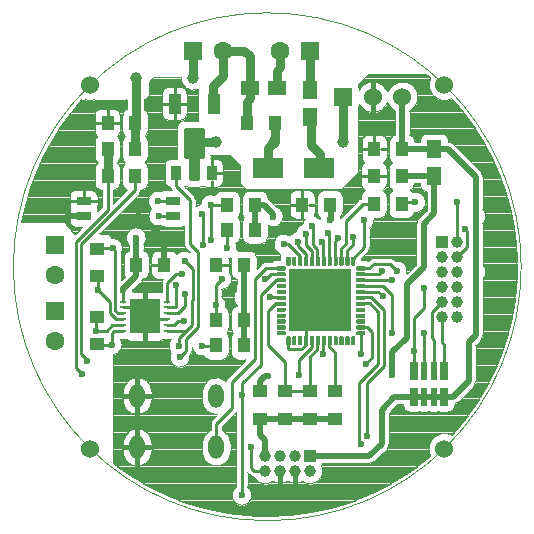
<source format=gbr>
*
*
G04 PADS 9.3 Build Number: 433611 generated Gerber (RS-274-X) file*
G04 PC Version=2.1*
*
%IN "LDC_HW_REV001.pcb"*%
*
%MOIN*%
*
%FSLAX35Y35*%
*
*
*
*
G04 PC Standard Apertures*
*
*
G04 Thermal Relief Aperture macro.*
%AMTER*
1,1,$1,0,0*
1,0,$1-$2,0,0*
21,0,$3,$4,0,0,45*
21,0,$3,$4,0,0,135*
%
*
*
G04 Annular Aperture macro.*
%AMANN*
1,1,$1,0,0*
1,0,$2,0,0*
%
*
*
G04 Odd Aperture macro.*
%AMODD*
1,1,$1,0,0*
1,0,$1-0.005,0,0*
%
*
*
G04 PC Custom Aperture Macros*
*
*
*
*
*
*
G04 PC Aperture Table*
*
%ADD010C,0.001*%
%ADD012R,0.06297X0.06297*%
%ADD013C,0.06297*%
%ADD014R,0.05X0.06*%
%ADD015R,0.10433X0.0689*%
%ADD016R,0.06X0.05*%
%ADD017R,0.04134X0.05118*%
%ADD018R,0.03937X0.03937*%
%ADD019C,0.03937*%
%ADD020R,0.00787X0.00787*%
%ADD021R,0.20669X0.20669*%
%ADD022O,0.05118X0.07874*%
%ADD023R,0.02362X0.00984*%
%ADD024R,0.10236X0.11811*%
%ADD025R,0.05118X0.04134*%
%ADD026R,0.05X0.02992*%
%ADD027R,0.026X0.059*%
%ADD028R,0.02X0.059*%
%ADD029R,0.03937X0.06693*%
%ADD030R,0.034X0.05*%
%ADD031C,0.015*%
%ADD032C,0.06*%
%ADD033R,0.06X0.06*%
%ADD034C,0.00039*%
%ADD035C,0.01*%
%ADD036C,0.01969*%
%ADD037C,0.0315*%
%ADD038C,0.02362*%
%ADD039C,0.00394*%
%ADD040C,0.01575*%
*
*
*
*
G04 PC Circuitry*
G04 Layer Name LDC_HW_REV001.pcb - circuitry*
%LPD*%
*
*
G04 PC Custom Flashes*
G04 Layer Name LDC_HW_REV001.pcb - flashes*
%LPD*%
*
*
G04 PC Circuitry*
G04 Layer Name LDC_HW_REV001.pcb - circuitry*
%LPD*%
*
G54D10*
G54D12*
G01X407874Y465551D03*
X323031Y400984D03*
X322835Y378937D03*
X369094Y465748D03*
G54D13*
X397874Y465551D03*
X323031Y390984D03*
X322835Y368937D03*
X379094Y465748D03*
G54D14*
X408071Y452531D03*
Y443531D03*
X449409Y432846D03*
Y423846D03*
G54D15*
X411024Y426575D03*
X394094D03*
G54D16*
X396823Y453346D03*
X387823D03*
G54D17*
X386909Y441535D03*
X396161D03*
X429429Y432874D03*
X438681D03*
X429232Y423819D03*
X438484D03*
X359350Y394291D03*
X350098D03*
X376673Y367520D03*
X385925D03*
X376673Y375787D03*
X385925D03*
X380413Y414173D03*
X389665D03*
X380413Y406102D03*
X389665D03*
X376673Y394291D03*
X385925D03*
X438484Y414567D03*
X429232D03*
X405413Y414370D03*
X414665D03*
X340453Y424016D03*
X349705D03*
Y432874D03*
X340453D03*
Y441535D03*
X349705D03*
G54D18*
X408071Y330512D03*
X451969Y401969D03*
G54D19*
X403071Y330512D03*
X398071D03*
X393071D03*
Y325512D03*
X398071D03*
X403071D03*
X408071D03*
X451969Y396969D03*
Y391969D03*
Y386969D03*
Y381969D03*
Y376969D03*
X456969D03*
Y381969D03*
Y386969D03*
Y391969D03*
Y396969D03*
Y401969D03*
X376575Y435433D03*
X396063D03*
X419094D03*
X349803Y456693D03*
X369094D03*
G54D20*
X398287Y393307D03*
Y391339D03*
Y389370D03*
Y387402D03*
Y385433D03*
Y383465D03*
Y381496D03*
Y379528D03*
Y377559D03*
Y375591D03*
Y373622D03*
Y371654D03*
X400591Y369350D03*
X402559D03*
X404528D03*
X406496D03*
X408465D03*
X410433D03*
X412402D03*
X414370D03*
X416339D03*
X418307D03*
X420276D03*
X422244D03*
X424547Y371654D03*
Y373622D03*
Y375591D03*
Y377559D03*
Y379528D03*
Y381496D03*
Y383465D03*
Y385433D03*
Y387402D03*
Y389370D03*
Y391339D03*
Y393307D03*
X422244Y395610D03*
X420276D03*
X418307D03*
X416339D03*
X414370D03*
X412402D03*
X410433D03*
X408465D03*
X406496D03*
X404528D03*
X402559D03*
X400591D03*
G54D21*
X411417Y382480D03*
G54D22*
X350394Y333465D03*
X376772D03*
X350394Y350591D03*
X376772D03*
G54D23*
X360433Y372244D03*
Y374213D03*
Y376181D03*
Y378150D03*
Y380118D03*
Y382087D03*
X345472D03*
Y380118D03*
Y378150D03*
Y376181D03*
Y374213D03*
Y372244D03*
G54D24*
X352953Y377165D03*
G54D25*
X336811Y390453D03*
Y399705D03*
Y367815D03*
Y377067D03*
X391339Y343012D03*
Y352264D03*
X416142Y343012D03*
Y352264D03*
X399606Y343012D03*
Y352264D03*
X407874Y343012D03*
Y352264D03*
G54D26*
X362402Y415551D03*
X332480D03*
X362402Y410551D03*
X332480D03*
G54D27*
X452758Y359024D03*
X442518D03*
Y350424D03*
X452758D03*
G54D28*
X449208Y359024D03*
X446068D03*
Y350424D03*
X449208D03*
G54D29*
X362795Y448031D03*
X375787D03*
G54D30*
X363391Y424874D03*
X375191D03*
G54D31*
X369291Y436524D03*
G54D32*
X334646Y454331D03*
X452756D03*
X334646Y333071D03*
X452756D03*
X428937Y450197D03*
X438780D03*
G54D33*
X419094D03*
G54D34*
X399626Y393307D02*
X399625Y393342D01*
X399621Y393376*
X399616Y393411*
X399608Y393445*
X399598Y393478*
X399586Y393510*
X399571Y393542*
X399555Y393573*
X399536Y393602*
X399516Y393631*
X399494Y393658*
X399470Y393683*
X399445Y393707*
X399418Y393729*
X399390Y393749*
X399360Y393767*
X399330Y393784*
X399298Y393798*
X399265Y393810*
X399232Y393820*
X399198Y393828*
X399164Y393834*
X399129Y393837*
X399094Y393839*
X396949*
Y392776*
X399094*
X399129Y392777*
X399164Y392780*
X399198Y392786*
X399232Y392794*
X399265Y392804*
X399298Y392816*
X399330Y392830*
X399360Y392847*
X399390Y392865*
X399418Y392885*
X399445Y392907*
X399470Y392931*
X399494Y392957*
X399516Y392984*
X399536Y393012*
X399555Y393041*
X399571Y393072*
X399586Y393104*
X399598Y393136*
X399608Y393170*
X399616Y393203*
X399621Y393238*
X399625Y393272*
X399626Y393307*
X396949Y392776D02*
Y393839D01*
X396969Y392776D02*
Y393839D01*
X396988Y392776D02*
Y393839D01*
X397008Y392776D02*
Y393839D01*
X397028Y392776D02*
Y393839D01*
X397047Y392776D02*
Y393839D01*
X397067Y392776D02*
Y393839D01*
X397087Y392776D02*
Y393839D01*
X397106Y392776D02*
Y393839D01*
X397126Y392776D02*
Y393839D01*
X397146Y392776D02*
Y393839D01*
X397165Y392776D02*
Y393839D01*
X397185Y392776D02*
Y393839D01*
X397205Y392776D02*
Y393839D01*
X397224Y392776D02*
Y393839D01*
X397244Y392776D02*
Y393839D01*
X397264Y392776D02*
Y393839D01*
X397283Y392776D02*
Y393839D01*
X397303Y392776D02*
Y393839D01*
X397323Y392776D02*
Y393839D01*
X397343Y392776D02*
Y393839D01*
X397362Y392776D02*
Y393839D01*
X397382Y392776D02*
Y393839D01*
X397402Y392776D02*
Y393839D01*
X397421Y392776D02*
Y393839D01*
X397441Y392776D02*
Y393839D01*
X397461Y392776D02*
Y393839D01*
X397480Y392776D02*
Y393839D01*
X397500Y392776D02*
Y393839D01*
X397520Y392776D02*
Y393839D01*
X397539Y392776D02*
Y393839D01*
X397559Y392776D02*
Y393839D01*
X397579Y392776D02*
Y393839D01*
X397598Y392776D02*
Y393839D01*
X397618Y392776D02*
Y393839D01*
X397638Y392776D02*
Y393839D01*
X397657Y392776D02*
Y393839D01*
X397677Y392776D02*
Y393839D01*
X397697Y392776D02*
Y393839D01*
X397717Y392776D02*
Y393839D01*
X397736Y392776D02*
Y393839D01*
X397756Y392776D02*
Y393839D01*
X397776Y392776D02*
Y393839D01*
X397795Y392776D02*
Y393839D01*
X397815Y392776D02*
Y393839D01*
X397835Y392776D02*
Y393839D01*
X397854Y392776D02*
Y393839D01*
X397874Y392776D02*
Y393839D01*
X397894Y392776D02*
Y393839D01*
X397913Y392776D02*
Y393839D01*
X397933Y392776D02*
Y393839D01*
X397953Y392776D02*
Y393839D01*
X397972Y392776D02*
Y393839D01*
X397992Y392776D02*
Y393839D01*
X398012Y392776D02*
Y393839D01*
X398031Y392776D02*
Y393839D01*
X398051Y392776D02*
Y393839D01*
X398071Y392776D02*
Y393839D01*
X398091Y392776D02*
Y393839D01*
X398110Y392776D02*
Y393839D01*
X398130Y392776D02*
Y393839D01*
X398150Y392776D02*
Y393839D01*
X398169Y392776D02*
Y393839D01*
X398189Y392776D02*
Y393839D01*
X398209Y392776D02*
Y393839D01*
X398228Y392776D02*
Y393839D01*
X398248Y392776D02*
Y393839D01*
X398268Y392776D02*
Y393839D01*
X398287Y392776D02*
Y393839D01*
X398307Y392776D02*
Y393839D01*
X398327Y392776D02*
Y393839D01*
X398346Y392776D02*
Y393839D01*
X398366Y392776D02*
Y393839D01*
X398386Y392776D02*
Y393839D01*
X398406Y392776D02*
Y393839D01*
X398425Y392776D02*
Y393839D01*
X398445Y392776D02*
Y393839D01*
X398465Y392776D02*
Y393839D01*
X398484Y392776D02*
Y393839D01*
X398504Y392776D02*
Y393839D01*
X398524Y392776D02*
Y393839D01*
X398543Y392776D02*
Y393839D01*
X398563Y392776D02*
Y393839D01*
X398583Y392776D02*
Y393839D01*
X398602Y392776D02*
Y393839D01*
X398622Y392776D02*
Y393839D01*
X398642Y392776D02*
Y393839D01*
X398661Y392776D02*
Y393839D01*
X398681Y392776D02*
Y393839D01*
X398701Y392776D02*
Y393839D01*
X398720Y392776D02*
Y393839D01*
X398740Y392776D02*
Y393839D01*
X398760Y392776D02*
Y393839D01*
X398780Y392776D02*
Y393839D01*
X398799Y392776D02*
Y393839D01*
X398819Y392776D02*
Y393839D01*
X398839Y392776D02*
Y393839D01*
X398858Y392776D02*
Y393839D01*
X398878Y392776D02*
Y393839D01*
X398898Y392776D02*
Y393839D01*
X398917Y392776D02*
Y393839D01*
X398937Y392776D02*
Y393839D01*
X398957Y392776D02*
Y393839D01*
X398976Y392776D02*
Y393839D01*
X398996Y392776D02*
Y393839D01*
X399016Y392776D02*
Y393839D01*
X399035Y392776D02*
Y393839D01*
X399055Y392776D02*
Y393839D01*
X399075Y392776D02*
Y393839D01*
X399094Y392776D02*
Y393839D01*
X399114Y392776D02*
Y393838D01*
X399134Y392777D02*
Y393837D01*
X399154Y392779D02*
Y393835D01*
X399173Y392782D02*
Y393832D01*
X399193Y392785D02*
Y393829D01*
X399213Y392789D02*
Y393825D01*
X399232Y392794D02*
Y393820D01*
X399252Y392800D02*
Y393814D01*
X399272Y392806D02*
Y393808D01*
X399291Y392814D02*
Y393801D01*
X399311Y392822D02*
Y393792D01*
X399331Y392831D02*
Y393783D01*
X399350Y392842D02*
Y393773D01*
X399370Y392853D02*
Y393761D01*
X399390Y392865D02*
Y393749D01*
X399409Y392879D02*
Y393735D01*
X399429Y392895D02*
Y393720D01*
X399449Y392911D02*
Y393703D01*
X399469Y392930D02*
Y393685D01*
X399488Y392950D02*
Y393664D01*
X399508Y392973D02*
Y393641D01*
X399528Y392999D02*
Y393615D01*
X399547Y393029D02*
Y393585D01*
X399567Y393064D02*
Y393550D01*
X399587Y393107D02*
Y393508D01*
X399606Y393164D02*
Y393450D01*
X399626Y391339D02*
X399625Y391373D01*
X399621Y391408*
X399616Y391442*
X399608Y391476*
X399598Y391509*
X399586Y391542*
X399571Y391574*
X399555Y391604*
X399536Y391634*
X399516Y391662*
X399494Y391689*
X399470Y391714*
X399445Y391738*
X399418Y391760*
X399390Y391781*
X399360Y391799*
X399330Y391815*
X399298Y391830*
X399265Y391842*
X399232Y391852*
X399198Y391860*
X399164Y391866*
X399129Y391869*
X399094Y391870*
X396949*
Y390807*
X399094*
X399129Y390808*
X399164Y390812*
X399198Y390817*
X399232Y390825*
X399265Y390835*
X399298Y390848*
X399330Y390862*
X399360Y390878*
X399390Y390897*
X399418Y390917*
X399445Y390939*
X399470Y390963*
X399494Y390988*
X399516Y391015*
X399536Y391043*
X399555Y391073*
X399571Y391104*
X399586Y391135*
X399598Y391168*
X399608Y391201*
X399616Y391235*
X399621Y391269*
X399625Y391304*
X399626Y391339*
X396949Y390807D02*
Y391870D01*
X396969Y390807D02*
Y391870D01*
X396988Y390807D02*
Y391870D01*
X397008Y390807D02*
Y391870D01*
X397028Y390807D02*
Y391870D01*
X397047Y390807D02*
Y391870D01*
X397067Y390807D02*
Y391870D01*
X397087Y390807D02*
Y391870D01*
X397106Y390807D02*
Y391870D01*
X397126Y390807D02*
Y391870D01*
X397146Y390807D02*
Y391870D01*
X397165Y390807D02*
Y391870D01*
X397185Y390807D02*
Y391870D01*
X397205Y390807D02*
Y391870D01*
X397224Y390807D02*
Y391870D01*
X397244Y390807D02*
Y391870D01*
X397264Y390807D02*
Y391870D01*
X397283Y390807D02*
Y391870D01*
X397303Y390807D02*
Y391870D01*
X397323Y390807D02*
Y391870D01*
X397343Y390807D02*
Y391870D01*
X397362Y390807D02*
Y391870D01*
X397382Y390807D02*
Y391870D01*
X397402Y390807D02*
Y391870D01*
X397421Y390807D02*
Y391870D01*
X397441Y390807D02*
Y391870D01*
X397461Y390807D02*
Y391870D01*
X397480Y390807D02*
Y391870D01*
X397500Y390807D02*
Y391870D01*
X397520Y390807D02*
Y391870D01*
X397539Y390807D02*
Y391870D01*
X397559Y390807D02*
Y391870D01*
X397579Y390807D02*
Y391870D01*
X397598Y390807D02*
Y391870D01*
X397618Y390807D02*
Y391870D01*
X397638Y390807D02*
Y391870D01*
X397657Y390807D02*
Y391870D01*
X397677Y390807D02*
Y391870D01*
X397697Y390807D02*
Y391870D01*
X397717Y390807D02*
Y391870D01*
X397736Y390807D02*
Y391870D01*
X397756Y390807D02*
Y391870D01*
X397776Y390807D02*
Y391870D01*
X397795Y390807D02*
Y391870D01*
X397815Y390807D02*
Y391870D01*
X397835Y390807D02*
Y391870D01*
X397854Y390807D02*
Y391870D01*
X397874Y390807D02*
Y391870D01*
X397894Y390807D02*
Y391870D01*
X397913Y390807D02*
Y391870D01*
X397933Y390807D02*
Y391870D01*
X397953Y390807D02*
Y391870D01*
X397972Y390807D02*
Y391870D01*
X397992Y390807D02*
Y391870D01*
X398012Y390807D02*
Y391870D01*
X398031Y390807D02*
Y391870D01*
X398051Y390807D02*
Y391870D01*
X398071Y390807D02*
Y391870D01*
X398091Y390807D02*
Y391870D01*
X398110Y390807D02*
Y391870D01*
X398130Y390807D02*
Y391870D01*
X398150Y390807D02*
Y391870D01*
X398169Y390807D02*
Y391870D01*
X398189Y390807D02*
Y391870D01*
X398209Y390807D02*
Y391870D01*
X398228Y390807D02*
Y391870D01*
X398248Y390807D02*
Y391870D01*
X398268Y390807D02*
Y391870D01*
X398287Y390807D02*
Y391870D01*
X398307Y390807D02*
Y391870D01*
X398327Y390807D02*
Y391870D01*
X398346Y390807D02*
Y391870D01*
X398366Y390807D02*
Y391870D01*
X398386Y390807D02*
Y391870D01*
X398406Y390807D02*
Y391870D01*
X398425Y390807D02*
Y391870D01*
X398445Y390807D02*
Y391870D01*
X398465Y390807D02*
Y391870D01*
X398484Y390807D02*
Y391870D01*
X398504Y390807D02*
Y391870D01*
X398524Y390807D02*
Y391870D01*
X398543Y390807D02*
Y391870D01*
X398563Y390807D02*
Y391870D01*
X398583Y390807D02*
Y391870D01*
X398602Y390807D02*
Y391870D01*
X398622Y390807D02*
Y391870D01*
X398642Y390807D02*
Y391870D01*
X398661Y390807D02*
Y391870D01*
X398681Y390807D02*
Y391870D01*
X398701Y390807D02*
Y391870D01*
X398720Y390807D02*
Y391870D01*
X398740Y390807D02*
Y391870D01*
X398760Y390807D02*
Y391870D01*
X398780Y390807D02*
Y391870D01*
X398799Y390807D02*
Y391870D01*
X398819Y390807D02*
Y391870D01*
X398839Y390807D02*
Y391870D01*
X398858Y390807D02*
Y391870D01*
X398878Y390807D02*
Y391870D01*
X398898Y390807D02*
Y391870D01*
X398917Y390807D02*
Y391870D01*
X398937Y390807D02*
Y391870D01*
X398957Y390807D02*
Y391870D01*
X398976Y390807D02*
Y391870D01*
X398996Y390807D02*
Y391870D01*
X399016Y390807D02*
Y391870D01*
X399035Y390807D02*
Y391870D01*
X399055Y390807D02*
Y391870D01*
X399075Y390807D02*
Y391870D01*
X399094Y390807D02*
Y391870D01*
X399114Y390808D02*
Y391869D01*
X399134Y390809D02*
Y391868D01*
X399154Y390811D02*
Y391867D01*
X399173Y390813D02*
Y391864D01*
X399193Y390816D02*
Y391861D01*
X399213Y390821D02*
Y391857D01*
X399232Y390825D02*
Y391852D01*
X399252Y390831D02*
Y391846D01*
X399272Y390838D02*
Y391839D01*
X399291Y390845D02*
Y391832D01*
X399311Y390853D02*
Y391824D01*
X399331Y390863D02*
Y391815D01*
X399350Y390873D02*
Y391804D01*
X399370Y390884D02*
Y391793D01*
X399390Y390897D02*
Y391781D01*
X399409Y390911D02*
Y391766D01*
X399429Y390926D02*
Y391751D01*
X399449Y390943D02*
Y391735D01*
X399469Y390961D02*
Y391716D01*
X399488Y390982D02*
Y391695D01*
X399508Y391005D02*
Y391672D01*
X399528Y391031D02*
Y391646D01*
X399547Y391061D02*
Y391616D01*
X399567Y391096D02*
Y391582D01*
X399587Y391138D02*
Y391539D01*
X399606Y391196D02*
Y391481D01*
X399626Y389370D02*
X399625Y389405D01*
X399621Y389439*
X399616Y389474*
X399608Y389508*
X399598Y389541*
X399586Y389573*
X399571Y389605*
X399555Y389636*
X399536Y389665*
X399516Y389694*
X399494Y389721*
X399470Y389746*
X399445Y389770*
X399418Y389792*
X399390Y389812*
X399360Y389830*
X399330Y389847*
X399298Y389861*
X399265Y389873*
X399232Y389883*
X399198Y389891*
X399164Y389897*
X399129Y389900*
X399094Y389902*
X396949*
Y388839*
X399094*
X399129Y388840*
X399164Y388843*
X399198Y388849*
X399232Y388857*
X399265Y388867*
X399298Y388879*
X399330Y388893*
X399360Y388910*
X399390Y388928*
X399418Y388948*
X399445Y388970*
X399470Y388994*
X399494Y389020*
X399516Y389047*
X399536Y389075*
X399555Y389104*
X399571Y389135*
X399586Y389167*
X399598Y389199*
X399608Y389233*
X399616Y389266*
X399621Y389301*
X399625Y389335*
X399626Y389370*
X396949Y388839D02*
Y389902D01*
X396969Y388839D02*
Y389902D01*
X396988Y388839D02*
Y389902D01*
X397008Y388839D02*
Y389902D01*
X397028Y388839D02*
Y389902D01*
X397047Y388839D02*
Y389902D01*
X397067Y388839D02*
Y389902D01*
X397087Y388839D02*
Y389902D01*
X397106Y388839D02*
Y389902D01*
X397126Y388839D02*
Y389902D01*
X397146Y388839D02*
Y389902D01*
X397165Y388839D02*
Y389902D01*
X397185Y388839D02*
Y389902D01*
X397205Y388839D02*
Y389902D01*
X397224Y388839D02*
Y389902D01*
X397244Y388839D02*
Y389902D01*
X397264Y388839D02*
Y389902D01*
X397283Y388839D02*
Y389902D01*
X397303Y388839D02*
Y389902D01*
X397323Y388839D02*
Y389902D01*
X397343Y388839D02*
Y389902D01*
X397362Y388839D02*
Y389902D01*
X397382Y388839D02*
Y389902D01*
X397402Y388839D02*
Y389902D01*
X397421Y388839D02*
Y389902D01*
X397441Y388839D02*
Y389902D01*
X397461Y388839D02*
Y389902D01*
X397480Y388839D02*
Y389902D01*
X397500Y388839D02*
Y389902D01*
X397520Y388839D02*
Y389902D01*
X397539Y388839D02*
Y389902D01*
X397559Y388839D02*
Y389902D01*
X397579Y388839D02*
Y389902D01*
X397598Y388839D02*
Y389902D01*
X397618Y388839D02*
Y389902D01*
X397638Y388839D02*
Y389902D01*
X397657Y388839D02*
Y389902D01*
X397677Y388839D02*
Y389902D01*
X397697Y388839D02*
Y389902D01*
X397717Y388839D02*
Y389902D01*
X397736Y388839D02*
Y389902D01*
X397756Y388839D02*
Y389902D01*
X397776Y388839D02*
Y389902D01*
X397795Y388839D02*
Y389902D01*
X397815Y388839D02*
Y389902D01*
X397835Y388839D02*
Y389902D01*
X397854Y388839D02*
Y389902D01*
X397874Y388839D02*
Y389902D01*
X397894Y388839D02*
Y389902D01*
X397913Y388839D02*
Y389902D01*
X397933Y388839D02*
Y389902D01*
X397953Y388839D02*
Y389902D01*
X397972Y388839D02*
Y389902D01*
X397992Y388839D02*
Y389902D01*
X398012Y388839D02*
Y389902D01*
X398031Y388839D02*
Y389902D01*
X398051Y388839D02*
Y389902D01*
X398071Y388839D02*
Y389902D01*
X398091Y388839D02*
Y389902D01*
X398110Y388839D02*
Y389902D01*
X398130Y388839D02*
Y389902D01*
X398150Y388839D02*
Y389902D01*
X398169Y388839D02*
Y389902D01*
X398189Y388839D02*
Y389902D01*
X398209Y388839D02*
Y389902D01*
X398228Y388839D02*
Y389902D01*
X398248Y388839D02*
Y389902D01*
X398268Y388839D02*
Y389902D01*
X398287Y388839D02*
Y389902D01*
X398307Y388839D02*
Y389902D01*
X398327Y388839D02*
Y389902D01*
X398346Y388839D02*
Y389902D01*
X398366Y388839D02*
Y389902D01*
X398386Y388839D02*
Y389902D01*
X398406Y388839D02*
Y389902D01*
X398425Y388839D02*
Y389902D01*
X398445Y388839D02*
Y389902D01*
X398465Y388839D02*
Y389902D01*
X398484Y388839D02*
Y389902D01*
X398504Y388839D02*
Y389902D01*
X398524Y388839D02*
Y389902D01*
X398543Y388839D02*
Y389902D01*
X398563Y388839D02*
Y389902D01*
X398583Y388839D02*
Y389902D01*
X398602Y388839D02*
Y389902D01*
X398622Y388839D02*
Y389902D01*
X398642Y388839D02*
Y389902D01*
X398661Y388839D02*
Y389902D01*
X398681Y388839D02*
Y389902D01*
X398701Y388839D02*
Y389902D01*
X398720Y388839D02*
Y389902D01*
X398740Y388839D02*
Y389902D01*
X398760Y388839D02*
Y389902D01*
X398780Y388839D02*
Y389902D01*
X398799Y388839D02*
Y389902D01*
X398819Y388839D02*
Y389902D01*
X398839Y388839D02*
Y389902D01*
X398858Y388839D02*
Y389902D01*
X398878Y388839D02*
Y389902D01*
X398898Y388839D02*
Y389902D01*
X398917Y388839D02*
Y389902D01*
X398937Y388839D02*
Y389902D01*
X398957Y388839D02*
Y389902D01*
X398976Y388839D02*
Y389902D01*
X398996Y388839D02*
Y389902D01*
X399016Y388839D02*
Y389902D01*
X399035Y388839D02*
Y389902D01*
X399055Y388839D02*
Y389902D01*
X399075Y388839D02*
Y389902D01*
X399094Y388839D02*
Y389902D01*
X399114Y388839D02*
Y389901D01*
X399134Y388840D02*
Y389900D01*
X399154Y388842D02*
Y389898D01*
X399173Y388845D02*
Y389895D01*
X399193Y388848D02*
Y389892D01*
X399213Y388852D02*
Y389888D01*
X399232Y388857D02*
Y389883D01*
X399252Y388863D02*
Y389877D01*
X399272Y388869D02*
Y389871D01*
X399291Y388877D02*
Y389864D01*
X399311Y388885D02*
Y389855D01*
X399331Y388894D02*
Y389846D01*
X399350Y388905D02*
Y389836D01*
X399370Y388916D02*
Y389824D01*
X399390Y388928D02*
Y389812D01*
X399409Y388942D02*
Y389798D01*
X399429Y388958D02*
Y389783D01*
X399449Y388974D02*
Y389766D01*
X399469Y388993D02*
Y389748D01*
X399488Y389013D02*
Y389727D01*
X399508Y389036D02*
Y389704D01*
X399528Y389062D02*
Y389678D01*
X399547Y389092D02*
Y389648D01*
X399567Y389127D02*
Y389613D01*
X399587Y389170D02*
Y389571D01*
X399606Y389227D02*
Y389513D01*
X399626Y387402D02*
X399625Y387436D01*
X399621Y387471*
X399616Y387505*
X399608Y387539*
X399598Y387572*
X399586Y387605*
X399571Y387637*
X399555Y387667*
X399536Y387697*
X399516Y387725*
X399494Y387752*
X399470Y387777*
X399445Y387801*
X399418Y387823*
X399390Y387843*
X399390D02*
X399360Y387862D01*
X399330Y387878*
X399298Y387893*
X399265Y387905*
X399232Y387915*
X399198Y387923*
X399164Y387929*
X399129Y387932*
X399094Y387933*
X396949*
Y386870*
X399094*
X399129Y386871*
X399164Y386875*
X399198Y386880*
X399232Y386888*
X399265Y386898*
X399298Y386911*
X399330Y386925*
X399360Y386941*
X399390Y386960*
X399418Y386980*
X399445Y387002*
X399470Y387026*
X399494Y387051*
X399516Y387078*
X399536Y387106*
X399555Y387136*
X399571Y387167*
X399571D02*
X399586Y387198D01*
X399598Y387231*
X399608Y387264*
X399616Y387298*
X399621Y387332*
X399625Y387367*
X399626Y387402*
X396949Y386870D02*
Y387933D01*
X396969Y386870D02*
Y387933D01*
X396988Y386870D02*
Y387933D01*
X397008Y386870D02*
Y387933D01*
X397028Y386870D02*
Y387933D01*
X397047Y386870D02*
Y387933D01*
X397067Y386870D02*
Y387933D01*
X397087Y386870D02*
Y387933D01*
X397106Y386870D02*
Y387933D01*
X397126Y386870D02*
Y387933D01*
X397146Y386870D02*
Y387933D01*
X397165Y386870D02*
Y387933D01*
X397185Y386870D02*
Y387933D01*
X397205Y386870D02*
Y387933D01*
X397224Y386870D02*
Y387933D01*
X397244Y386870D02*
Y387933D01*
X397264Y386870D02*
Y387933D01*
X397283Y386870D02*
Y387933D01*
X397303Y386870D02*
Y387933D01*
X397323Y386870D02*
Y387933D01*
X397343Y386870D02*
Y387933D01*
X397362Y386870D02*
Y387933D01*
X397382Y386870D02*
Y387933D01*
X397402Y386870D02*
Y387933D01*
X397421Y386870D02*
Y387933D01*
X397441Y386870D02*
Y387933D01*
X397461Y386870D02*
Y387933D01*
X397480Y386870D02*
Y387933D01*
X397500Y386870D02*
Y387933D01*
X397520Y386870D02*
Y387933D01*
X397539Y386870D02*
Y387933D01*
X397559Y386870D02*
Y387933D01*
X397579Y386870D02*
Y387933D01*
X397598Y386870D02*
Y387933D01*
X397618Y386870D02*
Y387933D01*
X397638Y386870D02*
Y387933D01*
X397657Y386870D02*
Y387933D01*
X397677Y386870D02*
Y387933D01*
X397697Y386870D02*
Y387933D01*
X397717Y386870D02*
Y387933D01*
X397736Y386870D02*
Y387933D01*
X397756Y386870D02*
Y387933D01*
X397776Y386870D02*
Y387933D01*
X397795Y386870D02*
Y387933D01*
X397815Y386870D02*
Y387933D01*
X397835Y386870D02*
Y387933D01*
X397854Y386870D02*
Y387933D01*
X397874Y386870D02*
Y387933D01*
X397894Y386870D02*
Y387933D01*
X397913Y386870D02*
Y387933D01*
X397933Y386870D02*
Y387933D01*
X397953Y386870D02*
Y387933D01*
X397972Y386870D02*
Y387933D01*
X397992Y386870D02*
Y387933D01*
X398012Y386870D02*
Y387933D01*
X398031Y386870D02*
Y387933D01*
X398051Y386870D02*
Y387933D01*
X398071Y386870D02*
Y387933D01*
X398091Y386870D02*
Y387933D01*
X398110Y386870D02*
Y387933D01*
X398130Y386870D02*
Y387933D01*
X398150Y386870D02*
Y387933D01*
X398169Y386870D02*
Y387933D01*
X398189Y386870D02*
Y387933D01*
X398209Y386870D02*
Y387933D01*
X398228Y386870D02*
Y387933D01*
X398248Y386870D02*
Y387933D01*
X398268Y386870D02*
Y387933D01*
X398287Y386870D02*
Y387933D01*
X398307Y386870D02*
Y387933D01*
X398327Y386870D02*
Y387933D01*
X398346Y386870D02*
Y387933D01*
X398366Y386870D02*
Y387933D01*
X398386Y386870D02*
Y387933D01*
X398406Y386870D02*
Y387933D01*
X398425Y386870D02*
Y387933D01*
X398445Y386870D02*
Y387933D01*
X398465Y386870D02*
Y387933D01*
X398484Y386870D02*
Y387933D01*
X398504Y386870D02*
Y387933D01*
X398524Y386870D02*
Y387933D01*
X398543Y386870D02*
Y387933D01*
X398563Y386870D02*
Y387933D01*
X398583Y386870D02*
Y387933D01*
X398602Y386870D02*
Y387933D01*
X398622Y386870D02*
Y387933D01*
X398642Y386870D02*
Y387933D01*
X398661Y386870D02*
Y387933D01*
X398681Y386870D02*
Y387933D01*
X398701Y386870D02*
Y387933D01*
X398720Y386870D02*
Y387933D01*
X398740Y386870D02*
Y387933D01*
X398760Y386870D02*
Y387933D01*
X398780Y386870D02*
Y387933D01*
X398799Y386870D02*
Y387933D01*
X398819Y386870D02*
Y387933D01*
X398839Y386870D02*
Y387933D01*
X398858Y386870D02*
Y387933D01*
X398878Y386870D02*
Y387933D01*
X398898Y386870D02*
Y387933D01*
X398917Y386870D02*
Y387933D01*
X398937Y386870D02*
Y387933D01*
X398957Y386870D02*
Y387933D01*
X398976Y386870D02*
Y387933D01*
X398996Y386870D02*
Y387933D01*
X399016Y386870D02*
Y387933D01*
X399035Y386870D02*
Y387933D01*
X399055Y386870D02*
Y387933D01*
X399075Y386870D02*
Y387933D01*
X399094Y386870D02*
Y387933D01*
X399114Y386871D02*
Y387932D01*
X399134Y386872D02*
Y387931D01*
X399154Y386874D02*
Y387930D01*
X399173Y386876D02*
Y387927D01*
X399193Y386879D02*
Y387924D01*
X399213Y386884D02*
Y387919D01*
X399232Y386888D02*
Y387915D01*
X399252Y386894D02*
Y387909D01*
X399272Y386901D02*
Y387902D01*
X399291Y386908D02*
Y387895D01*
X399311Y386916D02*
Y387887D01*
X399331Y386926D02*
Y387878D01*
X399350Y386936D02*
Y387867D01*
X399370Y386947D02*
Y387856D01*
X399390Y386960D02*
Y387844D01*
X399409Y386974D02*
Y387829D01*
X399429Y386989D02*
Y387814D01*
X399449Y387006D02*
Y387798D01*
X399469Y387024D02*
Y387779D01*
X399488Y387045D02*
Y387758D01*
X399508Y387068D02*
Y387735D01*
X399528Y387094D02*
Y387709D01*
X399547Y387124D02*
Y387679D01*
X399567Y387159D02*
Y387645D01*
X399587Y387201D02*
Y387602D01*
X399606Y387259D02*
Y387544D01*
X399626Y385433D02*
X399625Y385468D01*
X399621Y385502*
X399616Y385537*
X399608Y385571*
X399598Y385604*
X399586Y385636*
X399571Y385668*
X399555Y385699*
X399536Y385728*
X399516Y385757*
X399494Y385784*
X399470Y385809*
X399445Y385833*
X399418Y385855*
X399390Y385875*
X399360Y385893*
X399330Y385910*
X399298Y385924*
X399265Y385936*
X399232Y385946*
X399198Y385954*
X399164Y385960*
X399129Y385963*
X399094Y385965*
X396949*
Y384902*
X399094*
X399129Y384903*
X399164Y384906*
X399198Y384912*
X399232Y384920*
X399265Y384930*
X399298Y384942*
X399330Y384956*
X399360Y384973*
X399390Y384991*
X399418Y385011*
X399445Y385033*
X399470Y385057*
X399494Y385083*
X399516Y385110*
X399536Y385138*
X399555Y385167*
X399571Y385198*
X399586Y385230*
X399598Y385262*
X399608Y385296*
X399616Y385329*
X399621Y385364*
X399625Y385398*
X399626Y385433*
X396949Y384902D02*
Y385965D01*
X396969Y384902D02*
Y385965D01*
X396988Y384902D02*
Y385965D01*
X397008Y384902D02*
Y385965D01*
X397028Y384902D02*
Y385965D01*
X397047Y384902D02*
Y385965D01*
X397067Y384902D02*
Y385965D01*
X397087Y384902D02*
Y385965D01*
X397106Y384902D02*
Y385965D01*
X397126Y384902D02*
Y385965D01*
X397146Y384902D02*
Y385965D01*
X397165Y384902D02*
Y385965D01*
X397185Y384902D02*
Y385965D01*
X397205Y384902D02*
Y385965D01*
X397224Y384902D02*
Y385965D01*
X397244Y384902D02*
Y385965D01*
X397264Y384902D02*
Y385965D01*
X397283Y384902D02*
Y385965D01*
X397303Y384902D02*
Y385965D01*
X397323Y384902D02*
Y385965D01*
X397343Y384902D02*
Y385965D01*
X397362Y384902D02*
Y385965D01*
X397382Y384902D02*
Y385965D01*
X397402Y384902D02*
Y385965D01*
X397421Y384902D02*
Y385965D01*
X397441Y384902D02*
Y385965D01*
X397461Y384902D02*
Y385965D01*
X397480Y384902D02*
Y385965D01*
X397500Y384902D02*
Y385965D01*
X397520Y384902D02*
Y385965D01*
X397539Y384902D02*
Y385965D01*
X397559Y384902D02*
Y385965D01*
X397579Y384902D02*
Y385965D01*
X397598Y384902D02*
Y385965D01*
X397618Y384902D02*
Y385965D01*
X397638Y384902D02*
Y385965D01*
X397657Y384902D02*
Y385965D01*
X397677Y384902D02*
Y385965D01*
X397697Y384902D02*
Y385965D01*
X397717Y384902D02*
Y385965D01*
X397736Y384902D02*
Y385965D01*
X397756Y384902D02*
Y385965D01*
X397776Y384902D02*
Y385965D01*
X397795Y384902D02*
Y385965D01*
X397815Y384902D02*
Y385965D01*
X397835Y384902D02*
Y385965D01*
X397854Y384902D02*
Y385965D01*
X397874Y384902D02*
Y385965D01*
X397894Y384902D02*
Y385965D01*
X397913Y384902D02*
Y385965D01*
X397933Y384902D02*
Y385965D01*
X397953Y384902D02*
Y385965D01*
X397972Y384902D02*
Y385965D01*
X397992Y384902D02*
Y385965D01*
X398012Y384902D02*
Y385965D01*
X398031Y384902D02*
Y385965D01*
X398051Y384902D02*
Y385965D01*
X398071Y384902D02*
Y385965D01*
X398091Y384902D02*
Y385965D01*
X398110Y384902D02*
Y385965D01*
X398130Y384902D02*
Y385965D01*
X398150Y384902D02*
Y385965D01*
X398169Y384902D02*
Y385965D01*
X398189Y384902D02*
Y385965D01*
X398209Y384902D02*
Y385965D01*
X398228Y384902D02*
Y385965D01*
X398248Y384902D02*
Y385965D01*
X398268Y384902D02*
Y385965D01*
X398287Y384902D02*
Y385965D01*
X398307Y384902D02*
Y385965D01*
X398327Y384902D02*
Y385965D01*
X398346Y384902D02*
Y385965D01*
X398366Y384902D02*
Y385965D01*
X398386Y384902D02*
Y385965D01*
X398406Y384902D02*
Y385965D01*
X398425Y384902D02*
Y385965D01*
X398445Y384902D02*
Y385965D01*
X398465Y384902D02*
Y385965D01*
X398484Y384902D02*
Y385965D01*
X398504Y384902D02*
Y385965D01*
X398524Y384902D02*
Y385965D01*
X398543Y384902D02*
Y385965D01*
X398563Y384902D02*
Y385965D01*
X398583Y384902D02*
Y385965D01*
X398602Y384902D02*
Y385965D01*
X398622Y384902D02*
Y385965D01*
X398642Y384902D02*
Y385965D01*
X398661Y384902D02*
Y385965D01*
X398681Y384902D02*
Y385965D01*
X398701Y384902D02*
Y385965D01*
X398720Y384902D02*
Y385965D01*
X398740Y384902D02*
Y385965D01*
X398760Y384902D02*
Y385965D01*
X398780Y384902D02*
Y385965D01*
X398799Y384902D02*
Y385965D01*
X398819Y384902D02*
Y385965D01*
X398839Y384902D02*
Y385965D01*
X398858Y384902D02*
Y385965D01*
X398878Y384902D02*
Y385965D01*
X398898Y384902D02*
Y385965D01*
X398917Y384902D02*
Y385965D01*
X398937Y384902D02*
Y385965D01*
X398957Y384902D02*
Y385965D01*
X398976Y384902D02*
Y385965D01*
X398996Y384902D02*
Y385965D01*
X399016Y384902D02*
Y385965D01*
X399035Y384902D02*
Y385965D01*
X399055Y384902D02*
Y385965D01*
X399075Y384902D02*
Y385965D01*
X399094Y384902D02*
Y385965D01*
X399114Y384902D02*
Y385964D01*
X399134Y384903D02*
Y385963D01*
X399154Y384905D02*
Y385961D01*
X399173Y384908D02*
Y385958D01*
X399193Y384911D02*
Y385955D01*
X399213Y384915D02*
Y385951D01*
X399232Y384920D02*
Y385946D01*
X399252Y384926D02*
Y385940D01*
X399272Y384932D02*
Y385934D01*
X399291Y384940D02*
Y385927D01*
X399311Y384948D02*
Y385918D01*
X399331Y384957D02*
Y385909D01*
X399350Y384968D02*
Y385899D01*
X399370Y384979D02*
Y385887D01*
X399390Y384991D02*
Y385875D01*
X399409Y385005D02*
Y385861D01*
X399429Y385021D02*
Y385846D01*
X399449Y385037D02*
Y385829D01*
X399469Y385056D02*
Y385811D01*
X399488Y385076D02*
Y385790D01*
X399508Y385099D02*
Y385767D01*
X399528Y385125D02*
Y385741D01*
X399547Y385155D02*
Y385711D01*
X399567Y385190D02*
Y385676D01*
X399587Y385233D02*
Y385634D01*
X399606Y385290D02*
Y385576D01*
X399626Y383465D02*
X399625Y383499D01*
X399621Y383534*
X399616Y383568*
X399608Y383602*
X399598Y383635*
X399586Y383668*
X399571Y383700*
X399555Y383730*
X399536Y383760*
X399516Y383788*
X399494Y383815*
X399470Y383840*
X399445Y383864*
X399418Y383886*
X399390Y383906*
X399360Y383925*
X399330Y383941*
X399298Y383956*
X399265Y383968*
X399232Y383978*
X399198Y383986*
X399164Y383992*
X399129Y383995*
X399094Y383996*
X396949*
Y382933*
X399094*
X399129Y382934*
X399164Y382938*
X399198Y382943*
X399232Y382951*
X399265Y382961*
X399298Y382974*
X399330Y382988*
X399360Y383004*
X399390Y383023*
X399418Y383043*
X399445Y383065*
X399470Y383089*
X399494Y383114*
X399516Y383141*
X399536Y383169*
X399555Y383199*
X399571Y383229*
X399586Y383261*
X399598Y383294*
X399608Y383327*
X399616Y383361*
X399621Y383395*
X399625Y383430*
X399626Y383465*
X396949Y382933D02*
Y383996D01*
X396969Y382933D02*
Y383996D01*
X396988Y382933D02*
Y383996D01*
X397008Y382933D02*
Y383996D01*
X397028Y382933D02*
Y383996D01*
X397047Y382933D02*
Y383996D01*
X397067Y382933D02*
Y383996D01*
X397087Y382933D02*
Y383996D01*
X397106Y382933D02*
Y383996D01*
X397126Y382933D02*
Y383996D01*
X397146Y382933D02*
Y383996D01*
X397165Y382933D02*
Y383996D01*
X397185Y382933D02*
Y383996D01*
X397205Y382933D02*
Y383996D01*
X397224Y382933D02*
Y383996D01*
X397244Y382933D02*
Y383996D01*
X397264Y382933D02*
Y383996D01*
X397283Y382933D02*
Y383996D01*
X397303Y382933D02*
Y383996D01*
X397323Y382933D02*
Y383996D01*
X397343Y382933D02*
Y383996D01*
X397362Y382933D02*
Y383996D01*
X397382Y382933D02*
Y383996D01*
X397402Y382933D02*
Y383996D01*
X397421Y382933D02*
Y383996D01*
X397441Y382933D02*
Y383996D01*
X397461Y382933D02*
Y383996D01*
X397480Y382933D02*
Y383996D01*
X397500Y382933D02*
Y383996D01*
X397520Y382933D02*
Y383996D01*
X397539Y382933D02*
Y383996D01*
X397559Y382933D02*
Y383996D01*
X397579Y382933D02*
Y383996D01*
X397598Y382933D02*
Y383996D01*
X397618Y382933D02*
Y383996D01*
X397638Y382933D02*
Y383996D01*
X397657Y382933D02*
Y383996D01*
X397677Y382933D02*
Y383996D01*
X397697Y382933D02*
Y383996D01*
X397717Y382933D02*
Y383996D01*
X397736Y382933D02*
Y383996D01*
X397756Y382933D02*
Y383996D01*
X397776Y382933D02*
Y383996D01*
X397795Y382933D02*
Y383996D01*
X397815Y382933D02*
Y383996D01*
X397835Y382933D02*
Y383996D01*
X397854Y382933D02*
Y383996D01*
X397874Y382933D02*
Y383996D01*
X397894Y382933D02*
Y383996D01*
X397913Y382933D02*
Y383996D01*
X397933Y382933D02*
Y383996D01*
X397953Y382933D02*
Y383996D01*
X397972Y382933D02*
Y383996D01*
X397992Y382933D02*
Y383996D01*
X398012Y382933D02*
Y383996D01*
X398031Y382933D02*
Y383996D01*
X398051Y382933D02*
Y383996D01*
X398071Y382933D02*
Y383996D01*
X398091Y382933D02*
Y383996D01*
X398110Y382933D02*
Y383996D01*
X398130Y382933D02*
Y383996D01*
X398150Y382933D02*
Y383996D01*
X398169Y382933D02*
Y383996D01*
X398189Y382933D02*
Y383996D01*
X398209Y382933D02*
Y383996D01*
X398228Y382933D02*
Y383996D01*
X398248Y382933D02*
Y383996D01*
X398268Y382933D02*
Y383996D01*
X398287Y382933D02*
Y383996D01*
X398307Y382933D02*
Y383996D01*
X398327Y382933D02*
Y383996D01*
X398346Y382933D02*
Y383996D01*
X398366Y382933D02*
Y383996D01*
X398386Y382933D02*
Y383996D01*
X398406Y382933D02*
Y383996D01*
X398425Y382933D02*
Y383996D01*
X398445Y382933D02*
Y383996D01*
X398465Y382933D02*
Y383996D01*
X398484Y382933D02*
Y383996D01*
X398504Y382933D02*
Y383996D01*
X398524Y382933D02*
Y383996D01*
X398543Y382933D02*
Y383996D01*
X398563Y382933D02*
Y383996D01*
X398583Y382933D02*
Y383996D01*
X398602Y382933D02*
Y383996D01*
X398622Y382933D02*
Y383996D01*
X398642Y382933D02*
Y383996D01*
X398661Y382933D02*
Y383996D01*
X398681Y382933D02*
Y383996D01*
X398701Y382933D02*
Y383996D01*
X398720Y382933D02*
Y383996D01*
X398740Y382933D02*
Y383996D01*
X398760Y382933D02*
Y383996D01*
X398780Y382933D02*
Y383996D01*
X398799Y382933D02*
Y383996D01*
X398819Y382933D02*
Y383996D01*
X398839Y382933D02*
Y383996D01*
X398858Y382933D02*
Y383996D01*
X398878Y382933D02*
Y383996D01*
X398898Y382933D02*
Y383996D01*
X398917Y382933D02*
Y383996D01*
X398937Y382933D02*
Y383996D01*
X398957Y382933D02*
Y383996D01*
X398976Y382933D02*
Y383996D01*
X398996Y382933D02*
Y383996D01*
X399016Y382933D02*
Y383996D01*
X399035Y382933D02*
Y383996D01*
X399055Y382933D02*
Y383996D01*
X399075Y382933D02*
Y383996D01*
X399094Y382933D02*
Y383996D01*
X399114Y382934D02*
Y383995D01*
X399134Y382935D02*
Y383994D01*
X399154Y382937D02*
Y383993D01*
X399173Y382939D02*
Y383990D01*
X399193Y382942D02*
Y383987D01*
X399213Y382947D02*
Y383982D01*
X399232Y382951D02*
Y383978D01*
X399252Y382957D02*
Y383972D01*
X399272Y382964D02*
Y383965D01*
X399291Y382971D02*
Y383958D01*
X399311Y382979D02*
Y383950D01*
X399331Y382988D02*
Y383941D01*
X399350Y382999D02*
Y383930D01*
X399370Y383010D02*
Y383919D01*
X399390Y383023D02*
Y383906D01*
X399409Y383037D02*
Y383892D01*
X399429Y383052D02*
Y383877D01*
X399449Y383069D02*
Y383861D01*
X399469Y383087D02*
Y383842D01*
X399488Y383108D02*
Y383821D01*
X399508Y383131D02*
Y383798D01*
X399528Y383157D02*
Y383772D01*
X399547Y383187D02*
Y383742D01*
X399567Y383222D02*
Y383708D01*
X399587Y383264D02*
Y383665D01*
X399606Y383322D02*
Y383607D01*
X399626Y381496D02*
X399625Y381531D01*
X399621Y381565*
X399616Y381600*
X399608Y381634*
X399598Y381667*
X399586Y381699*
X399571Y381731*
X399555Y381762*
X399536Y381791*
X399516Y381820*
X399494Y381847*
X399470Y381872*
X399445Y381896*
X399418Y381918*
X399390Y381938*
X399360Y381956*
X399330Y381973*
X399298Y381987*
X399265Y381999*
X399232Y382009*
X399198Y382017*
X399164Y382023*
X399129Y382026*
X399094Y382028*
X396949*
Y380965*
X399094*
X399129Y380966*
X399164Y380969*
X399198Y380975*
X399232Y380983*
X399265Y380993*
X399298Y381005*
X399330Y381019*
X399360Y381036*
X399390Y381054*
X399418Y381074*
X399445Y381096*
X399470Y381120*
X399494Y381146*
X399516Y381173*
X399536Y381201*
X399555Y381230*
X399571Y381261*
X399586Y381293*
X399598Y381325*
X399608Y381359*
X399608D02*
X399616Y381392D01*
X399621Y381427*
X399625Y381461*
X399626Y381496*
X396949Y380965D02*
Y382028D01*
X396969Y380965D02*
Y382028D01*
X396988Y380965D02*
Y382028D01*
X397008Y380965D02*
Y382028D01*
X397028Y380965D02*
Y382028D01*
X397047Y380965D02*
Y382028D01*
X397067Y380965D02*
Y382028D01*
X397087Y380965D02*
Y382028D01*
X397106Y380965D02*
Y382028D01*
X397126Y380965D02*
Y382028D01*
X397146Y380965D02*
Y382028D01*
X397165Y380965D02*
Y382028D01*
X397185Y380965D02*
Y382028D01*
X397205Y380965D02*
Y382028D01*
X397224Y380965D02*
Y382028D01*
X397244Y380965D02*
Y382028D01*
X397264Y380965D02*
Y382028D01*
X397283Y380965D02*
Y382028D01*
X397303Y380965D02*
Y382028D01*
X397323Y380965D02*
Y382028D01*
X397343Y380965D02*
Y382028D01*
X397362Y380965D02*
Y382028D01*
X397382Y380965D02*
Y382028D01*
X397402Y380965D02*
Y382028D01*
X397421Y380965D02*
Y382028D01*
X397441Y380965D02*
Y382028D01*
X397461Y380965D02*
Y382028D01*
X397480Y380965D02*
Y382028D01*
X397500Y380965D02*
Y382028D01*
X397520Y380965D02*
Y382028D01*
X397539Y380965D02*
Y382028D01*
X397559Y380965D02*
Y382028D01*
X397579Y380965D02*
Y382028D01*
X397598Y380965D02*
Y382028D01*
X397618Y380965D02*
Y382028D01*
X397638Y380965D02*
Y382028D01*
X397657Y380965D02*
Y382028D01*
X397677Y380965D02*
Y382028D01*
X397697Y380965D02*
Y382028D01*
X397717Y380965D02*
Y382028D01*
X397736Y380965D02*
Y382028D01*
X397756Y380965D02*
Y382028D01*
X397776Y380965D02*
Y382028D01*
X397795Y380965D02*
Y382028D01*
X397815Y380965D02*
Y382028D01*
X397835Y380965D02*
Y382028D01*
X397854Y380965D02*
Y382028D01*
X397874Y380965D02*
Y382028D01*
X397894Y380965D02*
Y382028D01*
X397913Y380965D02*
Y382028D01*
X397933Y380965D02*
Y382028D01*
X397953Y380965D02*
Y382028D01*
X397972Y380965D02*
Y382028D01*
X397992Y380965D02*
Y382028D01*
X398012Y380965D02*
Y382028D01*
X398031Y380965D02*
Y382028D01*
X398051Y380965D02*
Y382028D01*
X398071Y380965D02*
Y382028D01*
X398091Y380965D02*
Y382028D01*
X398110Y380965D02*
Y382028D01*
X398130Y380965D02*
Y382028D01*
X398150Y380965D02*
Y382028D01*
X398169Y380965D02*
Y382028D01*
X398189Y380965D02*
Y382028D01*
X398209Y380965D02*
Y382028D01*
X398228Y380965D02*
Y382028D01*
X398248Y380965D02*
Y382028D01*
X398268Y380965D02*
Y382028D01*
X398287Y380965D02*
Y382028D01*
X398307Y380965D02*
Y382028D01*
X398327Y380965D02*
Y382028D01*
X398346Y380965D02*
Y382028D01*
X398366Y380965D02*
Y382028D01*
X398386Y380965D02*
Y382028D01*
X398406Y380965D02*
Y382028D01*
X398425Y380965D02*
Y382028D01*
X398445Y380965D02*
Y382028D01*
X398465Y380965D02*
Y382028D01*
X398484Y380965D02*
Y382028D01*
X398504Y380965D02*
Y382028D01*
X398524Y380965D02*
Y382028D01*
X398543Y380965D02*
Y382028D01*
X398563Y380965D02*
Y382028D01*
X398583Y380965D02*
Y382028D01*
X398602Y380965D02*
Y382028D01*
X398622Y380965D02*
Y382028D01*
X398642Y380965D02*
Y382028D01*
X398661Y380965D02*
Y382028D01*
X398681Y380965D02*
Y382028D01*
X398701Y380965D02*
Y382028D01*
X398720Y380965D02*
Y382028D01*
X398740Y380965D02*
Y382028D01*
X398760Y380965D02*
Y382028D01*
X398780Y380965D02*
Y382028D01*
X398799Y380965D02*
Y382028D01*
X398819Y380965D02*
Y382028D01*
X398839Y380965D02*
Y382028D01*
X398858Y380965D02*
Y382028D01*
X398878Y380965D02*
Y382028D01*
X398898Y380965D02*
Y382028D01*
X398917Y380965D02*
Y382028D01*
X398937Y380965D02*
Y382028D01*
X398957Y380965D02*
Y382028D01*
X398976Y380965D02*
Y382028D01*
X398996Y380965D02*
Y382028D01*
X399016Y380965D02*
Y382028D01*
X399035Y380965D02*
Y382028D01*
X399055Y380965D02*
Y382028D01*
X399075Y380965D02*
Y382028D01*
X399094Y380965D02*
Y382028D01*
X399114Y380965D02*
Y382027D01*
X399134Y380966D02*
Y382026D01*
X399154Y380968D02*
Y382024D01*
X399173Y380971D02*
Y382021D01*
X399193Y380974D02*
Y382018D01*
X399213Y380978D02*
Y382014D01*
X399232Y380983D02*
Y382009D01*
X399252Y380989D02*
Y382003D01*
X399272Y380995D02*
Y381997D01*
X399291Y381003D02*
Y381990D01*
X399311Y381011D02*
Y381981D01*
X399331Y381020D02*
Y381972D01*
X399350Y381031D02*
Y381962D01*
X399370Y381042D02*
Y381950D01*
X399390Y381054D02*
Y381938D01*
X399409Y381068D02*
Y381924D01*
X399429Y381084D02*
Y381909D01*
X399449Y381100D02*
Y381892D01*
X399469Y381119D02*
Y381874D01*
X399488Y381139D02*
Y381853D01*
X399508Y381162D02*
Y381830D01*
X399528Y381188D02*
Y381804D01*
X399547Y381218D02*
Y381774D01*
X399567Y381253D02*
Y381739D01*
X399587Y381296D02*
Y381697D01*
X399606Y381353D02*
Y381639D01*
X399626Y379528D02*
X399625Y379562D01*
X399621Y379597*
X399616Y379631*
X399608Y379665*
X399598Y379698*
X399586Y379731*
X399571Y379763*
X399555Y379793*
X399536Y379823*
X399516Y379851*
X399494Y379878*
X399470Y379903*
X399445Y379927*
X399418Y379949*
X399390Y379969*
X399360Y379988*
X399330Y380004*
X399298Y380019*
X399265Y380031*
X399232Y380041*
X399198Y380049*
X399164Y380055*
X399129Y380058*
X399094Y380059*
X396949*
Y378996*
X399094*
X399129Y378997*
X399164Y379001*
X399198Y379006*
X399232Y379014*
X399265Y379024*
X399298Y379037*
X399330Y379051*
X399360Y379067*
X399390Y379086*
X399418Y379106*
X399445Y379128*
X399470Y379152*
X399494Y379177*
X399516Y379204*
X399536Y379232*
X399555Y379262*
X399571Y379292*
X399586Y379324*
X399598Y379357*
X399608Y379390*
X399616Y379424*
X399621Y379458*
X399625Y379493*
X399626Y379528*
X396949Y378996D02*
Y380059D01*
X396969Y378996D02*
Y380059D01*
X396988Y378996D02*
Y380059D01*
X397008Y378996D02*
Y380059D01*
X397028Y378996D02*
Y380059D01*
X397047Y378996D02*
Y380059D01*
X397067Y378996D02*
Y380059D01*
X397087Y378996D02*
Y380059D01*
X397106Y378996D02*
Y380059D01*
X397126Y378996D02*
Y380059D01*
X397146Y378996D02*
Y380059D01*
X397165Y378996D02*
Y380059D01*
X397185Y378996D02*
Y380059D01*
X397205Y378996D02*
Y380059D01*
X397224Y378996D02*
Y380059D01*
X397244Y378996D02*
Y380059D01*
X397264Y378996D02*
Y380059D01*
X397283Y378996D02*
Y380059D01*
X397303Y378996D02*
Y380059D01*
X397323Y378996D02*
Y380059D01*
X397343Y378996D02*
Y380059D01*
X397362Y378996D02*
Y380059D01*
X397382Y378996D02*
Y380059D01*
X397402Y378996D02*
Y380059D01*
X397421Y378996D02*
Y380059D01*
X397441Y378996D02*
Y380059D01*
X397461Y378996D02*
Y380059D01*
X397480Y378996D02*
Y380059D01*
X397500Y378996D02*
Y380059D01*
X397520Y378996D02*
Y380059D01*
X397539Y378996D02*
Y380059D01*
X397559Y378996D02*
Y380059D01*
X397579Y378996D02*
Y380059D01*
X397598Y378996D02*
Y380059D01*
X397618Y378996D02*
Y380059D01*
X397638Y378996D02*
Y380059D01*
X397657Y378996D02*
Y380059D01*
X397677Y378996D02*
Y380059D01*
X397697Y378996D02*
Y380059D01*
X397717Y378996D02*
Y380059D01*
X397736Y378996D02*
Y380059D01*
X397756Y378996D02*
Y380059D01*
X397776Y378996D02*
Y380059D01*
X397795Y378996D02*
Y380059D01*
X397815Y378996D02*
Y380059D01*
X397835Y378996D02*
Y380059D01*
X397854Y378996D02*
Y380059D01*
X397874Y378996D02*
Y380059D01*
X397894Y378996D02*
Y380059D01*
X397913Y378996D02*
Y380059D01*
X397933Y378996D02*
Y380059D01*
X397953Y378996D02*
Y380059D01*
X397972Y378996D02*
Y380059D01*
X397992Y378996D02*
Y380059D01*
X398012Y378996D02*
Y380059D01*
X398031Y378996D02*
Y380059D01*
X398051Y378996D02*
Y380059D01*
X398071Y378996D02*
Y380059D01*
X398091Y378996D02*
Y380059D01*
X398110Y378996D02*
Y380059D01*
X398130Y378996D02*
Y380059D01*
X398150Y378996D02*
Y380059D01*
X398169Y378996D02*
Y380059D01*
X398189Y378996D02*
Y380059D01*
X398209Y378996D02*
Y380059D01*
X398228Y378996D02*
Y380059D01*
X398248Y378996D02*
Y380059D01*
X398268Y378996D02*
Y380059D01*
X398287Y378996D02*
Y380059D01*
X398307Y378996D02*
Y380059D01*
X398327Y378996D02*
Y380059D01*
X398346Y378996D02*
Y380059D01*
X398366Y378996D02*
Y380059D01*
X398386Y378996D02*
Y380059D01*
X398406Y378996D02*
Y380059D01*
X398425Y378996D02*
Y380059D01*
X398445Y378996D02*
Y380059D01*
X398465Y378996D02*
Y380059D01*
X398484Y378996D02*
Y380059D01*
X398504Y378996D02*
Y380059D01*
X398524Y378996D02*
Y380059D01*
X398543Y378996D02*
Y380059D01*
X398563Y378996D02*
Y380059D01*
X398583Y378996D02*
Y380059D01*
X398602Y378996D02*
Y380059D01*
X398622Y378996D02*
Y380059D01*
X398642Y378996D02*
Y380059D01*
X398661Y378996D02*
Y380059D01*
X398681Y378996D02*
Y380059D01*
X398701Y378996D02*
Y380059D01*
X398720Y378996D02*
Y380059D01*
X398740Y378996D02*
Y380059D01*
X398760Y378996D02*
Y380059D01*
X398780Y378996D02*
Y380059D01*
X398799Y378996D02*
Y380059D01*
X398819Y378996D02*
Y380059D01*
X398839Y378996D02*
Y380059D01*
X398858Y378996D02*
Y380059D01*
X398878Y378996D02*
Y380059D01*
X398898Y378996D02*
Y380059D01*
X398917Y378996D02*
Y380059D01*
X398937Y378996D02*
Y380059D01*
X398957Y378996D02*
Y380059D01*
X398976Y378996D02*
Y380059D01*
X398996Y378996D02*
Y380059D01*
X399016Y378996D02*
Y380059D01*
X399035Y378996D02*
Y380059D01*
X399055Y378996D02*
Y380059D01*
X399075Y378996D02*
Y380059D01*
X399094Y378996D02*
Y380059D01*
X399114Y378997D02*
Y380058D01*
X399134Y378998D02*
Y380057D01*
X399154Y379000D02*
Y380056D01*
X399173Y379002D02*
Y380053D01*
X399193Y379005D02*
Y380050D01*
X399213Y379010D02*
Y380045D01*
X399232Y379014D02*
Y380041D01*
X399252Y379020D02*
Y380035D01*
X399272Y379027D02*
Y380028D01*
X399291Y379034D02*
Y380021D01*
X399311Y379042D02*
Y380013D01*
X399331Y379051D02*
Y380004D01*
X399350Y379062D02*
Y379993D01*
X399370Y379073D02*
Y379982D01*
X399390Y379086D02*
Y379969D01*
X399409Y379100D02*
Y379955D01*
X399429Y379115D02*
Y379940D01*
X399449Y379132D02*
Y379924D01*
X399469Y379150D02*
Y379905D01*
X399488Y379171D02*
Y379884D01*
X399508Y379194D02*
Y379861D01*
X399528Y379220D02*
Y379835D01*
X399547Y379250D02*
Y379805D01*
X399567Y379285D02*
Y379771D01*
X399587Y379327D02*
Y379728D01*
X399606Y379385D02*
Y379670D01*
X399626Y377559D02*
X399625Y377594D01*
X399621Y377628*
X399616Y377663*
X399608Y377697*
X399598Y377730*
X399586Y377762*
X399571Y377794*
X399555Y377825*
X399536Y377854*
X399516Y377883*
X399494Y377909*
X399470Y377935*
X399445Y377959*
X399418Y377981*
X399390Y378001*
X399360Y378019*
X399330Y378036*
X399298Y378050*
X399265Y378062*
X399232Y378072*
X399198Y378080*
X399164Y378086*
X399129Y378089*
X399094Y378091*
X396949*
Y377028*
X399094*
X399129Y377029*
X399164Y377032*
X399198Y377038*
X399232Y377046*
X399265Y377056*
X399298Y377068*
X399330Y377082*
X399360Y377099*
X399390Y377117*
X399418Y377137*
X399445Y377159*
X399470Y377183*
X399494Y377209*
X399516Y377236*
X399516D02*
X399536Y377264D01*
X399555Y377293*
X399571Y377324*
X399586Y377356*
X399598Y377388*
X399608Y377421*
X399616Y377455*
X399621Y377490*
X399625Y377524*
X399626Y377559*
X396949Y377028D02*
Y378091D01*
X396969Y377028D02*
Y378091D01*
X396988Y377028D02*
Y378091D01*
X397008Y377028D02*
Y378091D01*
X397028Y377028D02*
Y378091D01*
X397047Y377028D02*
Y378091D01*
X397067Y377028D02*
Y378091D01*
X397087Y377028D02*
Y378091D01*
X397106Y377028D02*
Y378091D01*
X397126Y377028D02*
Y378091D01*
X397146Y377028D02*
Y378091D01*
X397165Y377028D02*
Y378091D01*
X397185Y377028D02*
Y378091D01*
X397205Y377028D02*
Y378091D01*
X397224Y377028D02*
Y378091D01*
X397244Y377028D02*
Y378091D01*
X397264Y377028D02*
Y378091D01*
X397283Y377028D02*
Y378091D01*
X397303Y377028D02*
Y378091D01*
X397323Y377028D02*
Y378091D01*
X397343Y377028D02*
Y378091D01*
X397362Y377028D02*
Y378091D01*
X397382Y377028D02*
Y378091D01*
X397402Y377028D02*
Y378091D01*
X397421Y377028D02*
Y378091D01*
X397441Y377028D02*
Y378091D01*
X397461Y377028D02*
Y378091D01*
X397480Y377028D02*
Y378091D01*
X397500Y377028D02*
Y378091D01*
X397520Y377028D02*
Y378091D01*
X397539Y377028D02*
Y378091D01*
X397559Y377028D02*
Y378091D01*
X397579Y377028D02*
Y378091D01*
X397598Y377028D02*
Y378091D01*
X397618Y377028D02*
Y378091D01*
X397638Y377028D02*
Y378091D01*
X397657Y377028D02*
Y378091D01*
X397677Y377028D02*
Y378091D01*
X397697Y377028D02*
Y378091D01*
X397717Y377028D02*
Y378091D01*
X397736Y377028D02*
Y378091D01*
X397756Y377028D02*
Y378091D01*
X397776Y377028D02*
Y378091D01*
X397795Y377028D02*
Y378091D01*
X397815Y377028D02*
Y378091D01*
X397835Y377028D02*
Y378091D01*
X397854Y377028D02*
Y378091D01*
X397874Y377028D02*
Y378091D01*
X397894Y377028D02*
Y378091D01*
X397913Y377028D02*
Y378091D01*
X397933Y377028D02*
Y378091D01*
X397953Y377028D02*
Y378091D01*
X397972Y377028D02*
Y378091D01*
X397992Y377028D02*
Y378091D01*
X398012Y377028D02*
Y378091D01*
X398031Y377028D02*
Y378091D01*
X398051Y377028D02*
Y378091D01*
X398071Y377028D02*
Y378091D01*
X398091Y377028D02*
Y378091D01*
X398110Y377028D02*
Y378091D01*
X398130Y377028D02*
Y378091D01*
X398150Y377028D02*
Y378091D01*
X398169Y377028D02*
Y378091D01*
X398189Y377028D02*
Y378091D01*
X398209Y377028D02*
Y378091D01*
X398228Y377028D02*
Y378091D01*
X398248Y377028D02*
Y378091D01*
X398268Y377028D02*
Y378091D01*
X398287Y377028D02*
Y378091D01*
X398307Y377028D02*
Y378091D01*
X398327Y377028D02*
Y378091D01*
X398346Y377028D02*
Y378091D01*
X398366Y377028D02*
Y378091D01*
X398386Y377028D02*
Y378091D01*
X398406Y377028D02*
Y378091D01*
X398425Y377028D02*
Y378091D01*
X398445Y377028D02*
Y378091D01*
X398465Y377028D02*
Y378091D01*
X398484Y377028D02*
Y378091D01*
X398504Y377028D02*
Y378091D01*
X398524Y377028D02*
Y378091D01*
X398543Y377028D02*
Y378091D01*
X398563Y377028D02*
Y378091D01*
X398583Y377028D02*
Y378091D01*
X398602Y377028D02*
Y378091D01*
X398622Y377028D02*
Y378091D01*
X398642Y377028D02*
Y378091D01*
X398661Y377028D02*
Y378091D01*
X398681Y377028D02*
Y378091D01*
X398701Y377028D02*
Y378091D01*
X398720Y377028D02*
Y378091D01*
X398740Y377028D02*
Y378091D01*
X398760Y377028D02*
Y378091D01*
X398780Y377028D02*
Y378091D01*
X398799Y377028D02*
Y378091D01*
X398819Y377028D02*
Y378091D01*
X398839Y377028D02*
Y378091D01*
X398858Y377028D02*
Y378091D01*
X398878Y377028D02*
Y378091D01*
X398898Y377028D02*
Y378091D01*
X398917Y377028D02*
Y378091D01*
X398937Y377028D02*
Y378091D01*
X398957Y377028D02*
Y378091D01*
X398976Y377028D02*
Y378091D01*
X398996Y377028D02*
Y378091D01*
X399016Y377028D02*
Y378091D01*
X399035Y377028D02*
Y378091D01*
X399055Y377028D02*
Y378091D01*
X399075Y377028D02*
Y378091D01*
X399094Y377028D02*
Y378091D01*
X399114Y377028D02*
Y378090D01*
X399134Y377029D02*
Y378089D01*
X399154Y377031D02*
Y378087D01*
X399173Y377034D02*
Y378084D01*
X399193Y377037D02*
Y378081D01*
X399213Y377041D02*
Y378077D01*
X399232Y377046D02*
Y378072D01*
X399252Y377052D02*
Y378066D01*
X399272Y377058D02*
Y378060D01*
X399291Y377066D02*
Y378053D01*
X399311Y377074D02*
Y378044D01*
X399331Y377083D02*
Y378035D01*
X399350Y377094D02*
Y378025D01*
X399370Y377105D02*
Y378013D01*
X399390Y377117D02*
Y378001D01*
X399409Y377131D02*
Y377987D01*
X399429Y377146D02*
Y377972D01*
X399449Y377163D02*
Y377955D01*
X399469Y377182D02*
Y377937D01*
X399488Y377202D02*
Y377916D01*
X399508Y377225D02*
Y377893D01*
X399528Y377251D02*
Y377867D01*
X399547Y377281D02*
Y377837D01*
X399567Y377316D02*
Y377802D01*
X399587Y377359D02*
Y377760D01*
X399606Y377416D02*
Y377702D01*
X399626Y375591D02*
X399625Y375625D01*
X399621Y375660*
X399616Y375694*
X399608Y375728*
X399598Y375761*
X399586Y375794*
X399571Y375826*
X399555Y375856*
X399536Y375886*
X399516Y375914*
X399494Y375941*
X399470Y375966*
X399445Y375990*
X399418Y376012*
X399390Y376032*
X399360Y376051*
X399330Y376067*
X399298Y376082*
X399265Y376094*
X399232Y376104*
X399198Y376112*
X399164Y376118*
X399164D02*
X399129Y376121D01*
X399094Y376122*
X396949*
Y375059*
X399094*
X399129Y375060*
X399164Y375064*
X399198Y375069*
X399232Y375077*
X399265Y375087*
X399298Y375100*
X399330Y375114*
X399360Y375130*
X399390Y375149*
X399418Y375169*
X399445Y375191*
X399470Y375215*
X399494Y375240*
X399516Y375267*
X399536Y375295*
X399555Y375325*
X399571Y375355*
X399586Y375387*
X399598Y375420*
X399608Y375453*
X399616Y375487*
X399621Y375521*
X399625Y375556*
X399626Y375591*
X396949Y375059D02*
Y376122D01*
X396969Y375059D02*
Y376122D01*
X396988Y375059D02*
Y376122D01*
X397008Y375059D02*
Y376122D01*
X397028Y375059D02*
Y376122D01*
X397047Y375059D02*
Y376122D01*
X397067Y375059D02*
Y376122D01*
X397087Y375059D02*
Y376122D01*
X397106Y375059D02*
Y376122D01*
X397126Y375059D02*
Y376122D01*
X397146Y375059D02*
Y376122D01*
X397165Y375059D02*
Y376122D01*
X397185Y375059D02*
Y376122D01*
X397205Y375059D02*
Y376122D01*
X397224Y375059D02*
Y376122D01*
X397244Y375059D02*
Y376122D01*
X397264Y375059D02*
Y376122D01*
X397283Y375059D02*
Y376122D01*
X397303Y375059D02*
Y376122D01*
X397323Y375059D02*
Y376122D01*
X397343Y375059D02*
Y376122D01*
X397362Y375059D02*
Y376122D01*
X397382Y375059D02*
Y376122D01*
X397402Y375059D02*
Y376122D01*
X397421Y375059D02*
Y376122D01*
X397441Y375059D02*
Y376122D01*
X397461Y375059D02*
Y376122D01*
X397480Y375059D02*
Y376122D01*
X397500Y375059D02*
Y376122D01*
X397520Y375059D02*
Y376122D01*
X397539Y375059D02*
Y376122D01*
X397559Y375059D02*
Y376122D01*
X397579Y375059D02*
Y376122D01*
X397598Y375059D02*
Y376122D01*
X397618Y375059D02*
Y376122D01*
X397638Y375059D02*
Y376122D01*
X397657Y375059D02*
Y376122D01*
X397677Y375059D02*
Y376122D01*
X397697Y375059D02*
Y376122D01*
X397717Y375059D02*
Y376122D01*
X397736Y375059D02*
Y376122D01*
X397756Y375059D02*
Y376122D01*
X397776Y375059D02*
Y376122D01*
X397795Y375059D02*
Y376122D01*
X397815Y375059D02*
Y376122D01*
X397835Y375059D02*
Y376122D01*
X397854Y375059D02*
Y376122D01*
X397874Y375059D02*
Y376122D01*
X397894Y375059D02*
Y376122D01*
X397913Y375059D02*
Y376122D01*
X397933Y375059D02*
Y376122D01*
X397953Y375059D02*
Y376122D01*
X397972Y375059D02*
Y376122D01*
X397992Y375059D02*
Y376122D01*
X398012Y375059D02*
Y376122D01*
X398031Y375059D02*
Y376122D01*
X398051Y375059D02*
Y376122D01*
X398071Y375059D02*
Y376122D01*
X398091Y375059D02*
Y376122D01*
X398110Y375059D02*
Y376122D01*
X398130Y375059D02*
Y376122D01*
X398150Y375059D02*
Y376122D01*
X398169Y375059D02*
Y376122D01*
X398189Y375059D02*
Y376122D01*
X398209Y375059D02*
Y376122D01*
X398228Y375059D02*
Y376122D01*
X398248Y375059D02*
Y376122D01*
X398268Y375059D02*
Y376122D01*
X398287Y375059D02*
Y376122D01*
X398307Y375059D02*
Y376122D01*
X398327Y375059D02*
Y376122D01*
X398346Y375059D02*
Y376122D01*
X398366Y375059D02*
Y376122D01*
X398386Y375059D02*
Y376122D01*
X398406Y375059D02*
Y376122D01*
X398425Y375059D02*
Y376122D01*
X398445Y375059D02*
Y376122D01*
X398465Y375059D02*
Y376122D01*
X398484Y375059D02*
Y376122D01*
X398504Y375059D02*
Y376122D01*
X398524Y375059D02*
Y376122D01*
X398543Y375059D02*
Y376122D01*
X398563Y375059D02*
Y376122D01*
X398583Y375059D02*
Y376122D01*
X398602Y375059D02*
Y376122D01*
X398622Y375059D02*
Y376122D01*
X398642Y375059D02*
Y376122D01*
X398661Y375059D02*
Y376122D01*
X398681Y375059D02*
Y376122D01*
X398701Y375059D02*
Y376122D01*
X398720Y375059D02*
Y376122D01*
X398740Y375059D02*
Y376122D01*
X398760Y375059D02*
Y376122D01*
X398780Y375059D02*
Y376122D01*
X398799Y375059D02*
Y376122D01*
X398819Y375059D02*
Y376122D01*
X398839Y375059D02*
Y376122D01*
X398858Y375059D02*
Y376122D01*
X398878Y375059D02*
Y376122D01*
X398898Y375059D02*
Y376122D01*
X398917Y375059D02*
Y376122D01*
X398937Y375059D02*
Y376122D01*
X398957Y375059D02*
Y376122D01*
X398976Y375059D02*
Y376122D01*
X398996Y375059D02*
Y376122D01*
X399016Y375059D02*
Y376122D01*
X399035Y375059D02*
Y376122D01*
X399055Y375059D02*
Y376122D01*
X399075Y375059D02*
Y376122D01*
X399094Y375059D02*
Y376122D01*
X399114Y375060D02*
Y376121D01*
X399134Y375061D02*
Y376120D01*
X399154Y375063D02*
Y376119D01*
X399173Y375065D02*
Y376116D01*
X399193Y375068D02*
Y376113D01*
X399213Y375073D02*
Y376108D01*
X399232Y375077D02*
Y376104D01*
X399252Y375083D02*
Y376098D01*
X399272Y375090D02*
Y376091D01*
X399291Y375097D02*
Y376084D01*
X399311Y375105D02*
Y376076D01*
X399331Y375114D02*
Y376067D01*
X399350Y375125D02*
Y376056D01*
X399370Y375136D02*
Y376045D01*
X399390Y375149D02*
Y376032D01*
X399409Y375163D02*
Y376018D01*
X399429Y375178D02*
Y376003D01*
X399449Y375195D02*
Y375987D01*
X399469Y375213D02*
Y375968D01*
X399488Y375234D02*
Y375947D01*
X399508Y375257D02*
Y375924D01*
X399528Y375283D02*
Y375898D01*
X399547Y375313D02*
Y375868D01*
X399567Y375348D02*
Y375834D01*
X399587Y375390D02*
Y375791D01*
X399606Y375448D02*
Y375733D01*
X399626Y373622D02*
X399625Y373657D01*
X399621Y373691*
X399616Y373726*
X399608Y373760*
X399598Y373793*
X399586Y373825*
X399571Y373857*
X399555Y373888*
X399536Y373917*
X399516Y373946*
X399494Y373972*
X399470Y373998*
X399445Y374022*
X399418Y374044*
X399390Y374064*
X399360Y374082*
X399330Y374099*
X399298Y374113*
X399265Y374125*
X399232Y374135*
X399198Y374143*
X399164Y374149*
X399129Y374152*
X399094Y374154*
X396949*
Y373091*
X399094*
X399129Y373092*
X399164Y373095*
X399198Y373101*
X399232Y373109*
X399265Y373119*
X399298Y373131*
X399330Y373145*
X399360Y373162*
X399390Y373180*
X399418Y373200*
X399445Y373222*
X399470Y373246*
X399494Y373272*
X399516Y373298*
X399536Y373327*
X399555Y373356*
X399571Y373387*
X399586Y373419*
X399598Y373451*
X399608Y373484*
X399616Y373518*
X399621Y373553*
X399625Y373587*
X399626Y373622*
X396949Y373091D02*
Y374154D01*
X396969Y373091D02*
Y374154D01*
X396988Y373091D02*
Y374154D01*
X397008Y373091D02*
Y374154D01*
X397028Y373091D02*
Y374154D01*
X397047Y373091D02*
Y374154D01*
X397067Y373091D02*
Y374154D01*
X397087Y373091D02*
Y374154D01*
X397106Y373091D02*
Y374154D01*
X397126Y373091D02*
Y374154D01*
X397146Y373091D02*
Y374154D01*
X397165Y373091D02*
Y374154D01*
X397185Y373091D02*
Y374154D01*
X397205Y373091D02*
Y374154D01*
X397224Y373091D02*
Y374154D01*
X397244Y373091D02*
Y374154D01*
X397264Y373091D02*
Y374154D01*
X397283Y373091D02*
Y374154D01*
X397303Y373091D02*
Y374154D01*
X397323Y373091D02*
Y374154D01*
X397343Y373091D02*
Y374154D01*
X397362Y373091D02*
Y374154D01*
X397382Y373091D02*
Y374154D01*
X397402Y373091D02*
Y374154D01*
X397421Y373091D02*
Y374154D01*
X397441Y373091D02*
Y374154D01*
X397461Y373091D02*
Y374154D01*
X397480Y373091D02*
Y374154D01*
X397500Y373091D02*
Y374154D01*
X397520Y373091D02*
Y374154D01*
X397539Y373091D02*
Y374154D01*
X397559Y373091D02*
Y374154D01*
X397579Y373091D02*
Y374154D01*
X397598Y373091D02*
Y374154D01*
X397618Y373091D02*
Y374154D01*
X397638Y373091D02*
Y374154D01*
X397657Y373091D02*
Y374154D01*
X397677Y373091D02*
Y374154D01*
X397697Y373091D02*
Y374154D01*
X397717Y373091D02*
Y374154D01*
X397736Y373091D02*
Y374154D01*
X397756Y373091D02*
Y374154D01*
X397776Y373091D02*
Y374154D01*
X397795Y373091D02*
Y374154D01*
X397815Y373091D02*
Y374154D01*
X397835Y373091D02*
Y374154D01*
X397854Y373091D02*
Y374154D01*
X397874Y373091D02*
Y374154D01*
X397894Y373091D02*
Y374154D01*
X397913Y373091D02*
Y374154D01*
X397933Y373091D02*
Y374154D01*
X397953Y373091D02*
Y374154D01*
X397972Y373091D02*
Y374154D01*
X397992Y373091D02*
Y374154D01*
X398012Y373091D02*
Y374154D01*
X398031Y373091D02*
Y374154D01*
X398051Y373091D02*
Y374154D01*
X398071Y373091D02*
Y374154D01*
X398091Y373091D02*
Y374154D01*
X398110Y373091D02*
Y374154D01*
X398130Y373091D02*
Y374154D01*
X398150Y373091D02*
Y374154D01*
X398169Y373091D02*
Y374154D01*
X398189Y373091D02*
Y374154D01*
X398209Y373091D02*
Y374154D01*
X398228Y373091D02*
Y374154D01*
X398248Y373091D02*
Y374154D01*
X398268Y373091D02*
Y374154D01*
X398287Y373091D02*
Y374154D01*
X398307Y373091D02*
Y374154D01*
X398327Y373091D02*
Y374154D01*
X398346Y373091D02*
Y374154D01*
X398366Y373091D02*
Y374154D01*
X398386Y373091D02*
Y374154D01*
X398406Y373091D02*
Y374154D01*
X398425Y373091D02*
Y374154D01*
X398445Y373091D02*
Y374154D01*
X398465Y373091D02*
Y374154D01*
X398484Y373091D02*
Y374154D01*
X398504Y373091D02*
Y374154D01*
X398524Y373091D02*
Y374154D01*
X398543Y373091D02*
Y374154D01*
X398563Y373091D02*
Y374154D01*
X398583Y373091D02*
Y374154D01*
X398602Y373091D02*
Y374154D01*
X398622Y373091D02*
Y374154D01*
X398642Y373091D02*
Y374154D01*
X398661Y373091D02*
Y374154D01*
X398681Y373091D02*
Y374154D01*
X398701Y373091D02*
Y374154D01*
X398720Y373091D02*
Y374154D01*
X398740Y373091D02*
Y374154D01*
X398760Y373091D02*
Y374154D01*
X398780Y373091D02*
Y374154D01*
X398799Y373091D02*
Y374154D01*
X398819Y373091D02*
Y374154D01*
X398839Y373091D02*
Y374154D01*
X398858Y373091D02*
Y374154D01*
X398878Y373091D02*
Y374154D01*
X398898Y373091D02*
Y374154D01*
X398917Y373091D02*
Y374154D01*
X398937Y373091D02*
Y374154D01*
X398957Y373091D02*
Y374154D01*
X398976Y373091D02*
Y374154D01*
X398996Y373091D02*
Y374154D01*
X399016Y373091D02*
Y374154D01*
X399035Y373091D02*
Y374154D01*
X399055Y373091D02*
Y374154D01*
X399075Y373091D02*
Y374154D01*
X399094Y373091D02*
Y374154D01*
X399114Y373091D02*
Y374153D01*
X399134Y373092D02*
Y374152D01*
X399154Y373094D02*
Y374150D01*
X399173Y373097D02*
Y374147D01*
X399193Y373100D02*
Y374144D01*
X399213Y373104D02*
Y374140D01*
X399232Y373109D02*
Y374135D01*
X399252Y373115D02*
Y374129D01*
X399272Y373121D02*
Y374123D01*
X399291Y373129D02*
Y374116D01*
X399311Y373137D02*
Y374107D01*
X399331Y373146D02*
Y374098D01*
X399350Y373156D02*
Y374088D01*
X399370Y373168D02*
Y374076D01*
X399390Y373180D02*
Y374064D01*
X399409Y373194D02*
Y374050D01*
X399429Y373209D02*
Y374035D01*
X399449Y373226D02*
Y374018D01*
X399469Y373245D02*
Y374000D01*
X399488Y373265D02*
Y373979D01*
X399508Y373288D02*
Y373956D01*
X399528Y373314D02*
Y373930D01*
X399547Y373344D02*
Y373900D01*
X399567Y373379D02*
Y373865D01*
X399587Y373422D02*
Y373823D01*
X399606Y373479D02*
Y373765D01*
X399626Y371654D02*
X399625Y371688D01*
X399621Y371723*
X399616Y371757*
X399608Y371791*
X399598Y371824*
X399586Y371857*
X399571Y371889*
X399555Y371919*
X399536Y371949*
X399516Y371977*
X399494Y372004*
X399470Y372029*
X399445Y372053*
X399418Y372075*
X399390Y372095*
X399360Y372114*
X399330Y372130*
X399298Y372145*
X399265Y372157*
X399232Y372167*
X399198Y372175*
X399164Y372180*
X399129Y372184*
X399094Y372185*
X396949*
Y371122*
X399094*
X399129Y371123*
X399164Y371127*
X399198Y371132*
X399232Y371140*
X399265Y371150*
X399298Y371163*
X399330Y371177*
X399360Y371193*
X399390Y371212*
X399418Y371232*
X399445Y371254*
X399470Y371278*
X399494Y371303*
X399516Y371330*
X399536Y371358*
X399555Y371388*
X399571Y371418*
X399586Y371450*
X399598Y371483*
X399608Y371516*
X399616Y371550*
X399621Y371584*
X399625Y371619*
X399626Y371654*
X396949Y371122D02*
Y372185D01*
X396969Y371122D02*
Y372185D01*
X396988Y371122D02*
Y372185D01*
X397008Y371122D02*
Y372185D01*
X397028Y371122D02*
Y372185D01*
X397047Y371122D02*
Y372185D01*
X397067Y371122D02*
Y372185D01*
X397087Y371122D02*
Y372185D01*
X397106Y371122D02*
Y372185D01*
X397126Y371122D02*
Y372185D01*
X397146Y371122D02*
Y372185D01*
X397165Y371122D02*
Y372185D01*
X397185Y371122D02*
Y372185D01*
X397205Y371122D02*
Y372185D01*
X397224Y371122D02*
Y372185D01*
X397244Y371122D02*
Y372185D01*
X397264Y371122D02*
Y372185D01*
X397283Y371122D02*
Y372185D01*
X397303Y371122D02*
Y372185D01*
X397323Y371122D02*
Y372185D01*
X397343Y371122D02*
Y372185D01*
X397362Y371122D02*
Y372185D01*
X397382Y371122D02*
Y372185D01*
X397402Y371122D02*
Y372185D01*
X397421Y371122D02*
Y372185D01*
X397441Y371122D02*
Y372185D01*
X397461Y371122D02*
Y372185D01*
X397480Y371122D02*
Y372185D01*
X397500Y371122D02*
Y372185D01*
X397520Y371122D02*
Y372185D01*
X397539Y371122D02*
Y372185D01*
X397559Y371122D02*
Y372185D01*
X397579Y371122D02*
Y372185D01*
X397598Y371122D02*
Y372185D01*
X397618Y371122D02*
Y372185D01*
X397638Y371122D02*
Y372185D01*
X397657Y371122D02*
Y372185D01*
X397677Y371122D02*
Y372185D01*
X397697Y371122D02*
Y372185D01*
X397717Y371122D02*
Y372185D01*
X397736Y371122D02*
Y372185D01*
X397756Y371122D02*
Y372185D01*
X397776Y371122D02*
Y372185D01*
X397795Y371122D02*
Y372185D01*
X397815Y371122D02*
Y372185D01*
X397835Y371122D02*
Y372185D01*
X397854Y371122D02*
Y372185D01*
X397874Y371122D02*
Y372185D01*
X397894Y371122D02*
Y372185D01*
X397913Y371122D02*
Y372185D01*
X397933Y371122D02*
Y372185D01*
X397953Y371122D02*
Y372185D01*
X397972Y371122D02*
Y372185D01*
X397992Y371122D02*
Y372185D01*
X398012Y371122D02*
Y372185D01*
X398031Y371122D02*
Y372185D01*
X398051Y371122D02*
Y372185D01*
X398071Y371122D02*
Y372185D01*
X398091Y371122D02*
Y372185D01*
X398110Y371122D02*
Y372185D01*
X398130Y371122D02*
Y372185D01*
X398150Y371122D02*
Y372185D01*
X398169Y371122D02*
Y372185D01*
X398189Y371122D02*
Y372185D01*
X398209Y371122D02*
Y372185D01*
X398228Y371122D02*
Y372185D01*
X398248Y371122D02*
Y372185D01*
X398268Y371122D02*
Y372185D01*
X398287Y371122D02*
Y372185D01*
X398307Y371122D02*
Y372185D01*
X398327Y371122D02*
Y372185D01*
X398346Y371122D02*
Y372185D01*
X398366Y371122D02*
Y372185D01*
X398386Y371122D02*
Y372185D01*
X398406Y371122D02*
Y372185D01*
X398425Y371122D02*
Y372185D01*
X398445Y371122D02*
Y372185D01*
X398465Y371122D02*
Y372185D01*
X398484Y371122D02*
Y372185D01*
X398504Y371122D02*
Y372185D01*
X398524Y371122D02*
Y372185D01*
X398543Y371122D02*
Y372185D01*
X398563Y371122D02*
Y372185D01*
X398583Y371122D02*
Y372185D01*
X398602Y371122D02*
Y372185D01*
X398622Y371122D02*
Y372185D01*
X398642Y371122D02*
Y372185D01*
X398661Y371122D02*
Y372185D01*
X398681Y371122D02*
Y372185D01*
X398701Y371122D02*
Y372185D01*
X398720Y371122D02*
Y372185D01*
X398740Y371122D02*
Y372185D01*
X398760Y371122D02*
Y372185D01*
X398780Y371122D02*
Y372185D01*
X398799Y371122D02*
Y372185D01*
X398819Y371122D02*
Y372185D01*
X398839Y371122D02*
Y372185D01*
X398858Y371122D02*
Y372185D01*
X398878Y371122D02*
Y372185D01*
X398898Y371122D02*
Y372185D01*
X398917Y371122D02*
Y372185D01*
X398937Y371122D02*
Y372185D01*
X398957Y371122D02*
Y372185D01*
X398976Y371122D02*
Y372185D01*
X398996Y371122D02*
Y372185D01*
X399016Y371122D02*
Y372185D01*
X399035Y371122D02*
Y372185D01*
X399055Y371122D02*
Y372185D01*
X399075Y371122D02*
Y372185D01*
X399094Y371122D02*
Y372185D01*
X399114Y371123D02*
Y372184D01*
X399134Y371124D02*
Y372183D01*
X399154Y371126D02*
Y372182D01*
X399173Y371128D02*
Y372179D01*
X399193Y371131D02*
Y372176D01*
X399213Y371136D02*
Y372171D01*
X399232Y371140D02*
Y372167D01*
X399252Y371146D02*
Y372161D01*
X399272Y371153D02*
Y372154D01*
X399291Y371160D02*
Y372147D01*
X399311Y371168D02*
Y372139D01*
X399331Y371177D02*
Y372130D01*
X399350Y371188D02*
Y372119D01*
X399370Y371199D02*
Y372108D01*
X399390Y371212D02*
Y372095D01*
X399409Y371226D02*
Y372081D01*
X399429Y371241D02*
Y372066D01*
X399449Y371258D02*
Y372050D01*
X399469Y371276D02*
Y372031D01*
X399488Y371297D02*
Y372010D01*
X399508Y371320D02*
Y371987D01*
X399528Y371346D02*
Y371961D01*
X399547Y371376D02*
Y371931D01*
X399567Y371411D02*
Y371897D01*
X399587Y371453D02*
Y371854D01*
X399606Y371511D02*
Y371796D01*
X401122Y370157D02*
X401121Y370193D01*
X401117Y370228*
X401111Y370263*
X401103Y370298*
X401093Y370332*
X401080Y370365*
X401065Y370397*
X401048Y370428*
X401029Y370458*
X401008Y370487*
X400985Y370514*
X400960Y370540*
X400934Y370563*
X400906Y370585*
X400877Y370605*
X400846Y370624*
X400814Y370640*
X400782Y370653*
X400748Y370665*
X400714Y370674*
X400714D02*
X400679Y370682D01*
X400644Y370686*
X400608Y370689*
X400573*
X400537Y370686*
X400502Y370682*
X400467Y370674*
X400467D02*
X400433Y370665D01*
X400400Y370653*
X400367Y370640*
X400335Y370624*
X400305Y370605*
X400275Y370585*
X400247Y370563*
X400221Y370540*
X400196Y370514*
X400173Y370487*
X400152Y370458*
X400133Y370428*
X400116Y370397*
X400101Y370365*
X400088Y370332*
X400078Y370298*
X400070Y370263*
X400064Y370228*
X400060Y370193*
X400059Y370157*
Y368012*
X401122*
Y370157*
X400059Y368012D02*
Y370157D01*
X400079Y368012D02*
Y370300D01*
X400098Y368012D02*
Y370358D01*
X400118Y368012D02*
Y370401D01*
X400138Y368012D02*
Y370435D01*
X400157Y368012D02*
Y370465D01*
X400177Y368012D02*
Y370491D01*
X400197Y368012D02*
Y370515D01*
X400217Y368012D02*
Y370535D01*
X400236Y368012D02*
Y370553D01*
X400256Y368012D02*
Y370570D01*
X400276Y368012D02*
Y370586D01*
X400295Y368012D02*
Y370599D01*
X400315Y368012D02*
Y370612D01*
X400335Y368012D02*
Y370623D01*
X400354Y368012D02*
Y370633D01*
X400374Y368012D02*
Y370643D01*
X400394Y368012D02*
Y370651D01*
X400413Y368012D02*
Y370658D01*
X400433Y368012D02*
Y370665D01*
X400453Y368012D02*
Y370671D01*
X400472Y368012D02*
Y370676D01*
X400492Y368012D02*
Y370680D01*
X400512Y368012D02*
Y370683D01*
X400531Y368012D02*
Y370686D01*
X400551Y368012D02*
Y370687D01*
X400571Y368012D02*
Y370689D01*
X400591Y368012D02*
Y370689D01*
X400610Y368012D02*
Y370689D01*
X400630Y368012D02*
Y370687D01*
X400650Y368012D02*
Y370686D01*
X400669Y368012D02*
Y370683D01*
X400689Y368012D02*
Y370680D01*
X400709Y368012D02*
Y370676D01*
X400728Y368012D02*
Y370671D01*
X400748Y368012D02*
Y370665D01*
X400768Y368012D02*
Y370658D01*
X400787Y368012D02*
Y370651D01*
X400807Y368012D02*
Y370643D01*
X400827Y368012D02*
Y370633D01*
X400846Y368012D02*
Y370623D01*
X400866Y368012D02*
Y370612D01*
X400886Y368012D02*
Y370599D01*
X400906Y368012D02*
Y370586D01*
X400925Y368012D02*
Y370570D01*
X400945Y368012D02*
Y370553D01*
X400965Y368012D02*
Y370535D01*
X400984Y368012D02*
Y370515D01*
X401004Y368012D02*
Y370491D01*
X401024Y368012D02*
Y370465D01*
X401043Y368012D02*
Y370435D01*
X401063Y368012D02*
Y370401D01*
X401083Y368012D02*
Y370358D01*
X401102Y368012D02*
Y370300D01*
X403091Y370157D02*
X403089Y370193D01*
X403086Y370228*
X403080Y370263*
X403072Y370298*
X403061Y370332*
X403048Y370365*
X403033Y370397*
X403016Y370428*
X402997Y370458*
X402976Y370487*
X402953Y370514*
X402929Y370540*
X402902Y370563*
X402874Y370585*
X402845Y370605*
X402814Y370624*
X402783Y370640*
X402750Y370653*
X402717Y370665*
X402682Y370674*
X402682D02*
X402647Y370682D01*
X402612Y370686*
X402577Y370689*
X402541*
X402506Y370686*
X402471Y370682*
X402436Y370674*
X402436D02*
X402402Y370665D01*
X402368Y370653*
X402335Y370640*
X402304Y370624*
X402273Y370605*
X402244Y370585*
X402216Y370563*
X402190Y370540*
X402165Y370514*
X402142Y370487*
X402121Y370458*
X402102Y370428*
X402085Y370397*
X402070Y370365*
X402057Y370332*
X402046Y370298*
X402038Y370263*
X402032Y370228*
X402029Y370193*
X402028Y370157*
Y368012*
X403091*
Y370157*
X402028Y368012D02*
Y370157D01*
X402047Y368012D02*
Y370300D01*
X402067Y368012D02*
Y370358D01*
X402087Y368012D02*
Y370401D01*
X402106Y368012D02*
Y370435D01*
X402126Y368012D02*
Y370465D01*
X402146Y368012D02*
Y370491D01*
X402165Y368012D02*
Y370515D01*
X402185Y368012D02*
Y370535D01*
X402205Y368012D02*
Y370553D01*
X402224Y368012D02*
Y370570D01*
X402244Y368012D02*
Y370586D01*
X402264Y368012D02*
Y370599D01*
X402283Y368012D02*
Y370612D01*
X402303Y368012D02*
Y370623D01*
X402323Y368012D02*
Y370633D01*
X402343Y368012D02*
Y370643D01*
X402362Y368012D02*
Y370651D01*
X402382Y368012D02*
Y370658D01*
X402402Y368012D02*
Y370665D01*
X402421Y368012D02*
Y370671D01*
X402441Y368012D02*
Y370676D01*
X402461Y368012D02*
Y370680D01*
X402480Y368012D02*
Y370683D01*
X402500Y368012D02*
Y370686D01*
X402520Y368012D02*
Y370687D01*
X402539Y368012D02*
Y370689D01*
X402559Y368012D02*
Y370689D01*
X402579Y368012D02*
Y370689D01*
X402598Y368012D02*
Y370687D01*
X402618Y368012D02*
Y370686D01*
X402638Y368012D02*
Y370683D01*
X402657Y368012D02*
Y370680D01*
X402677Y368012D02*
Y370676D01*
X402697Y368012D02*
Y370671D01*
X402717Y368012D02*
Y370665D01*
X402736Y368012D02*
Y370658D01*
X402756Y368012D02*
Y370651D01*
X402776Y368012D02*
Y370643D01*
X402795Y368012D02*
Y370633D01*
X402815Y368012D02*
Y370623D01*
X402835Y368012D02*
Y370612D01*
X402854Y368012D02*
Y370599D01*
X402874Y368012D02*
Y370586D01*
X402894Y368012D02*
Y370570D01*
X402913Y368012D02*
Y370553D01*
X402933Y368012D02*
Y370535D01*
X402953Y368012D02*
Y370515D01*
X402972Y368012D02*
Y370491D01*
X402992Y368012D02*
Y370465D01*
X403012Y368012D02*
Y370435D01*
X403031Y368012D02*
Y370401D01*
X403051Y368012D02*
Y370358D01*
X403071Y368012D02*
Y370300D01*
X405059Y370157D02*
X405058Y370193D01*
X405054Y370228*
X405048Y370263*
X405040Y370298*
X405030Y370332*
X405017Y370365*
X405002Y370397*
X404985Y370428*
X404966Y370458*
X404945Y370487*
X404922Y370514*
X404897Y370540*
X404871Y370563*
X404843Y370585*
X404814Y370605*
X404783Y370624*
X404751Y370640*
X404719Y370653*
X404685Y370665*
X404651Y370674*
X404651D02*
X404616Y370682D01*
X404581Y370686*
X404545Y370689*
X404510*
X404474Y370686*
X404439Y370682*
X404404Y370674*
X404404D02*
X404370Y370665D01*
X404337Y370653*
X404304Y370640*
X404272Y370624*
X404242Y370605*
X404212Y370585*
X404184Y370563*
X404158Y370540*
X404133Y370514*
X404110Y370487*
X404089Y370458*
X404070Y370428*
X404053Y370397*
X404038Y370365*
X404025Y370332*
X404015Y370298*
X404007Y370263*
X404001Y370228*
X403997Y370193*
X403996Y370157*
Y368012*
X405059*
Y370157*
X403996Y368012D02*
Y370157D01*
X404016Y368012D02*
Y370300D01*
X404035Y368012D02*
Y370358D01*
X404055Y368012D02*
Y370401D01*
X404075Y368012D02*
Y370435D01*
X404094Y368012D02*
Y370465D01*
X404114Y368012D02*
Y370491D01*
X404134Y368012D02*
Y370515D01*
X404154Y368012D02*
Y370535D01*
X404173Y368012D02*
Y370553D01*
X404193Y368012D02*
Y370570D01*
X404213Y368012D02*
Y370586D01*
X404232Y368012D02*
Y370599D01*
X404252Y368012D02*
Y370612D01*
X404272Y368012D02*
Y370623D01*
X404291Y368012D02*
Y370633D01*
X404311Y368012D02*
Y370643D01*
X404331Y368012D02*
Y370651D01*
X404350Y368012D02*
Y370658D01*
X404370Y368012D02*
Y370665D01*
X404390Y368012D02*
Y370671D01*
X404409Y368012D02*
Y370676D01*
X404429Y368012D02*
Y370680D01*
X404449Y368012D02*
Y370683D01*
X404469Y368012D02*
Y370686D01*
X404488Y368012D02*
Y370687D01*
X404508Y368012D02*
Y370689D01*
X404528Y368012D02*
Y370689D01*
X404547Y368012D02*
Y370689D01*
X404567Y368012D02*
Y370687D01*
X404587Y368012D02*
Y370686D01*
X404606Y368012D02*
Y370683D01*
X404626Y368012D02*
Y370680D01*
X404646Y368012D02*
Y370676D01*
X404665Y368012D02*
Y370671D01*
X404685Y368012D02*
Y370665D01*
X404705Y368012D02*
Y370658D01*
X404724Y368012D02*
Y370651D01*
X404744Y368012D02*
Y370643D01*
X404764Y368012D02*
Y370633D01*
X404783Y368012D02*
Y370623D01*
X404803Y368012D02*
Y370612D01*
X404823Y368012D02*
Y370599D01*
X404843Y368012D02*
Y370586D01*
X404862Y368012D02*
Y370570D01*
X404882Y368012D02*
Y370553D01*
X404902Y368012D02*
Y370535D01*
X404921Y368012D02*
Y370515D01*
X404941Y368012D02*
Y370491D01*
X404961Y368012D02*
Y370465D01*
X404980Y368012D02*
Y370435D01*
X405000Y368012D02*
Y370401D01*
X405020Y368012D02*
Y370358D01*
X405039Y368012D02*
Y370300D01*
X407028Y370157D02*
X407026Y370193D01*
X407023Y370228*
X407017Y370263*
X407009Y370298*
X406998Y370332*
X406985Y370365*
X406970Y370397*
X406953Y370428*
X406934Y370458*
X406913Y370487*
X406890Y370514*
X406866Y370540*
X406839Y370563*
X406811Y370585*
X406782Y370605*
X406751Y370624*
X406720Y370640*
X406687Y370653*
X406654Y370665*
X406619Y370674*
X406619D02*
X406584Y370682D01*
X406549Y370686*
X406514Y370689*
X406478*
X406443Y370686*
X406408Y370682*
X406373Y370674*
X406373D02*
X406339Y370665D01*
X406305Y370653*
X406272Y370640*
X406241Y370624*
X406210Y370605*
X406181Y370585*
X406153Y370563*
X406127Y370540*
X406102Y370514*
X406079Y370487*
X406058Y370458*
X406039Y370428*
X406022Y370397*
X406007Y370365*
X405994Y370332*
X405983Y370298*
X405975Y370263*
X405969Y370228*
X405966Y370193*
X405965Y370157*
Y368012*
X407028*
Y370157*
X405965Y368012D02*
Y370157D01*
X405984Y368012D02*
Y370300D01*
X406004Y368012D02*
Y370358D01*
X406024Y368012D02*
Y370401D01*
X406043Y368012D02*
Y370435D01*
X406063Y368012D02*
Y370465D01*
X406083Y368012D02*
Y370491D01*
X406102Y368012D02*
Y370515D01*
X406122Y368012D02*
Y370535D01*
X406142Y368012D02*
Y370553D01*
X406161Y368012D02*
Y370570D01*
X406181Y368012D02*
Y370586D01*
X406201Y368012D02*
Y370599D01*
X406220Y368012D02*
Y370612D01*
X406240Y368012D02*
Y370623D01*
X406260Y368012D02*
Y370633D01*
X406280Y368012D02*
Y370643D01*
X406299Y368012D02*
Y370651D01*
X406319Y368012D02*
Y370658D01*
X406339Y368012D02*
Y370665D01*
X406358Y368012D02*
Y370671D01*
X406378Y368012D02*
Y370676D01*
X406398Y368012D02*
Y370680D01*
X406417Y368012D02*
Y370683D01*
X406437Y368012D02*
Y370686D01*
X406457Y368012D02*
Y370687D01*
X406476Y368012D02*
Y370689D01*
X406496Y368012D02*
Y370689D01*
X406516Y368012D02*
Y370689D01*
X406535Y368012D02*
Y370687D01*
X406555Y368012D02*
Y370686D01*
X406575Y368012D02*
Y370683D01*
X406594Y368012D02*
Y370680D01*
X406614Y368012D02*
Y370676D01*
X406634Y368012D02*
Y370671D01*
X406654Y368012D02*
Y370665D01*
X406673Y368012D02*
Y370658D01*
X406693Y368012D02*
Y370651D01*
X406713Y368012D02*
Y370643D01*
X406732Y368012D02*
Y370633D01*
X406752Y368012D02*
Y370623D01*
X406772Y368012D02*
Y370612D01*
X406791Y368012D02*
Y370599D01*
X406811Y368012D02*
Y370586D01*
X406831Y368012D02*
Y370570D01*
X406850Y368012D02*
Y370553D01*
X406870Y368012D02*
Y370535D01*
X406890Y368012D02*
Y370515D01*
X406909Y368012D02*
Y370491D01*
X406929Y368012D02*
Y370465D01*
X406949Y368012D02*
Y370435D01*
X406969Y368012D02*
Y370401D01*
X406988Y368012D02*
Y370358D01*
X407008Y368012D02*
Y370300D01*
X408996Y370157D02*
X408995Y370193D01*
X408991Y370228*
X408985Y370263*
X408977Y370298*
X408967Y370332*
X408954Y370365*
X408939Y370397*
X408922Y370428*
X408903Y370458*
X408882Y370487*
X408859Y370514*
X408834Y370540*
X408808Y370563*
X408780Y370585*
X408751Y370605*
X408720Y370624*
X408688Y370640*
X408656Y370653*
X408622Y370665*
X408588Y370674*
X408588D02*
X408553Y370682D01*
X408518Y370686*
X408482Y370689*
X408447*
X408411Y370686*
X408376Y370682*
X408341Y370674*
X408341D02*
X408307Y370665D01*
X408274Y370653*
X408241Y370640*
X408209Y370624*
X408179Y370605*
X408149Y370585*
X408121Y370563*
X408095Y370540*
X408070Y370514*
X408047Y370487*
X408026Y370458*
X408007Y370428*
X407990Y370397*
X407975Y370365*
X407962Y370332*
X407952Y370298*
X407944Y370263*
X407938Y370228*
X407934Y370193*
X407933Y370157*
Y368012*
X408996*
Y370157*
X407933Y368012D02*
Y370157D01*
X407953Y368012D02*
Y370300D01*
X407972Y368012D02*
Y370358D01*
X407992Y368012D02*
Y370401D01*
X408012Y368012D02*
Y370435D01*
X408031Y368012D02*
Y370465D01*
X408051Y368012D02*
Y370491D01*
X408071Y368012D02*
Y370515D01*
X408091Y368012D02*
Y370535D01*
X408110Y368012D02*
Y370553D01*
X408130Y368012D02*
Y370570D01*
X408150Y368012D02*
Y370586D01*
X408169Y368012D02*
Y370599D01*
X408189Y368012D02*
Y370612D01*
X408209Y368012D02*
Y370623D01*
X408228Y368012D02*
Y370633D01*
X408248Y368012D02*
Y370643D01*
X408268Y368012D02*
Y370651D01*
X408287Y368012D02*
Y370658D01*
X408307Y368012D02*
Y370665D01*
X408327Y368012D02*
Y370671D01*
X408346Y368012D02*
Y370676D01*
X408366Y368012D02*
Y370680D01*
X408386Y368012D02*
Y370683D01*
X408406Y368012D02*
Y370686D01*
X408425Y368012D02*
Y370687D01*
X408445Y368012D02*
Y370689D01*
X408465Y368012D02*
Y370689D01*
X408484Y368012D02*
Y370689D01*
X408504Y368012D02*
Y370687D01*
X408524Y368012D02*
Y370686D01*
X408543Y368012D02*
Y370683D01*
X408563Y368012D02*
Y370680D01*
X408583Y368012D02*
Y370676D01*
X408602Y368012D02*
Y370671D01*
X408622Y368012D02*
Y370665D01*
X408642Y368012D02*
Y370658D01*
X408661Y368012D02*
Y370651D01*
X408681Y368012D02*
Y370643D01*
X408701Y368012D02*
Y370633D01*
X408720Y368012D02*
Y370623D01*
X408740Y368012D02*
Y370612D01*
X408760Y368012D02*
Y370599D01*
X408780Y368012D02*
Y370586D01*
X408799Y368012D02*
Y370570D01*
X408819Y368012D02*
Y370553D01*
X408839Y368012D02*
Y370535D01*
X408858Y368012D02*
Y370515D01*
X408878Y368012D02*
Y370491D01*
X408898Y368012D02*
Y370465D01*
X408917Y368012D02*
Y370435D01*
X408937Y368012D02*
Y370401D01*
X408957Y368012D02*
Y370358D01*
X408976Y368012D02*
Y370300D01*
X410965Y370157D02*
X410963Y370193D01*
X410960Y370228*
X410954Y370263*
X410946Y370298*
X410935Y370332*
X410922Y370365*
X410907Y370397*
X410890Y370428*
X410871Y370458*
X410850Y370487*
X410827Y370514*
X410803Y370540*
X410776Y370563*
X410748Y370585*
X410719Y370605*
X410688Y370624*
X410688D02*
X410657Y370640D01*
X410624Y370653*
X410591Y370665*
X410556Y370674*
X410556D02*
X410521Y370682D01*
X410486Y370686*
X410451Y370689*
X410415*
X410380Y370686*
X410345Y370682*
X410310Y370674*
X410310D02*
X410276Y370665D01*
X410242Y370653*
X410209Y370640*
X410178Y370624*
X410147Y370605*
X410118Y370585*
X410090Y370563*
X410064Y370540*
X410039Y370514*
X410016Y370487*
X409995Y370458*
X409976Y370428*
X409959Y370397*
X409944Y370365*
X409931Y370332*
X409920Y370298*
X409912Y370263*
X409906Y370228*
X409903Y370193*
X409902Y370157*
Y368012*
X410965*
Y370157*
X409902Y368012D02*
Y370157D01*
X409921Y368012D02*
Y370300D01*
X409941Y368012D02*
Y370358D01*
X409961Y368012D02*
Y370401D01*
X409980Y368012D02*
Y370435D01*
X410000Y368012D02*
Y370465D01*
X410020Y368012D02*
Y370491D01*
X410039Y368012D02*
Y370515D01*
X410059Y368012D02*
Y370535D01*
X410079Y368012D02*
Y370553D01*
X410098Y368012D02*
Y370570D01*
X410118Y368012D02*
Y370586D01*
X410138Y368012D02*
Y370599D01*
X410157Y368012D02*
Y370612D01*
X410177Y368012D02*
Y370623D01*
X410197Y368012D02*
Y370633D01*
X410217Y368012D02*
Y370643D01*
X410236Y368012D02*
Y370651D01*
X410256Y368012D02*
Y370658D01*
X410276Y368012D02*
Y370665D01*
X410295Y368012D02*
Y370671D01*
X410315Y368012D02*
Y370676D01*
X410335Y368012D02*
Y370680D01*
X410354Y368012D02*
Y370683D01*
X410374Y368012D02*
Y370686D01*
X410394Y368012D02*
Y370687D01*
X410413Y368012D02*
Y370689D01*
X410433Y368012D02*
Y370689D01*
X410453Y368012D02*
Y370689D01*
X410472Y368012D02*
Y370687D01*
X410492Y368012D02*
Y370686D01*
X410512Y368012D02*
Y370683D01*
X410531Y368012D02*
Y370680D01*
X410551Y368012D02*
Y370676D01*
X410571Y368012D02*
Y370671D01*
X410591Y368012D02*
Y370665D01*
X410610Y368012D02*
Y370658D01*
X410630Y368012D02*
Y370651D01*
X410650Y368012D02*
Y370643D01*
X410669Y368012D02*
Y370633D01*
X410689Y368012D02*
Y370623D01*
X410709Y368012D02*
Y370612D01*
X410728Y368012D02*
Y370599D01*
X410748Y368012D02*
Y370586D01*
X410768Y368012D02*
Y370570D01*
X410787Y368012D02*
Y370553D01*
X410807Y368012D02*
Y370535D01*
X410827Y368012D02*
Y370515D01*
X410846Y368012D02*
Y370491D01*
X410866Y368012D02*
Y370465D01*
X410886Y368012D02*
Y370435D01*
X410906Y368012D02*
Y370401D01*
X410925Y368012D02*
Y370358D01*
X410945Y368012D02*
Y370300D01*
X412933Y370157D02*
X412932Y370193D01*
X412928Y370228*
X412922Y370263*
X412914Y370298*
X412904Y370332*
X412891Y370365*
X412876Y370397*
X412859Y370428*
X412840Y370458*
X412819Y370487*
X412796Y370514*
X412771Y370540*
X412745Y370563*
X412717Y370585*
X412688Y370605*
X412657Y370624*
X412625Y370640*
X412593Y370653*
X412559Y370665*
X412525Y370674*
X412525D02*
X412490Y370682D01*
X412455Y370686*
X412419Y370689*
X412384*
X412348Y370686*
X412313Y370682*
X412278Y370674*
X412278D02*
X412244Y370665D01*
X412211Y370653*
X412178Y370640*
X412146Y370624*
X412116Y370605*
X412086Y370585*
X412058Y370563*
X412032Y370540*
X412007Y370514*
X411984Y370487*
X411963Y370458*
X411944Y370428*
X411927Y370397*
X411912Y370365*
X411899Y370332*
X411889Y370298*
X411881Y370263*
X411875Y370228*
X411871Y370193*
X411870Y370157*
Y368012*
X412933*
Y370157*
X411870Y368012D02*
Y370157D01*
X411890Y368012D02*
Y370300D01*
X411909Y368012D02*
Y370358D01*
X411929Y368012D02*
Y370401D01*
X411949Y368012D02*
Y370435D01*
X411969Y368012D02*
Y370465D01*
X411988Y368012D02*
Y370491D01*
X412008Y368012D02*
Y370515D01*
X412028Y368012D02*
Y370535D01*
X412047Y368012D02*
Y370553D01*
X412067Y368012D02*
Y370570D01*
X412087Y368012D02*
Y370586D01*
X412106Y368012D02*
Y370599D01*
X412126Y368012D02*
Y370612D01*
X412146Y368012D02*
Y370623D01*
X412165Y368012D02*
Y370633D01*
X412185Y368012D02*
Y370643D01*
X412205Y368012D02*
Y370651D01*
X412224Y368012D02*
Y370658D01*
X412244Y368012D02*
Y370665D01*
X412264Y368012D02*
Y370671D01*
X412283Y368012D02*
Y370676D01*
X412303Y368012D02*
Y370680D01*
X412323Y368012D02*
Y370683D01*
X412343Y368012D02*
Y370686D01*
X412362Y368012D02*
Y370687D01*
X412382Y368012D02*
Y370689D01*
X412402Y368012D02*
Y370689D01*
X412421Y368012D02*
Y370689D01*
X412441Y368012D02*
Y370687D01*
X412461Y368012D02*
Y370686D01*
X412480Y368012D02*
Y370683D01*
X412500Y368012D02*
Y370680D01*
X412520Y368012D02*
Y370676D01*
X412539Y368012D02*
Y370671D01*
X412559Y368012D02*
Y370665D01*
X412579Y368012D02*
Y370658D01*
X412598Y368012D02*
Y370651D01*
X412618Y368012D02*
Y370643D01*
X412638Y368012D02*
Y370633D01*
X412657Y368012D02*
Y370623D01*
X412677Y368012D02*
Y370612D01*
X412697Y368012D02*
Y370599D01*
X412717Y368012D02*
Y370586D01*
X412736Y368012D02*
Y370570D01*
X412756Y368012D02*
Y370553D01*
X412776Y368012D02*
Y370535D01*
X412795Y368012D02*
Y370515D01*
X412815Y368012D02*
Y370491D01*
X412835Y368012D02*
Y370465D01*
X412854Y368012D02*
Y370435D01*
X412874Y368012D02*
Y370401D01*
X412894Y368012D02*
Y370358D01*
X412913Y368012D02*
Y370300D01*
X414902Y370157D02*
X414900Y370193D01*
X414897Y370228*
X414891Y370263*
X414883Y370298*
X414872Y370332*
X414859Y370365*
X414844Y370397*
X414827Y370428*
X414808Y370458*
X414787Y370487*
X414764Y370514*
X414740Y370540*
X414713Y370563*
X414685Y370585*
X414656Y370605*
X414626Y370624*
X414594Y370640*
X414561Y370653*
X414528Y370665*
X414493Y370674*
X414493D02*
X414458Y370682D01*
X414423Y370686*
X414388Y370689*
X414352*
X414317Y370686*
X414282Y370682*
X414247Y370674*
X414247D02*
X414213Y370665D01*
X414179Y370653*
X414146Y370640*
X414115Y370624*
X414084Y370605*
X414055Y370585*
X414027Y370563*
X414001Y370540*
X413976Y370514*
X413953Y370487*
X413932Y370458*
X413913Y370428*
X413896Y370397*
X413881Y370365*
X413868Y370332*
X413857Y370298*
X413849Y370263*
X413843Y370228*
X413840Y370193*
X413839Y370157*
Y368012*
X414902*
Y370157*
X413839Y368012D02*
Y370157D01*
X413858Y368012D02*
Y370300D01*
X413878Y368012D02*
Y370358D01*
X413898Y368012D02*
Y370401D01*
X413917Y368012D02*
Y370435D01*
X413937Y368012D02*
Y370465D01*
X413957Y368012D02*
Y370491D01*
X413976Y368012D02*
Y370515D01*
X413996Y368012D02*
Y370535D01*
X414016Y368012D02*
Y370553D01*
X414035Y368012D02*
Y370570D01*
X414055Y368012D02*
Y370586D01*
X414075Y368012D02*
Y370599D01*
X414094Y368012D02*
Y370612D01*
X414114Y368012D02*
Y370623D01*
X414134Y368012D02*
Y370633D01*
X414154Y368012D02*
Y370643D01*
X414173Y368012D02*
Y370651D01*
X414193Y368012D02*
Y370658D01*
X414213Y368012D02*
Y370665D01*
X414232Y368012D02*
Y370671D01*
X414252Y368012D02*
Y370676D01*
X414272Y368012D02*
Y370680D01*
X414291Y368012D02*
Y370683D01*
X414311Y368012D02*
Y370686D01*
X414331Y368012D02*
Y370687D01*
X414350Y368012D02*
Y370689D01*
X414370Y368012D02*
Y370689D01*
X414390Y368012D02*
Y370689D01*
X414409Y368012D02*
Y370687D01*
X414429Y368012D02*
Y370686D01*
X414449Y368012D02*
Y370683D01*
X414469Y368012D02*
Y370680D01*
X414488Y368012D02*
Y370676D01*
X414508Y368012D02*
Y370671D01*
X414528Y368012D02*
Y370665D01*
X414547Y368012D02*
Y370658D01*
X414567Y368012D02*
Y370651D01*
X414587Y368012D02*
Y370643D01*
X414606Y368012D02*
Y370633D01*
X414626Y368012D02*
Y370623D01*
X414646Y368012D02*
Y370612D01*
X414665Y368012D02*
Y370599D01*
X414685Y368012D02*
Y370586D01*
X414705Y368012D02*
Y370570D01*
X414724Y368012D02*
Y370553D01*
X414744Y368012D02*
Y370535D01*
X414764Y368012D02*
Y370515D01*
X414783Y368012D02*
Y370491D01*
X414803Y368012D02*
Y370465D01*
X414823Y368012D02*
Y370435D01*
X414843Y368012D02*
Y370401D01*
X414862Y368012D02*
Y370358D01*
X414882Y368012D02*
Y370300D01*
X416870Y370157D02*
X416869Y370193D01*
X416865Y370228*
X416859Y370263*
X416851Y370298*
X416841Y370332*
X416828Y370365*
X416813Y370397*
X416796Y370428*
X416777Y370458*
X416756Y370487*
X416733Y370514*
X416708Y370540*
X416682Y370563*
X416654Y370585*
X416625Y370605*
X416594Y370624*
X416562Y370640*
X416530Y370653*
X416496Y370665*
X416462Y370674*
X416462D02*
X416427Y370682D01*
X416392Y370686*
X416356Y370689*
X416321*
X416285Y370686*
X416250Y370682*
X416215Y370674*
X416215D02*
X416181Y370665D01*
X416148Y370653*
X416115Y370640*
X416083Y370624*
X416053Y370605*
X416023Y370585*
X415995Y370563*
X415969Y370540*
X415944Y370514*
X415921Y370487*
X415900Y370458*
X415881Y370428*
X415864Y370397*
X415849Y370365*
X415836Y370332*
X415826Y370298*
X415818Y370263*
X415812Y370228*
X415808Y370193*
X415807Y370157*
Y368012*
X416870*
Y370157*
X415807Y368012D02*
Y370157D01*
X415827Y368012D02*
Y370300D01*
X415846Y368012D02*
Y370358D01*
X415866Y368012D02*
Y370401D01*
X415886Y368012D02*
Y370435D01*
X415906Y368012D02*
Y370465D01*
X415925Y368012D02*
Y370491D01*
X415945Y368012D02*
Y370515D01*
X415965Y368012D02*
Y370535D01*
X415984Y368012D02*
Y370553D01*
X416004Y368012D02*
Y370570D01*
X416024Y368012D02*
Y370586D01*
X416043Y368012D02*
Y370599D01*
X416063Y368012D02*
Y370612D01*
X416083Y368012D02*
Y370623D01*
X416102Y368012D02*
Y370633D01*
X416122Y368012D02*
Y370643D01*
X416142Y368012D02*
Y370651D01*
X416161Y368012D02*
Y370658D01*
X416181Y368012D02*
Y370665D01*
X416201Y368012D02*
Y370671D01*
X416220Y368012D02*
Y370676D01*
X416240Y368012D02*
Y370680D01*
X416260Y368012D02*
Y370683D01*
X416280Y368012D02*
Y370686D01*
X416299Y368012D02*
Y370687D01*
X416319Y368012D02*
Y370689D01*
X416339Y368012D02*
Y370689D01*
X416358Y368012D02*
Y370689D01*
X416378Y368012D02*
Y370687D01*
X416398Y368012D02*
Y370686D01*
X416417Y368012D02*
Y370683D01*
X416437Y368012D02*
Y370680D01*
X416457Y368012D02*
Y370676D01*
X416476Y368012D02*
Y370671D01*
X416496Y368012D02*
Y370665D01*
X416516Y368012D02*
Y370658D01*
X416535Y368012D02*
Y370651D01*
X416555Y368012D02*
Y370643D01*
X416575Y368012D02*
Y370633D01*
X416594Y368012D02*
Y370623D01*
X416614Y368012D02*
Y370612D01*
X416634Y368012D02*
Y370599D01*
X416654Y368012D02*
Y370586D01*
X416673Y368012D02*
Y370570D01*
X416693Y368012D02*
Y370553D01*
X416713Y368012D02*
Y370535D01*
X416732Y368012D02*
Y370515D01*
X416752Y368012D02*
Y370491D01*
X416772Y368012D02*
Y370465D01*
X416791Y368012D02*
Y370435D01*
X416811Y368012D02*
Y370401D01*
X416831Y368012D02*
Y370358D01*
X416850Y368012D02*
Y370300D01*
X418839Y370157D02*
X418837Y370193D01*
X418834Y370228*
X418828Y370263*
X418820Y370298*
X418809Y370332*
X418796Y370365*
X418781Y370397*
X418764Y370428*
X418745Y370458*
X418724Y370487*
X418701Y370514*
X418677Y370540*
X418650Y370563*
X418622Y370585*
X418593Y370605*
X418563Y370624*
X418531Y370640*
X418498Y370653*
X418465Y370665*
X418430Y370674*
X418430D02*
X418395Y370682D01*
X418360Y370686*
X418325Y370689*
X418289*
X418254Y370686*
X418219Y370682*
X418184Y370674*
X418184D02*
X418150Y370665D01*
X418116Y370653*
X418083Y370640*
X418052Y370624*
X418021Y370605*
X417992Y370585*
X417964Y370563*
X417938Y370540*
X417913Y370514*
X417890Y370487*
X417869Y370458*
X417850Y370428*
X417833Y370397*
X417818Y370365*
X417805Y370332*
X417794Y370298*
X417786Y370263*
X417780Y370228*
X417777Y370193*
X417776Y370157*
Y368012*
X418839*
Y370157*
X417776Y368012D02*
Y370157D01*
X417795Y368012D02*
Y370300D01*
X417815Y368012D02*
Y370358D01*
X417835Y368012D02*
Y370401D01*
X417854Y368012D02*
Y370435D01*
X417874Y368012D02*
Y370465D01*
X417894Y368012D02*
Y370491D01*
X417913Y368012D02*
Y370515D01*
X417933Y368012D02*
Y370535D01*
X417953Y368012D02*
Y370553D01*
X417972Y368012D02*
Y370570D01*
X417992Y368012D02*
Y370586D01*
X418012Y368012D02*
Y370599D01*
X418031Y368012D02*
Y370612D01*
X418051Y368012D02*
Y370623D01*
X418071Y368012D02*
Y370633D01*
X418091Y368012D02*
Y370643D01*
X418110Y368012D02*
Y370651D01*
X418130Y368012D02*
Y370658D01*
X418150Y368012D02*
Y370665D01*
X418169Y368012D02*
Y370671D01*
X418189Y368012D02*
Y370676D01*
X418209Y368012D02*
Y370680D01*
X418228Y368012D02*
Y370683D01*
X418248Y368012D02*
Y370686D01*
X418268Y368012D02*
Y370687D01*
X418287Y368012D02*
Y370689D01*
X418307Y368012D02*
Y370689D01*
X418327Y368012D02*
Y370689D01*
X418346Y368012D02*
Y370687D01*
X418366Y368012D02*
Y370686D01*
X418386Y368012D02*
Y370683D01*
X418406Y368012D02*
Y370680D01*
X418425Y368012D02*
Y370676D01*
X418445Y368012D02*
Y370671D01*
X418465Y368012D02*
Y370665D01*
X418484Y368012D02*
Y370658D01*
X418504Y368012D02*
Y370651D01*
X418524Y368012D02*
Y370643D01*
X418543Y368012D02*
Y370633D01*
X418563Y368012D02*
Y370623D01*
X418583Y368012D02*
Y370612D01*
X418602Y368012D02*
Y370599D01*
X418622Y368012D02*
Y370586D01*
X418642Y368012D02*
Y370570D01*
X418661Y368012D02*
Y370553D01*
X418681Y368012D02*
Y370535D01*
X418701Y368012D02*
Y370515D01*
X418720Y368012D02*
Y370491D01*
X418740Y368012D02*
Y370465D01*
X418760Y368012D02*
Y370435D01*
X418780Y368012D02*
Y370401D01*
X418799Y368012D02*
Y370358D01*
X418819Y368012D02*
Y370300D01*
X420807Y370157D02*
X420806Y370193D01*
X420802Y370228*
X420796Y370263*
X420788Y370298*
X420778Y370332*
X420765Y370365*
X420750Y370397*
X420733Y370428*
X420714Y370458*
X420693Y370487*
X420670Y370514*
X420645Y370540*
X420619Y370563*
X420591Y370585*
X420562Y370605*
X420531Y370624*
X420499Y370640*
X420467Y370653*
X420433Y370665*
X420399Y370674*
X420399D02*
X420364Y370682D01*
X420329Y370686*
X420293Y370689*
X420258*
X420222Y370686*
X420187Y370682*
X420152Y370674*
X420152D02*
X420118Y370665D01*
X420085Y370653*
X420052Y370640*
X420020Y370624*
X419990Y370605*
X419960Y370585*
X419932Y370563*
X419906Y370540*
X419881Y370514*
X419858Y370487*
X419837Y370458*
X419818Y370428*
X419801Y370397*
X419786Y370365*
X419774Y370332*
X419763Y370298*
X419755Y370263*
X419749Y370228*
X419745Y370193*
X419744Y370157*
Y368012*
X420807*
Y370157*
X419744Y368012D02*
Y370157D01*
X419764Y368012D02*
Y370300D01*
X419783Y368012D02*
Y370358D01*
X419803Y368012D02*
Y370401D01*
X419823Y368012D02*
Y370435D01*
X419843Y368012D02*
Y370465D01*
X419862Y368012D02*
Y370491D01*
X419882Y368012D02*
Y370515D01*
X419902Y368012D02*
Y370535D01*
X419921Y368012D02*
Y370553D01*
X419941Y368012D02*
Y370570D01*
X419961Y368012D02*
Y370586D01*
X419980Y368012D02*
Y370599D01*
X420000Y368012D02*
Y370612D01*
X420020Y368012D02*
Y370623D01*
X420039Y368012D02*
Y370633D01*
X420059Y368012D02*
Y370643D01*
X420079Y368012D02*
Y370651D01*
X420098Y368012D02*
Y370658D01*
X420118Y368012D02*
Y370665D01*
X420138Y368012D02*
Y370671D01*
X420157Y368012D02*
Y370676D01*
X420177Y368012D02*
Y370680D01*
X420197Y368012D02*
Y370683D01*
X420217Y368012D02*
Y370686D01*
X420236Y368012D02*
Y370687D01*
X420256Y368012D02*
Y370689D01*
X420276Y368012D02*
Y370689D01*
X420295Y368012D02*
Y370689D01*
X420315Y368012D02*
Y370687D01*
X420335Y368012D02*
Y370686D01*
X420354Y368012D02*
Y370683D01*
X420374Y368012D02*
Y370680D01*
X420394Y368012D02*
Y370676D01*
X420413Y368012D02*
Y370671D01*
X420433Y368012D02*
Y370665D01*
X420453Y368012D02*
Y370658D01*
X420472Y368012D02*
Y370651D01*
X420492Y368012D02*
Y370643D01*
X420512Y368012D02*
Y370633D01*
X420531Y368012D02*
Y370623D01*
X420551Y368012D02*
Y370612D01*
X420571Y368012D02*
Y370599D01*
X420591Y368012D02*
Y370586D01*
X420610Y368012D02*
Y370570D01*
X420630Y368012D02*
Y370553D01*
X420650Y368012D02*
Y370535D01*
X420669Y368012D02*
Y370515D01*
X420689Y368012D02*
Y370491D01*
X420709Y368012D02*
Y370465D01*
X420728Y368012D02*
Y370435D01*
X420748Y368012D02*
Y370401D01*
X420768Y368012D02*
Y370358D01*
X420787Y368012D02*
Y370300D01*
X422776Y370157D02*
X422774Y370193D01*
X422771Y370228*
X422765Y370263*
X422757Y370298*
X422746Y370332*
X422733Y370365*
X422718Y370397*
X422701Y370428*
X422682Y370458*
X422661Y370487*
X422638Y370514*
X422614Y370540*
X422587Y370563*
X422559Y370585*
X422530Y370605*
X422500Y370624*
X422468Y370640*
X422435Y370653*
X422402Y370665*
X422367Y370674*
X422367D02*
X422332Y370682D01*
X422332D02*
X422297Y370686D01*
X422262Y370689*
X422226*
X422191Y370686*
X422156Y370682*
X422121Y370674*
X422121D02*
X422087Y370665D01*
X422053Y370653*
X422020Y370640*
X421989Y370624*
X421958Y370605*
X421929Y370585*
X421901Y370563*
X421875Y370540*
X421850Y370514*
X421827Y370487*
X421806Y370458*
X421787Y370428*
X421770Y370397*
X421755Y370365*
X421742Y370332*
X421731Y370298*
X421723Y370263*
X421717Y370228*
X421714Y370193*
X421713Y370157*
Y368012*
X422776*
Y370157*
X421713Y368012D02*
Y370157D01*
X421732Y368012D02*
Y370300D01*
X421752Y368012D02*
Y370358D01*
X421772Y368012D02*
Y370401D01*
X421791Y368012D02*
Y370435D01*
X421811Y368012D02*
Y370465D01*
X421831Y368012D02*
Y370491D01*
X421850Y368012D02*
Y370515D01*
X421870Y368012D02*
Y370535D01*
X421890Y368012D02*
Y370553D01*
X421909Y368012D02*
Y370570D01*
X421929Y368012D02*
Y370586D01*
X421949Y368012D02*
Y370599D01*
X421969Y368012D02*
Y370612D01*
X421988Y368012D02*
Y370623D01*
X422008Y368012D02*
Y370633D01*
X422028Y368012D02*
Y370643D01*
X422047Y368012D02*
Y370651D01*
X422067Y368012D02*
Y370658D01*
X422087Y368012D02*
Y370665D01*
X422106Y368012D02*
Y370671D01*
X422126Y368012D02*
Y370676D01*
X422146Y368012D02*
Y370680D01*
X422165Y368012D02*
Y370683D01*
X422185Y368012D02*
Y370686D01*
X422205Y368012D02*
Y370687D01*
X422224Y368012D02*
Y370689D01*
X422244Y368012D02*
Y370689D01*
X422264Y368012D02*
Y370689D01*
X422283Y368012D02*
Y370687D01*
X422303Y368012D02*
Y370686D01*
X422323Y368012D02*
Y370683D01*
X422343Y368012D02*
Y370680D01*
X422362Y368012D02*
Y370676D01*
X422382Y368012D02*
Y370671D01*
X422402Y368012D02*
Y370665D01*
X422421Y368012D02*
Y370658D01*
X422441Y368012D02*
Y370651D01*
X422461Y368012D02*
Y370643D01*
X422480Y368012D02*
Y370633D01*
X422500Y368012D02*
Y370623D01*
X422520Y368012D02*
Y370612D01*
X422539Y368012D02*
Y370599D01*
X422559Y368012D02*
Y370586D01*
X422579Y368012D02*
Y370570D01*
X422598Y368012D02*
Y370553D01*
X422618Y368012D02*
Y370535D01*
X422638Y368012D02*
Y370515D01*
X422657Y368012D02*
Y370491D01*
X422677Y368012D02*
Y370465D01*
X422697Y368012D02*
Y370435D01*
X422717Y368012D02*
Y370401D01*
X422736Y368012D02*
Y370358D01*
X422756Y368012D02*
Y370300D01*
X425866Y372185D02*
X423720D01*
X423686Y372184*
X423651Y372180*
X423617Y372175*
X423583Y372167*
X423550Y372157*
X423517Y372145*
X423485Y372130*
X423455Y372114*
X423425Y372095*
X423397Y372075*
X423370Y372053*
X423345Y372029*
X423321Y372004*
X423299Y371977*
X423279Y371949*
X423260Y371919*
X423244Y371889*
X423229Y371857*
X423217Y371824*
X423207Y371791*
X423199Y371757*
X423194Y371723*
X423190Y371688*
X423189Y371654*
X423190Y371619*
X423194Y371584*
X423199Y371550*
X423207Y371516*
X423217Y371483*
X423229Y371450*
X423244Y371418*
X423260Y371388*
X423279Y371358*
X423299Y371330*
X423321Y371303*
X423345Y371278*
X423370Y371254*
X423397Y371232*
X423425Y371212*
X423455Y371193*
X423485Y371177*
X423517Y371163*
X423550Y371150*
X423583Y371140*
X423617Y371132*
X423651Y371127*
X423686Y371123*
X423720Y371122*
X425866*
Y372185*
X423189Y371654D02*
X423189D01*
X423209Y371511D02*
Y371796D01*
X423228Y371453D02*
Y371854D01*
X423248Y371411D02*
Y371897D01*
X423268Y371376D02*
Y371931D01*
X423287Y371346D02*
Y371961D01*
X423307Y371320D02*
Y371987D01*
X423327Y371297D02*
Y372010D01*
X423346Y371276D02*
Y372031D01*
X423366Y371258D02*
Y372050D01*
X423386Y371241D02*
Y372066D01*
X423406Y371226D02*
Y372081D01*
X423425Y371212D02*
Y372095D01*
X423445Y371199D02*
Y372108D01*
X423465Y371188D02*
Y372119D01*
X423484Y371177D02*
Y372130D01*
X423504Y371168D02*
Y372139D01*
X423524Y371160D02*
Y372147D01*
X423543Y371153D02*
Y372154D01*
X423563Y371146D02*
Y372161D01*
X423583Y371140D02*
Y372167D01*
X423602Y371136D02*
Y372171D01*
X423622Y371131D02*
Y372176D01*
X423642Y371128D02*
Y372179D01*
X423661Y371126D02*
Y372182D01*
X423681Y371124D02*
Y372183D01*
X423701Y371123D02*
Y372184D01*
X423720Y371122D02*
Y372185D01*
X423740Y371122D02*
Y372185D01*
X423760Y371122D02*
Y372185D01*
X423780Y371122D02*
Y372185D01*
X423799Y371122D02*
Y372185D01*
X423819Y371122D02*
Y372185D01*
X423839Y371122D02*
Y372185D01*
X423858Y371122D02*
Y372185D01*
X423878Y371122D02*
Y372185D01*
X423898Y371122D02*
Y372185D01*
X423917Y371122D02*
Y372185D01*
X423937Y371122D02*
Y372185D01*
X423957Y371122D02*
Y372185D01*
X423976Y371122D02*
Y372185D01*
X423996Y371122D02*
Y372185D01*
X424016Y371122D02*
Y372185D01*
X424035Y371122D02*
Y372185D01*
X424055Y371122D02*
Y372185D01*
X424075Y371122D02*
Y372185D01*
X424094Y371122D02*
Y372185D01*
X424114Y371122D02*
Y372185D01*
X424134Y371122D02*
Y372185D01*
X424154Y371122D02*
Y372185D01*
X424173Y371122D02*
Y372185D01*
X424193Y371122D02*
Y372185D01*
X424213Y371122D02*
Y372185D01*
X424232Y371122D02*
Y372185D01*
X424252Y371122D02*
Y372185D01*
X424272Y371122D02*
Y372185D01*
X424291Y371122D02*
Y372185D01*
X424311Y371122D02*
Y372185D01*
X424331Y371122D02*
Y372185D01*
X424350Y371122D02*
Y372185D01*
X424370Y371122D02*
Y372185D01*
X424390Y371122D02*
Y372185D01*
X424409Y371122D02*
Y372185D01*
X424429Y371122D02*
Y372185D01*
X424449Y371122D02*
Y372185D01*
X424469Y371122D02*
Y372185D01*
X424488Y371122D02*
Y372185D01*
X424508Y371122D02*
Y372185D01*
X424528Y371122D02*
Y372185D01*
X424547Y371122D02*
Y372185D01*
X424567Y371122D02*
Y372185D01*
X424587Y371122D02*
Y372185D01*
X424606Y371122D02*
Y372185D01*
X424626Y371122D02*
Y372185D01*
X424646Y371122D02*
Y372185D01*
X424665Y371122D02*
Y372185D01*
X424685Y371122D02*
Y372185D01*
X424705Y371122D02*
Y372185D01*
X424724Y371122D02*
Y372185D01*
X424744Y371122D02*
Y372185D01*
X424764Y371122D02*
Y372185D01*
X424783Y371122D02*
Y372185D01*
X424803Y371122D02*
Y372185D01*
X424823Y371122D02*
Y372185D01*
X424843Y371122D02*
Y372185D01*
X424862Y371122D02*
Y372185D01*
X424882Y371122D02*
Y372185D01*
X424902Y371122D02*
Y372185D01*
X424921Y371122D02*
Y372185D01*
X424941Y371122D02*
Y372185D01*
X424961Y371122D02*
Y372185D01*
X424980Y371122D02*
Y372185D01*
X425000Y371122D02*
Y372185D01*
X425020Y371122D02*
Y372185D01*
X425039Y371122D02*
Y372185D01*
X425059Y371122D02*
Y372185D01*
X425079Y371122D02*
Y372185D01*
X425098Y371122D02*
Y372185D01*
X425118Y371122D02*
Y372185D01*
X425138Y371122D02*
Y372185D01*
X425157Y371122D02*
Y372185D01*
X425177Y371122D02*
Y372185D01*
X425197Y371122D02*
Y372185D01*
X425217Y371122D02*
Y372185D01*
X425236Y371122D02*
Y372185D01*
X425256Y371122D02*
Y372185D01*
X425276Y371122D02*
Y372185D01*
X425295Y371122D02*
Y372185D01*
X425315Y371122D02*
Y372185D01*
X425335Y371122D02*
Y372185D01*
X425354Y371122D02*
Y372185D01*
X425374Y371122D02*
Y372185D01*
X425394Y371122D02*
Y372185D01*
X425413Y371122D02*
Y372185D01*
X425433Y371122D02*
Y372185D01*
X425453Y371122D02*
Y372185D01*
X425472Y371122D02*
Y372185D01*
X425492Y371122D02*
Y372185D01*
X425512Y371122D02*
Y372185D01*
X425531Y371122D02*
Y372185D01*
X425551Y371122D02*
Y372185D01*
X425571Y371122D02*
Y372185D01*
X425591Y371122D02*
Y372185D01*
X425610Y371122D02*
Y372185D01*
X425630Y371122D02*
Y372185D01*
X425650Y371122D02*
Y372185D01*
X425669Y371122D02*
Y372185D01*
X425689Y371122D02*
Y372185D01*
X425709Y371122D02*
Y372185D01*
X425728Y371122D02*
Y372185D01*
X425748Y371122D02*
Y372185D01*
X425768Y371122D02*
Y372185D01*
X425787Y371122D02*
Y372185D01*
X425807Y371122D02*
Y372185D01*
X425827Y371122D02*
Y372185D01*
X425846Y371122D02*
Y372185D01*
X425866Y374154D02*
X423720D01*
X423686Y374152*
X423651Y374149*
X423617Y374143*
X423583Y374135*
X423550Y374125*
X423517Y374113*
X423485Y374099*
X423455Y374082*
X423425Y374064*
X423397Y374044*
X423370Y374022*
X423345Y373998*
X423321Y373972*
X423299Y373946*
X423279Y373917*
X423260Y373888*
X423244Y373857*
X423229Y373825*
X423217Y373793*
X423207Y373760*
X423199Y373726*
X423194Y373691*
X423190Y373657*
X423189Y373622*
X423190Y373587*
X423194Y373553*
X423199Y373518*
X423207Y373484*
X423217Y373451*
X423229Y373419*
X423244Y373387*
X423260Y373356*
X423279Y373327*
X423299Y373298*
X423321Y373272*
X423345Y373246*
X423370Y373222*
X423397Y373200*
X423425Y373180*
X423455Y373162*
X423485Y373145*
X423517Y373131*
X423550Y373119*
X423583Y373109*
X423617Y373101*
X423651Y373095*
X423686Y373092*
X423720Y373091*
X425866*
Y374154*
X423189Y373622D02*
X423189D01*
X423209Y373479D02*
Y373765D01*
X423228Y373422D02*
Y373823D01*
X423248Y373379D02*
Y373865D01*
X423268Y373344D02*
Y373900D01*
X423287Y373314D02*
Y373930D01*
X423307Y373288D02*
Y373956D01*
X423327Y373265D02*
Y373979D01*
X423346Y373245D02*
Y374000D01*
X423366Y373226D02*
Y374018D01*
X423386Y373209D02*
Y374035D01*
X423406Y373194D02*
Y374050D01*
X423425Y373180D02*
Y374064D01*
X423445Y373168D02*
Y374076D01*
X423465Y373156D02*
Y374088D01*
X423484Y373146D02*
Y374098D01*
X423504Y373137D02*
Y374107D01*
X423524Y373129D02*
Y374116D01*
X423543Y373121D02*
Y374123D01*
X423563Y373115D02*
Y374129D01*
X423583Y373109D02*
Y374135D01*
X423602Y373104D02*
Y374140D01*
X423622Y373100D02*
Y374144D01*
X423642Y373097D02*
Y374147D01*
X423661Y373094D02*
Y374150D01*
X423681Y373092D02*
Y374152D01*
X423701Y373091D02*
Y374153D01*
X423720Y373091D02*
Y374154D01*
X423740Y373091D02*
Y374154D01*
X423760Y373091D02*
Y374154D01*
X423780Y373091D02*
Y374154D01*
X423799Y373091D02*
Y374154D01*
X423819Y373091D02*
Y374154D01*
X423839Y373091D02*
Y374154D01*
X423858Y373091D02*
Y374154D01*
X423878Y373091D02*
Y374154D01*
X423898Y373091D02*
Y374154D01*
X423917Y373091D02*
Y374154D01*
X423937Y373091D02*
Y374154D01*
X423957Y373091D02*
Y374154D01*
X423976Y373091D02*
Y374154D01*
X423996Y373091D02*
Y374154D01*
X424016Y373091D02*
Y374154D01*
X424035Y373091D02*
Y374154D01*
X424055Y373091D02*
Y374154D01*
X424075Y373091D02*
Y374154D01*
X424094Y373091D02*
Y374154D01*
X424114Y373091D02*
Y374154D01*
X424134Y373091D02*
Y374154D01*
X424154Y373091D02*
Y374154D01*
X424173Y373091D02*
Y374154D01*
X424193Y373091D02*
Y374154D01*
X424213Y373091D02*
Y374154D01*
X424232Y373091D02*
Y374154D01*
X424252Y373091D02*
Y374154D01*
X424272Y373091D02*
Y374154D01*
X424291Y373091D02*
Y374154D01*
X424311Y373091D02*
Y374154D01*
X424331Y373091D02*
Y374154D01*
X424350Y373091D02*
Y374154D01*
X424370Y373091D02*
Y374154D01*
X424390Y373091D02*
Y374154D01*
X424409Y373091D02*
Y374154D01*
X424429Y373091D02*
Y374154D01*
X424449Y373091D02*
Y374154D01*
X424469Y373091D02*
Y374154D01*
X424488Y373091D02*
Y374154D01*
X424508Y373091D02*
Y374154D01*
X424528Y373091D02*
Y374154D01*
X424547Y373091D02*
Y374154D01*
X424567Y373091D02*
Y374154D01*
X424587Y373091D02*
Y374154D01*
X424606Y373091D02*
Y374154D01*
X424626Y373091D02*
Y374154D01*
X424646Y373091D02*
Y374154D01*
X424665Y373091D02*
Y374154D01*
X424685Y373091D02*
Y374154D01*
X424705Y373091D02*
Y374154D01*
X424724Y373091D02*
Y374154D01*
X424744Y373091D02*
Y374154D01*
X424764Y373091D02*
Y374154D01*
X424783Y373091D02*
Y374154D01*
X424803Y373091D02*
Y374154D01*
X424823Y373091D02*
Y374154D01*
X424843Y373091D02*
Y374154D01*
X424862Y373091D02*
Y374154D01*
X424882Y373091D02*
Y374154D01*
X424902Y373091D02*
Y374154D01*
X424921Y373091D02*
Y374154D01*
X424941Y373091D02*
Y374154D01*
X424961Y373091D02*
Y374154D01*
X424980Y373091D02*
Y374154D01*
X425000Y373091D02*
Y374154D01*
X425020Y373091D02*
Y374154D01*
X425039Y373091D02*
Y374154D01*
X425059Y373091D02*
Y374154D01*
X425079Y373091D02*
Y374154D01*
X425098Y373091D02*
Y374154D01*
X425118Y373091D02*
Y374154D01*
X425138Y373091D02*
Y374154D01*
X425157Y373091D02*
Y374154D01*
X425177Y373091D02*
Y374154D01*
X425197Y373091D02*
Y374154D01*
X425217Y373091D02*
Y374154D01*
X425236Y373091D02*
Y374154D01*
X425256Y373091D02*
Y374154D01*
X425276Y373091D02*
Y374154D01*
X425295Y373091D02*
Y374154D01*
X425315Y373091D02*
Y374154D01*
X425335Y373091D02*
Y374154D01*
X425354Y373091D02*
Y374154D01*
X425374Y373091D02*
Y374154D01*
X425394Y373091D02*
Y374154D01*
X425413Y373091D02*
Y374154D01*
X425433Y373091D02*
Y374154D01*
X425453Y373091D02*
Y374154D01*
X425472Y373091D02*
Y374154D01*
X425492Y373091D02*
Y374154D01*
X425512Y373091D02*
Y374154D01*
X425531Y373091D02*
Y374154D01*
X425551Y373091D02*
Y374154D01*
X425571Y373091D02*
Y374154D01*
X425591Y373091D02*
Y374154D01*
X425610Y373091D02*
Y374154D01*
X425630Y373091D02*
Y374154D01*
X425650Y373091D02*
Y374154D01*
X425669Y373091D02*
Y374154D01*
X425689Y373091D02*
Y374154D01*
X425709Y373091D02*
Y374154D01*
X425728Y373091D02*
Y374154D01*
X425748Y373091D02*
Y374154D01*
X425768Y373091D02*
Y374154D01*
X425787Y373091D02*
Y374154D01*
X425807Y373091D02*
Y374154D01*
X425827Y373091D02*
Y374154D01*
X425846Y373091D02*
Y374154D01*
X425866Y376122D02*
X423720D01*
X423686Y376121*
X423651Y376118*
X423651D02*
X423617Y376112D01*
X423583Y376104*
X423550Y376094*
X423517Y376082*
X423485Y376067*
X423455Y376051*
X423425Y376032*
X423397Y376012*
X423370Y375990*
X423345Y375966*
X423321Y375941*
X423299Y375914*
X423279Y375886*
X423260Y375856*
X423244Y375826*
X423229Y375794*
X423217Y375761*
X423207Y375728*
X423199Y375694*
X423194Y375660*
X423190Y375625*
X423189Y375591*
X423190Y375556*
X423194Y375521*
X423199Y375487*
X423207Y375453*
X423217Y375420*
X423229Y375387*
X423244Y375355*
X423260Y375325*
X423279Y375295*
X423299Y375267*
X423321Y375240*
X423345Y375215*
X423370Y375191*
X423397Y375169*
X423425Y375149*
X423455Y375130*
X423485Y375114*
X423517Y375100*
X423550Y375087*
X423583Y375077*
X423617Y375069*
X423651Y375064*
X423686Y375060*
X423720Y375059*
X425866*
Y376122*
X423189Y375591D02*
X423189D01*
X423209Y375448D02*
Y375733D01*
X423228Y375390D02*
Y375791D01*
X423248Y375348D02*
Y375834D01*
X423268Y375313D02*
Y375868D01*
X423287Y375283D02*
Y375898D01*
X423307Y375257D02*
Y375924D01*
X423327Y375234D02*
Y375947D01*
X423346Y375213D02*
Y375968D01*
X423366Y375195D02*
Y375987D01*
X423386Y375178D02*
Y376003D01*
X423406Y375163D02*
Y376018D01*
X423425Y375149D02*
Y376032D01*
X423445Y375136D02*
Y376045D01*
X423465Y375125D02*
Y376056D01*
X423484Y375114D02*
Y376067D01*
X423504Y375105D02*
Y376076D01*
X423524Y375097D02*
Y376084D01*
X423543Y375090D02*
Y376091D01*
X423563Y375083D02*
Y376098D01*
X423583Y375077D02*
Y376104D01*
X423602Y375073D02*
Y376108D01*
X423622Y375068D02*
Y376113D01*
X423642Y375065D02*
Y376116D01*
X423661Y375063D02*
Y376119D01*
X423681Y375061D02*
Y376120D01*
X423701Y375060D02*
Y376121D01*
X423720Y375059D02*
Y376122D01*
X423740Y375059D02*
Y376122D01*
X423760Y375059D02*
Y376122D01*
X423780Y375059D02*
Y376122D01*
X423799Y375059D02*
Y376122D01*
X423819Y375059D02*
Y376122D01*
X423839Y375059D02*
Y376122D01*
X423858Y375059D02*
Y376122D01*
X423878Y375059D02*
Y376122D01*
X423898Y375059D02*
Y376122D01*
X423917Y375059D02*
Y376122D01*
X423937Y375059D02*
Y376122D01*
X423957Y375059D02*
Y376122D01*
X423976Y375059D02*
Y376122D01*
X423996Y375059D02*
Y376122D01*
X424016Y375059D02*
Y376122D01*
X424035Y375059D02*
Y376122D01*
X424055Y375059D02*
Y376122D01*
X424075Y375059D02*
Y376122D01*
X424094Y375059D02*
Y376122D01*
X424114Y375059D02*
Y376122D01*
X424134Y375059D02*
Y376122D01*
X424154Y375059D02*
Y376122D01*
X424173Y375059D02*
Y376122D01*
X424193Y375059D02*
Y376122D01*
X424213Y375059D02*
Y376122D01*
X424232Y375059D02*
Y376122D01*
X424252Y375059D02*
Y376122D01*
X424272Y375059D02*
Y376122D01*
X424291Y375059D02*
Y376122D01*
X424311Y375059D02*
Y376122D01*
X424331Y375059D02*
Y376122D01*
X424350Y375059D02*
Y376122D01*
X424370Y375059D02*
Y376122D01*
X424390Y375059D02*
Y376122D01*
X424409Y375059D02*
Y376122D01*
X424429Y375059D02*
Y376122D01*
X424449Y375059D02*
Y376122D01*
X424469Y375059D02*
Y376122D01*
X424488Y375059D02*
Y376122D01*
X424508Y375059D02*
Y376122D01*
X424528Y375059D02*
Y376122D01*
X424547Y375059D02*
Y376122D01*
X424567Y375059D02*
Y376122D01*
X424587Y375059D02*
Y376122D01*
X424606Y375059D02*
Y376122D01*
X424626Y375059D02*
Y376122D01*
X424646Y375059D02*
Y376122D01*
X424665Y375059D02*
Y376122D01*
X424685Y375059D02*
Y376122D01*
X424705Y375059D02*
Y376122D01*
X424724Y375059D02*
Y376122D01*
X424744Y375059D02*
Y376122D01*
X424764Y375059D02*
Y376122D01*
X424783Y375059D02*
Y376122D01*
X424803Y375059D02*
Y376122D01*
X424823Y375059D02*
Y376122D01*
X424843Y375059D02*
Y376122D01*
X424862Y375059D02*
Y376122D01*
X424882Y375059D02*
Y376122D01*
X424902Y375059D02*
Y376122D01*
X424921Y375059D02*
Y376122D01*
X424941Y375059D02*
Y376122D01*
X424961Y375059D02*
Y376122D01*
X424980Y375059D02*
Y376122D01*
X425000Y375059D02*
Y376122D01*
X425020Y375059D02*
Y376122D01*
X425039Y375059D02*
Y376122D01*
X425059Y375059D02*
Y376122D01*
X425079Y375059D02*
Y376122D01*
X425098Y375059D02*
Y376122D01*
X425118Y375059D02*
Y376122D01*
X425138Y375059D02*
Y376122D01*
X425157Y375059D02*
Y376122D01*
X425177Y375059D02*
Y376122D01*
X425197Y375059D02*
Y376122D01*
X425217Y375059D02*
Y376122D01*
X425236Y375059D02*
Y376122D01*
X425256Y375059D02*
Y376122D01*
X425276Y375059D02*
Y376122D01*
X425295Y375059D02*
Y376122D01*
X425315Y375059D02*
Y376122D01*
X425335Y375059D02*
Y376122D01*
X425354Y375059D02*
Y376122D01*
X425374Y375059D02*
Y376122D01*
X425394Y375059D02*
Y376122D01*
X425413Y375059D02*
Y376122D01*
X425433Y375059D02*
Y376122D01*
X425453Y375059D02*
Y376122D01*
X425472Y375059D02*
Y376122D01*
X425492Y375059D02*
Y376122D01*
X425512Y375059D02*
Y376122D01*
X425531Y375059D02*
Y376122D01*
X425551Y375059D02*
Y376122D01*
X425571Y375059D02*
Y376122D01*
X425591Y375059D02*
Y376122D01*
X425610Y375059D02*
Y376122D01*
X425630Y375059D02*
Y376122D01*
X425650Y375059D02*
Y376122D01*
X425669Y375059D02*
Y376122D01*
X425689Y375059D02*
Y376122D01*
X425709Y375059D02*
Y376122D01*
X425728Y375059D02*
Y376122D01*
X425748Y375059D02*
Y376122D01*
X425768Y375059D02*
Y376122D01*
X425787Y375059D02*
Y376122D01*
X425807Y375059D02*
Y376122D01*
X425827Y375059D02*
Y376122D01*
X425846Y375059D02*
Y376122D01*
X425866Y378091D02*
X423720D01*
X423686Y378089*
X423651Y378086*
X423617Y378080*
X423583Y378072*
X423550Y378062*
X423517Y378050*
X423485Y378036*
X423455Y378019*
X423425Y378001*
X423397Y377981*
X423370Y377959*
X423345Y377935*
X423321Y377909*
X423299Y377883*
X423279Y377854*
X423260Y377825*
X423244Y377794*
X423229Y377762*
X423217Y377730*
X423207Y377697*
X423199Y377663*
X423194Y377628*
X423190Y377594*
X423189Y377559*
X423190Y377524*
X423194Y377490*
X423199Y377455*
X423207Y377421*
X423217Y377388*
X423229Y377356*
X423244Y377324*
X423260Y377293*
X423279Y377264*
X423299Y377236*
X423299D02*
X423321Y377209D01*
X423345Y377183*
X423370Y377159*
X423397Y377137*
X423425Y377117*
X423455Y377099*
X423485Y377082*
X423517Y377068*
X423550Y377056*
X423583Y377046*
X423617Y377038*
X423651Y377032*
X423686Y377029*
X423720Y377028*
X425866*
Y378091*
X423189Y377559D02*
X423189D01*
X423209Y377416D02*
Y377702D01*
X423228Y377359D02*
Y377760D01*
X423248Y377316D02*
Y377802D01*
X423268Y377281D02*
Y377837D01*
X423287Y377251D02*
Y377867D01*
X423307Y377225D02*
Y377893D01*
X423327Y377202D02*
Y377916D01*
X423346Y377182D02*
Y377937D01*
X423366Y377163D02*
Y377955D01*
X423386Y377146D02*
Y377972D01*
X423406Y377131D02*
Y377987D01*
X423425Y377117D02*
Y378001D01*
X423445Y377105D02*
Y378013D01*
X423465Y377094D02*
Y378025D01*
X423484Y377083D02*
Y378035D01*
X423504Y377074D02*
Y378044D01*
X423524Y377066D02*
Y378053D01*
X423543Y377058D02*
Y378060D01*
X423563Y377052D02*
Y378066D01*
X423583Y377046D02*
Y378072D01*
X423602Y377041D02*
Y378077D01*
X423622Y377037D02*
Y378081D01*
X423642Y377034D02*
Y378084D01*
X423661Y377031D02*
Y378087D01*
X423681Y377029D02*
Y378089D01*
X423701Y377028D02*
Y378090D01*
X423720Y377028D02*
Y378091D01*
X423740Y377028D02*
Y378091D01*
X423760Y377028D02*
Y378091D01*
X423780Y377028D02*
Y378091D01*
X423799Y377028D02*
Y378091D01*
X423819Y377028D02*
Y378091D01*
X423839Y377028D02*
Y378091D01*
X423858Y377028D02*
Y378091D01*
X423878Y377028D02*
Y378091D01*
X423898Y377028D02*
Y378091D01*
X423917Y377028D02*
Y378091D01*
X423937Y377028D02*
Y378091D01*
X423957Y377028D02*
Y378091D01*
X423976Y377028D02*
Y378091D01*
X423996Y377028D02*
Y378091D01*
X424016Y377028D02*
Y378091D01*
X424035Y377028D02*
Y378091D01*
X424055Y377028D02*
Y378091D01*
X424075Y377028D02*
Y378091D01*
X424094Y377028D02*
Y378091D01*
X424114Y377028D02*
Y378091D01*
X424134Y377028D02*
Y378091D01*
X424154Y377028D02*
Y378091D01*
X424173Y377028D02*
Y378091D01*
X424193Y377028D02*
Y378091D01*
X424213Y377028D02*
Y378091D01*
X424232Y377028D02*
Y378091D01*
X424252Y377028D02*
Y378091D01*
X424272Y377028D02*
Y378091D01*
X424291Y377028D02*
Y378091D01*
X424311Y377028D02*
Y378091D01*
X424331Y377028D02*
Y378091D01*
X424350Y377028D02*
Y378091D01*
X424370Y377028D02*
Y378091D01*
X424390Y377028D02*
Y378091D01*
X424409Y377028D02*
Y378091D01*
X424429Y377028D02*
Y378091D01*
X424449Y377028D02*
Y378091D01*
X424469Y377028D02*
Y378091D01*
X424488Y377028D02*
Y378091D01*
X424508Y377028D02*
Y378091D01*
X424528Y377028D02*
Y378091D01*
X424547Y377028D02*
Y378091D01*
X424567Y377028D02*
Y378091D01*
X424587Y377028D02*
Y378091D01*
X424606Y377028D02*
Y378091D01*
X424626Y377028D02*
Y378091D01*
X424646Y377028D02*
Y378091D01*
X424665Y377028D02*
Y378091D01*
X424685Y377028D02*
Y378091D01*
X424705Y377028D02*
Y378091D01*
X424724Y377028D02*
Y378091D01*
X424744Y377028D02*
Y378091D01*
X424764Y377028D02*
Y378091D01*
X424783Y377028D02*
Y378091D01*
X424803Y377028D02*
Y378091D01*
X424823Y377028D02*
Y378091D01*
X424843Y377028D02*
Y378091D01*
X424862Y377028D02*
Y378091D01*
X424882Y377028D02*
Y378091D01*
X424902Y377028D02*
Y378091D01*
X424921Y377028D02*
Y378091D01*
X424941Y377028D02*
Y378091D01*
X424961Y377028D02*
Y378091D01*
X424980Y377028D02*
Y378091D01*
X425000Y377028D02*
Y378091D01*
X425020Y377028D02*
Y378091D01*
X425039Y377028D02*
Y378091D01*
X425059Y377028D02*
Y378091D01*
X425079Y377028D02*
Y378091D01*
X425098Y377028D02*
Y378091D01*
X425118Y377028D02*
Y378091D01*
X425138Y377028D02*
Y378091D01*
X425157Y377028D02*
Y378091D01*
X425177Y377028D02*
Y378091D01*
X425197Y377028D02*
Y378091D01*
X425217Y377028D02*
Y378091D01*
X425236Y377028D02*
Y378091D01*
X425256Y377028D02*
Y378091D01*
X425276Y377028D02*
Y378091D01*
X425295Y377028D02*
Y378091D01*
X425315Y377028D02*
Y378091D01*
X425335Y377028D02*
Y378091D01*
X425354Y377028D02*
Y378091D01*
X425374Y377028D02*
Y378091D01*
X425394Y377028D02*
Y378091D01*
X425413Y377028D02*
Y378091D01*
X425433Y377028D02*
Y378091D01*
X425453Y377028D02*
Y378091D01*
X425472Y377028D02*
Y378091D01*
X425492Y377028D02*
Y378091D01*
X425512Y377028D02*
Y378091D01*
X425531Y377028D02*
Y378091D01*
X425551Y377028D02*
Y378091D01*
X425571Y377028D02*
Y378091D01*
X425591Y377028D02*
Y378091D01*
X425610Y377028D02*
Y378091D01*
X425630Y377028D02*
Y378091D01*
X425650Y377028D02*
Y378091D01*
X425669Y377028D02*
Y378091D01*
X425689Y377028D02*
Y378091D01*
X425709Y377028D02*
Y378091D01*
X425728Y377028D02*
Y378091D01*
X425748Y377028D02*
Y378091D01*
X425768Y377028D02*
Y378091D01*
X425787Y377028D02*
Y378091D01*
X425807Y377028D02*
Y378091D01*
X425827Y377028D02*
Y378091D01*
X425846Y377028D02*
Y378091D01*
X425866Y380059D02*
X423720D01*
X423686Y380058*
X423651Y380055*
X423617Y380049*
X423583Y380041*
X423550Y380031*
X423517Y380019*
X423485Y380004*
X423455Y379988*
X423425Y379969*
X423397Y379949*
X423370Y379927*
X423345Y379903*
X423321Y379878*
X423299Y379851*
X423279Y379823*
X423260Y379793*
X423244Y379763*
X423229Y379731*
X423217Y379698*
X423207Y379665*
X423199Y379631*
X423194Y379597*
X423190Y379562*
X423189Y379528*
X423190Y379493*
X423194Y379458*
X423199Y379424*
X423207Y379390*
X423217Y379357*
X423229Y379324*
X423244Y379292*
X423260Y379262*
X423279Y379232*
X423299Y379204*
X423321Y379177*
X423345Y379152*
X423370Y379128*
X423397Y379106*
X423425Y379086*
X423455Y379067*
X423485Y379051*
X423517Y379037*
X423550Y379024*
X423583Y379014*
X423617Y379006*
X423651Y379001*
X423686Y378997*
X423720Y378996*
X425866*
Y380059*
X423189Y379528D02*
X423189D01*
X423209Y379385D02*
Y379670D01*
X423228Y379327D02*
Y379728D01*
X423248Y379285D02*
Y379771D01*
X423268Y379250D02*
Y379805D01*
X423287Y379220D02*
Y379835D01*
X423307Y379194D02*
Y379861D01*
X423327Y379171D02*
Y379884D01*
X423346Y379150D02*
Y379905D01*
X423366Y379132D02*
Y379924D01*
X423386Y379115D02*
Y379940D01*
X423406Y379100D02*
Y379955D01*
X423425Y379086D02*
Y379969D01*
X423445Y379073D02*
Y379982D01*
X423465Y379062D02*
Y379993D01*
X423484Y379051D02*
Y380004D01*
X423504Y379042D02*
Y380013D01*
X423524Y379034D02*
Y380021D01*
X423543Y379027D02*
Y380028D01*
X423563Y379020D02*
Y380035D01*
X423583Y379014D02*
Y380041D01*
X423602Y379010D02*
Y380045D01*
X423622Y379005D02*
Y380050D01*
X423642Y379002D02*
Y380053D01*
X423661Y379000D02*
Y380056D01*
X423681Y378998D02*
Y380057D01*
X423701Y378997D02*
Y380058D01*
X423720Y378996D02*
Y380059D01*
X423740Y378996D02*
Y380059D01*
X423760Y378996D02*
Y380059D01*
X423780Y378996D02*
Y380059D01*
X423799Y378996D02*
Y380059D01*
X423819Y378996D02*
Y380059D01*
X423839Y378996D02*
Y380059D01*
X423858Y378996D02*
Y380059D01*
X423878Y378996D02*
Y380059D01*
X423898Y378996D02*
Y380059D01*
X423917Y378996D02*
Y380059D01*
X423937Y378996D02*
Y380059D01*
X423957Y378996D02*
Y380059D01*
X423976Y378996D02*
Y380059D01*
X423996Y378996D02*
Y380059D01*
X424016Y378996D02*
Y380059D01*
X424035Y378996D02*
Y380059D01*
X424055Y378996D02*
Y380059D01*
X424075Y378996D02*
Y380059D01*
X424094Y378996D02*
Y380059D01*
X424114Y378996D02*
Y380059D01*
X424134Y378996D02*
Y380059D01*
X424154Y378996D02*
Y380059D01*
X424173Y378996D02*
Y380059D01*
X424193Y378996D02*
Y380059D01*
X424213Y378996D02*
Y380059D01*
X424232Y378996D02*
Y380059D01*
X424252Y378996D02*
Y380059D01*
X424272Y378996D02*
Y380059D01*
X424291Y378996D02*
Y380059D01*
X424311Y378996D02*
Y380059D01*
X424331Y378996D02*
Y380059D01*
X424350Y378996D02*
Y380059D01*
X424370Y378996D02*
Y380059D01*
X424390Y378996D02*
Y380059D01*
X424409Y378996D02*
Y380059D01*
X424429Y378996D02*
Y380059D01*
X424449Y378996D02*
Y380059D01*
X424469Y378996D02*
Y380059D01*
X424488Y378996D02*
Y380059D01*
X424508Y378996D02*
Y380059D01*
X424528Y378996D02*
Y380059D01*
X424547Y378996D02*
Y380059D01*
X424567Y378996D02*
Y380059D01*
X424587Y378996D02*
Y380059D01*
X424606Y378996D02*
Y380059D01*
X424626Y378996D02*
Y380059D01*
X424646Y378996D02*
Y380059D01*
X424665Y378996D02*
Y380059D01*
X424685Y378996D02*
Y380059D01*
X424705Y378996D02*
Y380059D01*
X424724Y378996D02*
Y380059D01*
X424744Y378996D02*
Y380059D01*
X424764Y378996D02*
Y380059D01*
X424783Y378996D02*
Y380059D01*
X424803Y378996D02*
Y380059D01*
X424823Y378996D02*
Y380059D01*
X424843Y378996D02*
Y380059D01*
X424862Y378996D02*
Y380059D01*
X424882Y378996D02*
Y380059D01*
X424902Y378996D02*
Y380059D01*
X424921Y378996D02*
Y380059D01*
X424941Y378996D02*
Y380059D01*
X424961Y378996D02*
Y380059D01*
X424980Y378996D02*
Y380059D01*
X425000Y378996D02*
Y380059D01*
X425020Y378996D02*
Y380059D01*
X425039Y378996D02*
Y380059D01*
X425059Y378996D02*
Y380059D01*
X425079Y378996D02*
Y380059D01*
X425098Y378996D02*
Y380059D01*
X425118Y378996D02*
Y380059D01*
X425138Y378996D02*
Y380059D01*
X425157Y378996D02*
Y380059D01*
X425177Y378996D02*
Y380059D01*
X425197Y378996D02*
Y380059D01*
X425217Y378996D02*
Y380059D01*
X425236Y378996D02*
Y380059D01*
X425256Y378996D02*
Y380059D01*
X425276Y378996D02*
Y380059D01*
X425295Y378996D02*
Y380059D01*
X425315Y378996D02*
Y380059D01*
X425335Y378996D02*
Y380059D01*
X425354Y378996D02*
Y380059D01*
X425374Y378996D02*
Y380059D01*
X425394Y378996D02*
Y380059D01*
X425413Y378996D02*
Y380059D01*
X425433Y378996D02*
Y380059D01*
X425453Y378996D02*
Y380059D01*
X425472Y378996D02*
Y380059D01*
X425492Y378996D02*
Y380059D01*
X425512Y378996D02*
Y380059D01*
X425531Y378996D02*
Y380059D01*
X425551Y378996D02*
Y380059D01*
X425571Y378996D02*
Y380059D01*
X425591Y378996D02*
Y380059D01*
X425610Y378996D02*
Y380059D01*
X425630Y378996D02*
Y380059D01*
X425650Y378996D02*
Y380059D01*
X425669Y378996D02*
Y380059D01*
X425689Y378996D02*
Y380059D01*
X425709Y378996D02*
Y380059D01*
X425728Y378996D02*
Y380059D01*
X425748Y378996D02*
Y380059D01*
X425768Y378996D02*
Y380059D01*
X425787Y378996D02*
Y380059D01*
X425807Y378996D02*
Y380059D01*
X425827Y378996D02*
Y380059D01*
X425846Y378996D02*
Y380059D01*
X425866Y382028D02*
X423720D01*
X423686Y382026*
X423651Y382023*
X423617Y382017*
X423583Y382009*
X423550Y381999*
X423517Y381987*
X423485Y381973*
X423455Y381956*
X423425Y381938*
X423397Y381918*
X423370Y381896*
X423345Y381872*
X423321Y381847*
X423299Y381820*
X423279Y381791*
X423260Y381762*
X423244Y381731*
X423229Y381699*
X423217Y381667*
X423207Y381634*
X423199Y381600*
X423194Y381565*
X423190Y381531*
X423189Y381496*
X423190Y381461*
X423194Y381427*
X423199Y381392*
X423207Y381359*
X423207D02*
X423217Y381325D01*
X423229Y381293*
X423244Y381261*
X423260Y381230*
X423279Y381201*
X423299Y381173*
X423321Y381146*
X423345Y381120*
X423370Y381096*
X423397Y381074*
X423425Y381054*
X423455Y381036*
X423485Y381019*
X423517Y381005*
X423550Y380993*
X423583Y380983*
X423617Y380975*
X423651Y380969*
X423686Y380966*
X423720Y380965*
X425866*
Y382028*
X423189Y381496D02*
X423189D01*
X423209Y381353D02*
Y381639D01*
X423228Y381296D02*
Y381697D01*
X423248Y381253D02*
Y381739D01*
X423268Y381218D02*
Y381774D01*
X423287Y381188D02*
Y381804D01*
X423307Y381162D02*
Y381830D01*
X423327Y381139D02*
Y381853D01*
X423346Y381119D02*
Y381874D01*
X423366Y381100D02*
Y381892D01*
X423386Y381084D02*
Y381909D01*
X423406Y381068D02*
Y381924D01*
X423425Y381054D02*
Y381938D01*
X423445Y381042D02*
Y381950D01*
X423465Y381031D02*
Y381962D01*
X423484Y381020D02*
Y381972D01*
X423504Y381011D02*
Y381981D01*
X423524Y381003D02*
Y381990D01*
X423543Y380995D02*
Y381997D01*
X423563Y380989D02*
Y382003D01*
X423583Y380983D02*
Y382009D01*
X423602Y380978D02*
Y382014D01*
X423622Y380974D02*
Y382018D01*
X423642Y380971D02*
Y382021D01*
X423661Y380968D02*
Y382024D01*
X423681Y380966D02*
Y382026D01*
X423701Y380965D02*
Y382027D01*
X423720Y380965D02*
Y382028D01*
X423740Y380965D02*
Y382028D01*
X423760Y380965D02*
Y382028D01*
X423780Y380965D02*
Y382028D01*
X423799Y380965D02*
Y382028D01*
X423819Y380965D02*
Y382028D01*
X423839Y380965D02*
Y382028D01*
X423858Y380965D02*
Y382028D01*
X423878Y380965D02*
Y382028D01*
X423898Y380965D02*
Y382028D01*
X423917Y380965D02*
Y382028D01*
X423937Y380965D02*
Y382028D01*
X423957Y380965D02*
Y382028D01*
X423976Y380965D02*
Y382028D01*
X423996Y380965D02*
Y382028D01*
X424016Y380965D02*
Y382028D01*
X424035Y380965D02*
Y382028D01*
X424055Y380965D02*
Y382028D01*
X424075Y380965D02*
Y382028D01*
X424094Y380965D02*
Y382028D01*
X424114Y380965D02*
Y382028D01*
X424134Y380965D02*
Y382028D01*
X424154Y380965D02*
Y382028D01*
X424173Y380965D02*
Y382028D01*
X424193Y380965D02*
Y382028D01*
X424213Y380965D02*
Y382028D01*
X424232Y380965D02*
Y382028D01*
X424252Y380965D02*
Y382028D01*
X424272Y380965D02*
Y382028D01*
X424291Y380965D02*
Y382028D01*
X424311Y380965D02*
Y382028D01*
X424331Y380965D02*
Y382028D01*
X424350Y380965D02*
Y382028D01*
X424370Y380965D02*
Y382028D01*
X424390Y380965D02*
Y382028D01*
X424409Y380965D02*
Y382028D01*
X424429Y380965D02*
Y382028D01*
X424449Y380965D02*
Y382028D01*
X424469Y380965D02*
Y382028D01*
X424488Y380965D02*
Y382028D01*
X424508Y380965D02*
Y382028D01*
X424528Y380965D02*
Y382028D01*
X424547Y380965D02*
Y382028D01*
X424567Y380965D02*
Y382028D01*
X424587Y380965D02*
Y382028D01*
X424606Y380965D02*
Y382028D01*
X424626Y380965D02*
Y382028D01*
X424646Y380965D02*
Y382028D01*
X424665Y380965D02*
Y382028D01*
X424685Y380965D02*
Y382028D01*
X424705Y380965D02*
Y382028D01*
X424724Y380965D02*
Y382028D01*
X424744Y380965D02*
Y382028D01*
X424764Y380965D02*
Y382028D01*
X424783Y380965D02*
Y382028D01*
X424803Y380965D02*
Y382028D01*
X424823Y380965D02*
Y382028D01*
X424843Y380965D02*
Y382028D01*
X424862Y380965D02*
Y382028D01*
X424882Y380965D02*
Y382028D01*
X424902Y380965D02*
Y382028D01*
X424921Y380965D02*
Y382028D01*
X424941Y380965D02*
Y382028D01*
X424961Y380965D02*
Y382028D01*
X424980Y380965D02*
Y382028D01*
X425000Y380965D02*
Y382028D01*
X425020Y380965D02*
Y382028D01*
X425039Y380965D02*
Y382028D01*
X425059Y380965D02*
Y382028D01*
X425079Y380965D02*
Y382028D01*
X425098Y380965D02*
Y382028D01*
X425118Y380965D02*
Y382028D01*
X425138Y380965D02*
Y382028D01*
X425157Y380965D02*
Y382028D01*
X425177Y380965D02*
Y382028D01*
X425197Y380965D02*
Y382028D01*
X425217Y380965D02*
Y382028D01*
X425236Y380965D02*
Y382028D01*
X425256Y380965D02*
Y382028D01*
X425276Y380965D02*
Y382028D01*
X425295Y380965D02*
Y382028D01*
X425315Y380965D02*
Y382028D01*
X425335Y380965D02*
Y382028D01*
X425354Y380965D02*
Y382028D01*
X425374Y380965D02*
Y382028D01*
X425394Y380965D02*
Y382028D01*
X425413Y380965D02*
Y382028D01*
X425433Y380965D02*
Y382028D01*
X425453Y380965D02*
Y382028D01*
X425472Y380965D02*
Y382028D01*
X425492Y380965D02*
Y382028D01*
X425512Y380965D02*
Y382028D01*
X425531Y380965D02*
Y382028D01*
X425551Y380965D02*
Y382028D01*
X425571Y380965D02*
Y382028D01*
X425591Y380965D02*
Y382028D01*
X425610Y380965D02*
Y382028D01*
X425630Y380965D02*
Y382028D01*
X425650Y380965D02*
Y382028D01*
X425669Y380965D02*
Y382028D01*
X425689Y380965D02*
Y382028D01*
X425709Y380965D02*
Y382028D01*
X425728Y380965D02*
Y382028D01*
X425748Y380965D02*
Y382028D01*
X425768Y380965D02*
Y382028D01*
X425787Y380965D02*
Y382028D01*
X425807Y380965D02*
Y382028D01*
X425827Y380965D02*
Y382028D01*
X425846Y380965D02*
Y382028D01*
X425866Y383996D02*
X423720D01*
X423686Y383995*
X423651Y383992*
X423617Y383986*
X423583Y383978*
X423550Y383968*
X423517Y383956*
X423485Y383941*
X423455Y383925*
X423425Y383906*
X423397Y383886*
X423370Y383864*
X423345Y383840*
X423321Y383815*
X423299Y383788*
X423279Y383760*
X423260Y383730*
X423244Y383700*
X423229Y383668*
X423217Y383635*
X423207Y383602*
X423199Y383568*
X423194Y383534*
X423190Y383499*
X423189Y383465*
X423190Y383430*
X423194Y383395*
X423199Y383361*
X423207Y383327*
X423217Y383294*
X423229Y383261*
X423244Y383229*
X423260Y383199*
X423279Y383169*
X423299Y383141*
X423321Y383114*
X423345Y383089*
X423370Y383065*
X423397Y383043*
X423425Y383023*
X423455Y383004*
X423485Y382988*
X423517Y382974*
X423550Y382961*
X423583Y382951*
X423617Y382943*
X423651Y382938*
X423686Y382934*
X423720Y382933*
X425866*
Y383996*
X423189Y383465D02*
X423189D01*
X423209Y383322D02*
Y383607D01*
X423228Y383264D02*
Y383665D01*
X423248Y383222D02*
Y383708D01*
X423268Y383187D02*
Y383742D01*
X423287Y383157D02*
Y383772D01*
X423307Y383131D02*
Y383798D01*
X423327Y383108D02*
Y383821D01*
X423346Y383087D02*
Y383842D01*
X423366Y383069D02*
Y383861D01*
X423386Y383052D02*
Y383877D01*
X423406Y383037D02*
Y383892D01*
X423425Y383023D02*
Y383906D01*
X423445Y383010D02*
Y383919D01*
X423465Y382999D02*
Y383930D01*
X423484Y382988D02*
Y383941D01*
X423504Y382979D02*
Y383950D01*
X423524Y382971D02*
Y383958D01*
X423543Y382964D02*
Y383965D01*
X423563Y382957D02*
Y383972D01*
X423583Y382951D02*
Y383978D01*
X423602Y382947D02*
Y383982D01*
X423622Y382942D02*
Y383987D01*
X423642Y382939D02*
Y383990D01*
X423661Y382937D02*
Y383993D01*
X423681Y382935D02*
Y383994D01*
X423701Y382934D02*
Y383995D01*
X423720Y382933D02*
Y383996D01*
X423740Y382933D02*
Y383996D01*
X423760Y382933D02*
Y383996D01*
X423780Y382933D02*
Y383996D01*
X423799Y382933D02*
Y383996D01*
X423819Y382933D02*
Y383996D01*
X423839Y382933D02*
Y383996D01*
X423858Y382933D02*
Y383996D01*
X423878Y382933D02*
Y383996D01*
X423898Y382933D02*
Y383996D01*
X423917Y382933D02*
Y383996D01*
X423937Y382933D02*
Y383996D01*
X423957Y382933D02*
Y383996D01*
X423976Y382933D02*
Y383996D01*
X423996Y382933D02*
Y383996D01*
X424016Y382933D02*
Y383996D01*
X424035Y382933D02*
Y383996D01*
X424055Y382933D02*
Y383996D01*
X424075Y382933D02*
Y383996D01*
X424094Y382933D02*
Y383996D01*
X424114Y382933D02*
Y383996D01*
X424134Y382933D02*
Y383996D01*
X424154Y382933D02*
Y383996D01*
X424173Y382933D02*
Y383996D01*
X424193Y382933D02*
Y383996D01*
X424213Y382933D02*
Y383996D01*
X424232Y382933D02*
Y383996D01*
X424252Y382933D02*
Y383996D01*
X424272Y382933D02*
Y383996D01*
X424291Y382933D02*
Y383996D01*
X424311Y382933D02*
Y383996D01*
X424331Y382933D02*
Y383996D01*
X424350Y382933D02*
Y383996D01*
X424370Y382933D02*
Y383996D01*
X424390Y382933D02*
Y383996D01*
X424409Y382933D02*
Y383996D01*
X424429Y382933D02*
Y383996D01*
X424449Y382933D02*
Y383996D01*
X424469Y382933D02*
Y383996D01*
X424488Y382933D02*
Y383996D01*
X424508Y382933D02*
Y383996D01*
X424528Y382933D02*
Y383996D01*
X424547Y382933D02*
Y383996D01*
X424567Y382933D02*
Y383996D01*
X424587Y382933D02*
Y383996D01*
X424606Y382933D02*
Y383996D01*
X424626Y382933D02*
Y383996D01*
X424646Y382933D02*
Y383996D01*
X424665Y382933D02*
Y383996D01*
X424685Y382933D02*
Y383996D01*
X424705Y382933D02*
Y383996D01*
X424724Y382933D02*
Y383996D01*
X424744Y382933D02*
Y383996D01*
X424764Y382933D02*
Y383996D01*
X424783Y382933D02*
Y383996D01*
X424803Y382933D02*
Y383996D01*
X424823Y382933D02*
Y383996D01*
X424843Y382933D02*
Y383996D01*
X424862Y382933D02*
Y383996D01*
X424882Y382933D02*
Y383996D01*
X424902Y382933D02*
Y383996D01*
X424921Y382933D02*
Y383996D01*
X424941Y382933D02*
Y383996D01*
X424961Y382933D02*
Y383996D01*
X424980Y382933D02*
Y383996D01*
X425000Y382933D02*
Y383996D01*
X425020Y382933D02*
Y383996D01*
X425039Y382933D02*
Y383996D01*
X425059Y382933D02*
Y383996D01*
X425079Y382933D02*
Y383996D01*
X425098Y382933D02*
Y383996D01*
X425118Y382933D02*
Y383996D01*
X425138Y382933D02*
Y383996D01*
X425157Y382933D02*
Y383996D01*
X425177Y382933D02*
Y383996D01*
X425197Y382933D02*
Y383996D01*
X425217Y382933D02*
Y383996D01*
X425236Y382933D02*
Y383996D01*
X425256Y382933D02*
Y383996D01*
X425276Y382933D02*
Y383996D01*
X425295Y382933D02*
Y383996D01*
X425315Y382933D02*
Y383996D01*
X425335Y382933D02*
Y383996D01*
X425354Y382933D02*
Y383996D01*
X425374Y382933D02*
Y383996D01*
X425394Y382933D02*
Y383996D01*
X425413Y382933D02*
Y383996D01*
X425433Y382933D02*
Y383996D01*
X425453Y382933D02*
Y383996D01*
X425472Y382933D02*
Y383996D01*
X425492Y382933D02*
Y383996D01*
X425512Y382933D02*
Y383996D01*
X425531Y382933D02*
Y383996D01*
X425551Y382933D02*
Y383996D01*
X425571Y382933D02*
Y383996D01*
X425591Y382933D02*
Y383996D01*
X425610Y382933D02*
Y383996D01*
X425630Y382933D02*
Y383996D01*
X425650Y382933D02*
Y383996D01*
X425669Y382933D02*
Y383996D01*
X425689Y382933D02*
Y383996D01*
X425709Y382933D02*
Y383996D01*
X425728Y382933D02*
Y383996D01*
X425748Y382933D02*
Y383996D01*
X425768Y382933D02*
Y383996D01*
X425787Y382933D02*
Y383996D01*
X425807Y382933D02*
Y383996D01*
X425827Y382933D02*
Y383996D01*
X425846Y382933D02*
Y383996D01*
X425866Y385965D02*
X423720D01*
X423686Y385963*
X423651Y385960*
X423617Y385954*
X423583Y385946*
X423550Y385936*
X423517Y385924*
X423485Y385910*
X423455Y385893*
X423425Y385875*
X423397Y385855*
X423370Y385833*
X423345Y385809*
X423321Y385784*
X423299Y385757*
X423279Y385728*
X423260Y385699*
X423244Y385668*
X423229Y385636*
X423217Y385604*
X423207Y385571*
X423199Y385537*
X423194Y385502*
X423190Y385468*
X423189Y385433*
X423190Y385398*
X423194Y385364*
X423199Y385329*
X423207Y385296*
X423217Y385262*
X423229Y385230*
X423244Y385198*
X423260Y385167*
X423279Y385138*
X423299Y385110*
X423321Y385083*
X423345Y385057*
X423370Y385033*
X423397Y385011*
X423425Y384991*
X423455Y384973*
X423485Y384956*
X423517Y384942*
X423550Y384930*
X423583Y384920*
X423617Y384912*
X423651Y384906*
X423686Y384903*
X423720Y384902*
X425866*
Y385965*
X423189Y385433D02*
X423189D01*
X423209Y385290D02*
Y385576D01*
X423228Y385233D02*
Y385634D01*
X423248Y385190D02*
Y385676D01*
X423268Y385155D02*
Y385711D01*
X423287Y385125D02*
Y385741D01*
X423307Y385099D02*
Y385767D01*
X423327Y385076D02*
Y385790D01*
X423346Y385056D02*
Y385811D01*
X423366Y385037D02*
Y385829D01*
X423386Y385021D02*
Y385846D01*
X423406Y385005D02*
Y385861D01*
X423425Y384991D02*
Y385875D01*
X423445Y384979D02*
Y385887D01*
X423465Y384968D02*
Y385899D01*
X423484Y384957D02*
Y385909D01*
X423504Y384948D02*
Y385918D01*
X423524Y384940D02*
Y385927D01*
X423543Y384932D02*
Y385934D01*
X423563Y384926D02*
Y385940D01*
X423583Y384920D02*
Y385946D01*
X423602Y384915D02*
Y385951D01*
X423622Y384911D02*
Y385955D01*
X423642Y384908D02*
Y385958D01*
X423661Y384905D02*
Y385961D01*
X423681Y384903D02*
Y385963D01*
X423701Y384902D02*
Y385964D01*
X423720Y384902D02*
Y385965D01*
X423740Y384902D02*
Y385965D01*
X423760Y384902D02*
Y385965D01*
X423780Y384902D02*
Y385965D01*
X423799Y384902D02*
Y385965D01*
X423819Y384902D02*
Y385965D01*
X423839Y384902D02*
Y385965D01*
X423858Y384902D02*
Y385965D01*
X423878Y384902D02*
Y385965D01*
X423898Y384902D02*
Y385965D01*
X423917Y384902D02*
Y385965D01*
X423937Y384902D02*
Y385965D01*
X423957Y384902D02*
Y385965D01*
X423976Y384902D02*
Y385965D01*
X423996Y384902D02*
Y385965D01*
X424016Y384902D02*
Y385965D01*
X424035Y384902D02*
Y385965D01*
X424055Y384902D02*
Y385965D01*
X424075Y384902D02*
Y385965D01*
X424094Y384902D02*
Y385965D01*
X424114Y384902D02*
Y385965D01*
X424134Y384902D02*
Y385965D01*
X424154Y384902D02*
Y385965D01*
X424173Y384902D02*
Y385965D01*
X424193Y384902D02*
Y385965D01*
X424213Y384902D02*
Y385965D01*
X424232Y384902D02*
Y385965D01*
X424252Y384902D02*
Y385965D01*
X424272Y384902D02*
Y385965D01*
X424291Y384902D02*
Y385965D01*
X424311Y384902D02*
Y385965D01*
X424331Y384902D02*
Y385965D01*
X424350Y384902D02*
Y385965D01*
X424370Y384902D02*
Y385965D01*
X424390Y384902D02*
Y385965D01*
X424409Y384902D02*
Y385965D01*
X424429Y384902D02*
Y385965D01*
X424449Y384902D02*
Y385965D01*
X424469Y384902D02*
Y385965D01*
X424488Y384902D02*
Y385965D01*
X424508Y384902D02*
Y385965D01*
X424528Y384902D02*
Y385965D01*
X424547Y384902D02*
Y385965D01*
X424567Y384902D02*
Y385965D01*
X424587Y384902D02*
Y385965D01*
X424606Y384902D02*
Y385965D01*
X424626Y384902D02*
Y385965D01*
X424646Y384902D02*
Y385965D01*
X424665Y384902D02*
Y385965D01*
X424685Y384902D02*
Y385965D01*
X424705Y384902D02*
Y385965D01*
X424724Y384902D02*
Y385965D01*
X424744Y384902D02*
Y385965D01*
X424764Y384902D02*
Y385965D01*
X424783Y384902D02*
Y385965D01*
X424803Y384902D02*
Y385965D01*
X424823Y384902D02*
Y385965D01*
X424843Y384902D02*
Y385965D01*
X424862Y384902D02*
Y385965D01*
X424882Y384902D02*
Y385965D01*
X424902Y384902D02*
Y385965D01*
X424921Y384902D02*
Y385965D01*
X424941Y384902D02*
Y385965D01*
X424961Y384902D02*
Y385965D01*
X424980Y384902D02*
Y385965D01*
X425000Y384902D02*
Y385965D01*
X425020Y384902D02*
Y385965D01*
X425039Y384902D02*
Y385965D01*
X425059Y384902D02*
Y385965D01*
X425079Y384902D02*
Y385965D01*
X425098Y384902D02*
Y385965D01*
X425118Y384902D02*
Y385965D01*
X425138Y384902D02*
Y385965D01*
X425157Y384902D02*
Y385965D01*
X425177Y384902D02*
Y385965D01*
X425197Y384902D02*
Y385965D01*
X425217Y384902D02*
Y385965D01*
X425236Y384902D02*
Y385965D01*
X425256Y384902D02*
Y385965D01*
X425276Y384902D02*
Y385965D01*
X425295Y384902D02*
Y385965D01*
X425315Y384902D02*
Y385965D01*
X425335Y384902D02*
Y385965D01*
X425354Y384902D02*
Y385965D01*
X425374Y384902D02*
Y385965D01*
X425394Y384902D02*
Y385965D01*
X425413Y384902D02*
Y385965D01*
X425433Y384902D02*
Y385965D01*
X425453Y384902D02*
Y385965D01*
X425472Y384902D02*
Y385965D01*
X425492Y384902D02*
Y385965D01*
X425512Y384902D02*
Y385965D01*
X425531Y384902D02*
Y385965D01*
X425551Y384902D02*
Y385965D01*
X425571Y384902D02*
Y385965D01*
X425591Y384902D02*
Y385965D01*
X425610Y384902D02*
Y385965D01*
X425630Y384902D02*
Y385965D01*
X425650Y384902D02*
Y385965D01*
X425669Y384902D02*
Y385965D01*
X425689Y384902D02*
Y385965D01*
X425709Y384902D02*
Y385965D01*
X425728Y384902D02*
Y385965D01*
X425748Y384902D02*
Y385965D01*
X425768Y384902D02*
Y385965D01*
X425787Y384902D02*
Y385965D01*
X425807Y384902D02*
Y385965D01*
X425827Y384902D02*
Y385965D01*
X425846Y384902D02*
Y385965D01*
X425866Y387933D02*
X423720D01*
X423686Y387932*
X423651Y387929*
X423617Y387923*
X423583Y387915*
X423550Y387905*
X423517Y387893*
X423485Y387878*
X423455Y387862*
X423425Y387843*
X423425D02*
X423397Y387823D01*
X423370Y387801*
X423345Y387777*
X423321Y387752*
X423299Y387725*
X423279Y387697*
X423260Y387667*
X423244Y387637*
X423229Y387605*
X423217Y387572*
X423207Y387539*
X423199Y387505*
X423194Y387471*
X423190Y387436*
X423189Y387402*
X423190Y387367*
X423194Y387332*
X423199Y387298*
X423207Y387264*
X423217Y387231*
X423229Y387198*
X423244Y387167*
X423244D02*
X423260Y387136D01*
X423279Y387106*
X423299Y387078*
X423321Y387051*
X423345Y387026*
X423370Y387002*
X423397Y386980*
X423425Y386960*
X423455Y386941*
X423485Y386925*
X423517Y386911*
X423550Y386898*
X423583Y386888*
X423617Y386880*
X423651Y386875*
X423686Y386871*
X423720Y386870*
X425866*
Y387933*
X423189Y387402D02*
X423189D01*
X423209Y387259D02*
Y387544D01*
X423228Y387201D02*
Y387602D01*
X423248Y387159D02*
Y387645D01*
X423268Y387124D02*
Y387679D01*
X423287Y387094D02*
Y387709D01*
X423307Y387068D02*
Y387735D01*
X423327Y387045D02*
Y387758D01*
X423346Y387024D02*
Y387779D01*
X423366Y387006D02*
Y387798D01*
X423386Y386989D02*
Y387814D01*
X423406Y386974D02*
Y387829D01*
X423425Y386960D02*
Y387844D01*
X423445Y386947D02*
Y387856D01*
X423465Y386936D02*
Y387867D01*
X423484Y386926D02*
Y387878D01*
X423504Y386916D02*
Y387887D01*
X423524Y386908D02*
Y387895D01*
X423543Y386901D02*
Y387902D01*
X423563Y386894D02*
Y387909D01*
X423583Y386888D02*
Y387915D01*
X423602Y386884D02*
Y387919D01*
X423622Y386879D02*
Y387924D01*
X423642Y386876D02*
Y387927D01*
X423661Y386874D02*
Y387930D01*
X423681Y386872D02*
Y387931D01*
X423701Y386871D02*
Y387932D01*
X423720Y386870D02*
Y387933D01*
X423740Y386870D02*
Y387933D01*
X423760Y386870D02*
Y387933D01*
X423780Y386870D02*
Y387933D01*
X423799Y386870D02*
Y387933D01*
X423819Y386870D02*
Y387933D01*
X423839Y386870D02*
Y387933D01*
X423858Y386870D02*
Y387933D01*
X423878Y386870D02*
Y387933D01*
X423898Y386870D02*
Y387933D01*
X423917Y386870D02*
Y387933D01*
X423937Y386870D02*
Y387933D01*
X423957Y386870D02*
Y387933D01*
X423976Y386870D02*
Y387933D01*
X423996Y386870D02*
Y387933D01*
X424016Y386870D02*
Y387933D01*
X424035Y386870D02*
Y387933D01*
X424055Y386870D02*
Y387933D01*
X424075Y386870D02*
Y387933D01*
X424094Y386870D02*
Y387933D01*
X424114Y386870D02*
Y387933D01*
X424134Y386870D02*
Y387933D01*
X424154Y386870D02*
Y387933D01*
X424173Y386870D02*
Y387933D01*
X424193Y386870D02*
Y387933D01*
X424213Y386870D02*
Y387933D01*
X424232Y386870D02*
Y387933D01*
X424252Y386870D02*
Y387933D01*
X424272Y386870D02*
Y387933D01*
X424291Y386870D02*
Y387933D01*
X424311Y386870D02*
Y387933D01*
X424331Y386870D02*
Y387933D01*
X424350Y386870D02*
Y387933D01*
X424370Y386870D02*
Y387933D01*
X424390Y386870D02*
Y387933D01*
X424409Y386870D02*
Y387933D01*
X424429Y386870D02*
Y387933D01*
X424449Y386870D02*
Y387933D01*
X424469Y386870D02*
Y387933D01*
X424488Y386870D02*
Y387933D01*
X424508Y386870D02*
Y387933D01*
X424528Y386870D02*
Y387933D01*
X424547Y386870D02*
Y387933D01*
X424567Y386870D02*
Y387933D01*
X424587Y386870D02*
Y387933D01*
X424606Y386870D02*
Y387933D01*
X424626Y386870D02*
Y387933D01*
X424646Y386870D02*
Y387933D01*
X424665Y386870D02*
Y387933D01*
X424685Y386870D02*
Y387933D01*
X424705Y386870D02*
Y387933D01*
X424724Y386870D02*
Y387933D01*
X424744Y386870D02*
Y387933D01*
X424764Y386870D02*
Y387933D01*
X424783Y386870D02*
Y387933D01*
X424803Y386870D02*
Y387933D01*
X424823Y386870D02*
Y387933D01*
X424843Y386870D02*
Y387933D01*
X424862Y386870D02*
Y387933D01*
X424882Y386870D02*
Y387933D01*
X424902Y386870D02*
Y387933D01*
X424921Y386870D02*
Y387933D01*
X424941Y386870D02*
Y387933D01*
X424961Y386870D02*
Y387933D01*
X424980Y386870D02*
Y387933D01*
X425000Y386870D02*
Y387933D01*
X425020Y386870D02*
Y387933D01*
X425039Y386870D02*
Y387933D01*
X425059Y386870D02*
Y387933D01*
X425079Y386870D02*
Y387933D01*
X425098Y386870D02*
Y387933D01*
X425118Y386870D02*
Y387933D01*
X425138Y386870D02*
Y387933D01*
X425157Y386870D02*
Y387933D01*
X425177Y386870D02*
Y387933D01*
X425197Y386870D02*
Y387933D01*
X425217Y386870D02*
Y387933D01*
X425236Y386870D02*
Y387933D01*
X425256Y386870D02*
Y387933D01*
X425276Y386870D02*
Y387933D01*
X425295Y386870D02*
Y387933D01*
X425315Y386870D02*
Y387933D01*
X425335Y386870D02*
Y387933D01*
X425354Y386870D02*
Y387933D01*
X425374Y386870D02*
Y387933D01*
X425394Y386870D02*
Y387933D01*
X425413Y386870D02*
Y387933D01*
X425433Y386870D02*
Y387933D01*
X425453Y386870D02*
Y387933D01*
X425472Y386870D02*
Y387933D01*
X425492Y386870D02*
Y387933D01*
X425512Y386870D02*
Y387933D01*
X425531Y386870D02*
Y387933D01*
X425551Y386870D02*
Y387933D01*
X425571Y386870D02*
Y387933D01*
X425591Y386870D02*
Y387933D01*
X425610Y386870D02*
Y387933D01*
X425630Y386870D02*
Y387933D01*
X425650Y386870D02*
Y387933D01*
X425669Y386870D02*
Y387933D01*
X425689Y386870D02*
Y387933D01*
X425709Y386870D02*
Y387933D01*
X425728Y386870D02*
Y387933D01*
X425748Y386870D02*
Y387933D01*
X425768Y386870D02*
Y387933D01*
X425787Y386870D02*
Y387933D01*
X425807Y386870D02*
Y387933D01*
X425827Y386870D02*
Y387933D01*
X425846Y386870D02*
Y387933D01*
X425866Y389902D02*
X423720D01*
X423686Y389900*
X423651Y389897*
X423617Y389891*
X423583Y389883*
X423550Y389873*
X423517Y389861*
X423485Y389847*
X423455Y389830*
X423425Y389812*
X423397Y389792*
X423370Y389770*
X423345Y389746*
X423321Y389721*
X423299Y389694*
X423279Y389665*
X423260Y389636*
X423244Y389605*
X423229Y389573*
X423217Y389541*
X423207Y389508*
X423199Y389474*
X423194Y389439*
X423190Y389405*
X423189Y389370*
X423190Y389335*
X423194Y389301*
X423199Y389266*
X423207Y389233*
X423217Y389199*
X423229Y389167*
X423244Y389135*
X423260Y389104*
X423279Y389075*
X423299Y389047*
X423321Y389020*
X423345Y388994*
X423370Y388970*
X423397Y388948*
X423425Y388928*
X423455Y388910*
X423485Y388893*
X423517Y388879*
X423550Y388867*
X423583Y388857*
X423617Y388849*
X423651Y388843*
X423686Y388840*
X423720Y388839*
X425866*
Y389902*
X423189Y389370D02*
X423189D01*
X423209Y389227D02*
Y389513D01*
X423228Y389170D02*
Y389571D01*
X423248Y389127D02*
Y389613D01*
X423268Y389092D02*
Y389648D01*
X423287Y389062D02*
Y389678D01*
X423307Y389036D02*
Y389704D01*
X423327Y389013D02*
Y389727D01*
X423346Y388993D02*
Y389748D01*
X423366Y388974D02*
Y389766D01*
X423386Y388958D02*
Y389783D01*
X423406Y388942D02*
Y389798D01*
X423425Y388928D02*
Y389812D01*
X423445Y388916D02*
Y389824D01*
X423465Y388905D02*
Y389836D01*
X423484Y388894D02*
Y389846D01*
X423504Y388885D02*
Y389855D01*
X423524Y388877D02*
Y389864D01*
X423543Y388869D02*
Y389871D01*
X423563Y388863D02*
Y389877D01*
X423583Y388857D02*
Y389883D01*
X423602Y388852D02*
Y389888D01*
X423622Y388848D02*
Y389892D01*
X423642Y388845D02*
Y389895D01*
X423661Y388842D02*
Y389898D01*
X423681Y388840D02*
Y389900D01*
X423701Y388839D02*
Y389901D01*
X423720Y388839D02*
Y389902D01*
X423740Y388839D02*
Y389902D01*
X423760Y388839D02*
Y389902D01*
X423780Y388839D02*
Y389902D01*
X423799Y388839D02*
Y389902D01*
X423819Y388839D02*
Y389902D01*
X423839Y388839D02*
Y389902D01*
X423858Y388839D02*
Y389902D01*
X423878Y388839D02*
Y389902D01*
X423898Y388839D02*
Y389902D01*
X423917Y388839D02*
Y389902D01*
X423937Y388839D02*
Y389902D01*
X423957Y388839D02*
Y389902D01*
X423976Y388839D02*
Y389902D01*
X423996Y388839D02*
Y389902D01*
X424016Y388839D02*
Y389902D01*
X424035Y388839D02*
Y389902D01*
X424055Y388839D02*
Y389902D01*
X424075Y388839D02*
Y389902D01*
X424094Y388839D02*
Y389902D01*
X424114Y388839D02*
Y389902D01*
X424134Y388839D02*
Y389902D01*
X424154Y388839D02*
Y389902D01*
X424173Y388839D02*
Y389902D01*
X424193Y388839D02*
Y389902D01*
X424213Y388839D02*
Y389902D01*
X424232Y388839D02*
Y389902D01*
X424252Y388839D02*
Y389902D01*
X424272Y388839D02*
Y389902D01*
X424291Y388839D02*
Y389902D01*
X424311Y388839D02*
Y389902D01*
X424331Y388839D02*
Y389902D01*
X424350Y388839D02*
Y389902D01*
X424370Y388839D02*
Y389902D01*
X424390Y388839D02*
Y389902D01*
X424409Y388839D02*
Y389902D01*
X424429Y388839D02*
Y389902D01*
X424449Y388839D02*
Y389902D01*
X424469Y388839D02*
Y389902D01*
X424488Y388839D02*
Y389902D01*
X424508Y388839D02*
Y389902D01*
X424528Y388839D02*
Y389902D01*
X424547Y388839D02*
Y389902D01*
X424567Y388839D02*
Y389902D01*
X424587Y388839D02*
Y389902D01*
X424606Y388839D02*
Y389902D01*
X424626Y388839D02*
Y389902D01*
X424646Y388839D02*
Y389902D01*
X424665Y388839D02*
Y389902D01*
X424685Y388839D02*
Y389902D01*
X424705Y388839D02*
Y389902D01*
X424724Y388839D02*
Y389902D01*
X424744Y388839D02*
Y389902D01*
X424764Y388839D02*
Y389902D01*
X424783Y388839D02*
Y389902D01*
X424803Y388839D02*
Y389902D01*
X424823Y388839D02*
Y389902D01*
X424843Y388839D02*
Y389902D01*
X424862Y388839D02*
Y389902D01*
X424882Y388839D02*
Y389902D01*
X424902Y388839D02*
Y389902D01*
X424921Y388839D02*
Y389902D01*
X424941Y388839D02*
Y389902D01*
X424961Y388839D02*
Y389902D01*
X424980Y388839D02*
Y389902D01*
X425000Y388839D02*
Y389902D01*
X425020Y388839D02*
Y389902D01*
X425039Y388839D02*
Y389902D01*
X425059Y388839D02*
Y389902D01*
X425079Y388839D02*
Y389902D01*
X425098Y388839D02*
Y389902D01*
X425118Y388839D02*
Y389902D01*
X425138Y388839D02*
Y389902D01*
X425157Y388839D02*
Y389902D01*
X425177Y388839D02*
Y389902D01*
X425197Y388839D02*
Y389902D01*
X425217Y388839D02*
Y389902D01*
X425236Y388839D02*
Y389902D01*
X425256Y388839D02*
Y389902D01*
X425276Y388839D02*
Y389902D01*
X425295Y388839D02*
Y389902D01*
X425315Y388839D02*
Y389902D01*
X425335Y388839D02*
Y389902D01*
X425354Y388839D02*
Y389902D01*
X425374Y388839D02*
Y389902D01*
X425394Y388839D02*
Y389902D01*
X425413Y388839D02*
Y389902D01*
X425433Y388839D02*
Y389902D01*
X425453Y388839D02*
Y389902D01*
X425472Y388839D02*
Y389902D01*
X425492Y388839D02*
Y389902D01*
X425512Y388839D02*
Y389902D01*
X425531Y388839D02*
Y389902D01*
X425551Y388839D02*
Y389902D01*
X425571Y388839D02*
Y389902D01*
X425591Y388839D02*
Y389902D01*
X425610Y388839D02*
Y389902D01*
X425630Y388839D02*
Y389902D01*
X425650Y388839D02*
Y389902D01*
X425669Y388839D02*
Y389902D01*
X425689Y388839D02*
Y389902D01*
X425709Y388839D02*
Y389902D01*
X425728Y388839D02*
Y389902D01*
X425748Y388839D02*
Y389902D01*
X425768Y388839D02*
Y389902D01*
X425787Y388839D02*
Y389902D01*
X425807Y388839D02*
Y389902D01*
X425827Y388839D02*
Y389902D01*
X425846Y388839D02*
Y389902D01*
X425866Y391870D02*
X423720D01*
X423686Y391869*
X423651Y391866*
X423617Y391860*
X423583Y391852*
X423550Y391842*
X423517Y391830*
X423485Y391815*
X423455Y391799*
X423425Y391781*
X423397Y391760*
X423370Y391738*
X423345Y391714*
X423321Y391689*
X423299Y391662*
X423279Y391634*
X423260Y391604*
X423244Y391574*
X423229Y391542*
X423217Y391509*
X423207Y391476*
X423199Y391442*
X423194Y391408*
X423190Y391373*
X423189Y391339*
X423190Y391304*
X423194Y391269*
X423199Y391235*
X423207Y391201*
X423217Y391168*
X423229Y391135*
X423244Y391104*
X423260Y391073*
X423279Y391043*
X423299Y391015*
X423321Y390988*
X423345Y390963*
X423370Y390939*
X423397Y390917*
X423425Y390897*
X423455Y390878*
X423485Y390862*
X423517Y390848*
X423550Y390835*
X423583Y390825*
X423617Y390817*
X423651Y390812*
X423686Y390808*
X423720Y390807*
X425866*
Y391870*
X423189Y391339D02*
X423189D01*
X423209Y391196D02*
Y391481D01*
X423228Y391138D02*
Y391539D01*
X423248Y391096D02*
Y391582D01*
X423268Y391061D02*
Y391616D01*
X423287Y391031D02*
Y391646D01*
X423307Y391005D02*
Y391672D01*
X423327Y390982D02*
Y391695D01*
X423346Y390961D02*
Y391716D01*
X423366Y390943D02*
Y391735D01*
X423386Y390926D02*
Y391751D01*
X423406Y390911D02*
Y391766D01*
X423425Y390897D02*
Y391781D01*
X423445Y390884D02*
Y391793D01*
X423465Y390873D02*
Y391804D01*
X423484Y390863D02*
Y391815D01*
X423504Y390853D02*
Y391824D01*
X423524Y390845D02*
Y391832D01*
X423543Y390838D02*
Y391839D01*
X423563Y390831D02*
Y391846D01*
X423583Y390825D02*
Y391852D01*
X423602Y390821D02*
Y391857D01*
X423622Y390816D02*
Y391861D01*
X423642Y390813D02*
Y391864D01*
X423661Y390811D02*
Y391867D01*
X423681Y390809D02*
Y391868D01*
X423701Y390808D02*
Y391869D01*
X423720Y390807D02*
Y391870D01*
X423740Y390807D02*
Y391870D01*
X423760Y390807D02*
Y391870D01*
X423780Y390807D02*
Y391870D01*
X423799Y390807D02*
Y391870D01*
X423819Y390807D02*
Y391870D01*
X423839Y390807D02*
Y391870D01*
X423858Y390807D02*
Y391870D01*
X423878Y390807D02*
Y391870D01*
X423898Y390807D02*
Y391870D01*
X423917Y390807D02*
Y391870D01*
X423937Y390807D02*
Y391870D01*
X423957Y390807D02*
Y391870D01*
X423976Y390807D02*
Y391870D01*
X423996Y390807D02*
Y391870D01*
X424016Y390807D02*
Y391870D01*
X424035Y390807D02*
Y391870D01*
X424055Y390807D02*
Y391870D01*
X424075Y390807D02*
Y391870D01*
X424094Y390807D02*
Y391870D01*
X424114Y390807D02*
Y391870D01*
X424134Y390807D02*
Y391870D01*
X424154Y390807D02*
Y391870D01*
X424173Y390807D02*
Y391870D01*
X424193Y390807D02*
Y391870D01*
X424213Y390807D02*
Y391870D01*
X424232Y390807D02*
Y391870D01*
X424252Y390807D02*
Y391870D01*
X424272Y390807D02*
Y391870D01*
X424291Y390807D02*
Y391870D01*
X424311Y390807D02*
Y391870D01*
X424331Y390807D02*
Y391870D01*
X424350Y390807D02*
Y391870D01*
X424370Y390807D02*
Y391870D01*
X424390Y390807D02*
Y391870D01*
X424409Y390807D02*
Y391870D01*
X424429Y390807D02*
Y391870D01*
X424449Y390807D02*
Y391870D01*
X424469Y390807D02*
Y391870D01*
X424488Y390807D02*
Y391870D01*
X424508Y390807D02*
Y391870D01*
X424528Y390807D02*
Y391870D01*
X424547Y390807D02*
Y391870D01*
X424567Y390807D02*
Y391870D01*
X424587Y390807D02*
Y391870D01*
X424606Y390807D02*
Y391870D01*
X424626Y390807D02*
Y391870D01*
X424646Y390807D02*
Y391870D01*
X424665Y390807D02*
Y391870D01*
X424685Y390807D02*
Y391870D01*
X424705Y390807D02*
Y391870D01*
X424724Y390807D02*
Y391870D01*
X424744Y390807D02*
Y391870D01*
X424764Y390807D02*
Y391870D01*
X424783Y390807D02*
Y391870D01*
X424803Y390807D02*
Y391870D01*
X424823Y390807D02*
Y391870D01*
X424843Y390807D02*
Y391870D01*
X424862Y390807D02*
Y391870D01*
X424882Y390807D02*
Y391870D01*
X424902Y390807D02*
Y391870D01*
X424921Y390807D02*
Y391870D01*
X424941Y390807D02*
Y391870D01*
X424961Y390807D02*
Y391870D01*
X424980Y390807D02*
Y391870D01*
X425000Y390807D02*
Y391870D01*
X425020Y390807D02*
Y391870D01*
X425039Y390807D02*
Y391870D01*
X425059Y390807D02*
Y391870D01*
X425079Y390807D02*
Y391870D01*
X425098Y390807D02*
Y391870D01*
X425118Y390807D02*
Y391870D01*
X425138Y390807D02*
Y391870D01*
X425157Y390807D02*
Y391870D01*
X425177Y390807D02*
Y391870D01*
X425197Y390807D02*
Y391870D01*
X425217Y390807D02*
Y391870D01*
X425236Y390807D02*
Y391870D01*
X425256Y390807D02*
Y391870D01*
X425276Y390807D02*
Y391870D01*
X425295Y390807D02*
Y391870D01*
X425315Y390807D02*
Y391870D01*
X425335Y390807D02*
Y391870D01*
X425354Y390807D02*
Y391870D01*
X425374Y390807D02*
Y391870D01*
X425394Y390807D02*
Y391870D01*
X425413Y390807D02*
Y391870D01*
X425433Y390807D02*
Y391870D01*
X425453Y390807D02*
Y391870D01*
X425472Y390807D02*
Y391870D01*
X425492Y390807D02*
Y391870D01*
X425512Y390807D02*
Y391870D01*
X425531Y390807D02*
Y391870D01*
X425551Y390807D02*
Y391870D01*
X425571Y390807D02*
Y391870D01*
X425591Y390807D02*
Y391870D01*
X425610Y390807D02*
Y391870D01*
X425630Y390807D02*
Y391870D01*
X425650Y390807D02*
Y391870D01*
X425669Y390807D02*
Y391870D01*
X425689Y390807D02*
Y391870D01*
X425709Y390807D02*
Y391870D01*
X425728Y390807D02*
Y391870D01*
X425748Y390807D02*
Y391870D01*
X425768Y390807D02*
Y391870D01*
X425787Y390807D02*
Y391870D01*
X425807Y390807D02*
Y391870D01*
X425827Y390807D02*
Y391870D01*
X425846Y390807D02*
Y391870D01*
X425866Y393839D02*
X423720D01*
X423686Y393837*
X423651Y393834*
X423617Y393828*
X423583Y393820*
X423550Y393810*
X423517Y393798*
X423485Y393784*
X423455Y393767*
X423425Y393749*
X423397Y393729*
X423370Y393707*
X423345Y393683*
X423321Y393658*
X423299Y393631*
X423279Y393602*
X423260Y393573*
X423244Y393542*
X423229Y393510*
X423217Y393478*
X423207Y393445*
X423199Y393411*
X423194Y393376*
X423190Y393342*
X423189Y393307*
X423190Y393272*
X423194Y393238*
X423199Y393203*
X423207Y393170*
X423217Y393136*
X423229Y393104*
X423244Y393072*
X423260Y393041*
X423279Y393012*
X423299Y392984*
X423321Y392957*
X423345Y392931*
X423370Y392907*
X423397Y392885*
X423425Y392865*
X423455Y392847*
X423485Y392830*
X423517Y392816*
X423550Y392804*
X423583Y392794*
X423617Y392786*
X423651Y392780*
X423686Y392777*
X423720Y392776*
X425866*
Y393839*
X423189Y393307D02*
X423189D01*
X423209Y393164D02*
Y393450D01*
X423228Y393107D02*
Y393508D01*
X423248Y393064D02*
Y393550D01*
X423268Y393029D02*
Y393585D01*
X423287Y392999D02*
Y393615D01*
X423307Y392973D02*
Y393641D01*
X423327Y392950D02*
Y393664D01*
X423346Y392930D02*
Y393685D01*
X423366Y392911D02*
Y393703D01*
X423386Y392895D02*
Y393720D01*
X423406Y392879D02*
Y393735D01*
X423425Y392865D02*
Y393749D01*
X423445Y392853D02*
Y393761D01*
X423465Y392842D02*
Y393773D01*
X423484Y392831D02*
Y393783D01*
X423504Y392822D02*
Y393792D01*
X423524Y392814D02*
Y393801D01*
X423543Y392806D02*
Y393808D01*
X423563Y392800D02*
Y393814D01*
X423583Y392794D02*
Y393820D01*
X423602Y392789D02*
Y393825D01*
X423622Y392785D02*
Y393829D01*
X423642Y392782D02*
Y393832D01*
X423661Y392779D02*
Y393835D01*
X423681Y392777D02*
Y393837D01*
X423701Y392776D02*
Y393838D01*
X423720Y392776D02*
Y393839D01*
X423740Y392776D02*
Y393839D01*
X423760Y392776D02*
Y393839D01*
X423780Y392776D02*
Y393839D01*
X423799Y392776D02*
Y393839D01*
X423819Y392776D02*
Y393839D01*
X423839Y392776D02*
Y393839D01*
X423858Y392776D02*
Y393839D01*
X423878Y392776D02*
Y393839D01*
X423898Y392776D02*
Y393839D01*
X423917Y392776D02*
Y393839D01*
X423937Y392776D02*
Y393839D01*
X423957Y392776D02*
Y393839D01*
X423976Y392776D02*
Y393839D01*
X423996Y392776D02*
Y393839D01*
X424016Y392776D02*
Y393839D01*
X424035Y392776D02*
Y393839D01*
X424055Y392776D02*
Y393839D01*
X424075Y392776D02*
Y393839D01*
X424094Y392776D02*
Y393839D01*
X424114Y392776D02*
Y393839D01*
X424134Y392776D02*
Y393839D01*
X424154Y392776D02*
Y393839D01*
X424173Y392776D02*
Y393839D01*
X424193Y392776D02*
Y393839D01*
X424213Y392776D02*
Y393839D01*
X424232Y392776D02*
Y393839D01*
X424252Y392776D02*
Y393839D01*
X424272Y392776D02*
Y393839D01*
X424291Y392776D02*
Y393839D01*
X424311Y392776D02*
Y393839D01*
X424331Y392776D02*
Y393839D01*
X424350Y392776D02*
Y393839D01*
X424370Y392776D02*
Y393839D01*
X424390Y392776D02*
Y393839D01*
X424409Y392776D02*
Y393839D01*
X424429Y392776D02*
Y393839D01*
X424449Y392776D02*
Y393839D01*
X424469Y392776D02*
Y393839D01*
X424488Y392776D02*
Y393839D01*
X424508Y392776D02*
Y393839D01*
X424528Y392776D02*
Y393839D01*
X424547Y392776D02*
Y393839D01*
X424567Y392776D02*
Y393839D01*
X424587Y392776D02*
Y393839D01*
X424606Y392776D02*
Y393839D01*
X424626Y392776D02*
Y393839D01*
X424646Y392776D02*
Y393839D01*
X424665Y392776D02*
Y393839D01*
X424685Y392776D02*
Y393839D01*
X424705Y392776D02*
Y393839D01*
X424724Y392776D02*
Y393839D01*
X424744Y392776D02*
Y393839D01*
X424764Y392776D02*
Y393839D01*
X424783Y392776D02*
Y393839D01*
X424803Y392776D02*
Y393839D01*
X424823Y392776D02*
Y393839D01*
X424843Y392776D02*
Y393839D01*
X424862Y392776D02*
Y393839D01*
X424882Y392776D02*
Y393839D01*
X424902Y392776D02*
Y393839D01*
X424921Y392776D02*
Y393839D01*
X424941Y392776D02*
Y393839D01*
X424961Y392776D02*
Y393839D01*
X424980Y392776D02*
Y393839D01*
X425000Y392776D02*
Y393839D01*
X425020Y392776D02*
Y393839D01*
X425039Y392776D02*
Y393839D01*
X425059Y392776D02*
Y393839D01*
X425079Y392776D02*
Y393839D01*
X425098Y392776D02*
Y393839D01*
X425118Y392776D02*
Y393839D01*
X425138Y392776D02*
Y393839D01*
X425157Y392776D02*
Y393839D01*
X425177Y392776D02*
Y393839D01*
X425197Y392776D02*
Y393839D01*
X425217Y392776D02*
Y393839D01*
X425236Y392776D02*
Y393839D01*
X425256Y392776D02*
Y393839D01*
X425276Y392776D02*
Y393839D01*
X425295Y392776D02*
Y393839D01*
X425315Y392776D02*
Y393839D01*
X425335Y392776D02*
Y393839D01*
X425354Y392776D02*
Y393839D01*
X425374Y392776D02*
Y393839D01*
X425394Y392776D02*
Y393839D01*
X425413Y392776D02*
Y393839D01*
X425433Y392776D02*
Y393839D01*
X425453Y392776D02*
Y393839D01*
X425472Y392776D02*
Y393839D01*
X425492Y392776D02*
Y393839D01*
X425512Y392776D02*
Y393839D01*
X425531Y392776D02*
Y393839D01*
X425551Y392776D02*
Y393839D01*
X425571Y392776D02*
Y393839D01*
X425591Y392776D02*
Y393839D01*
X425610Y392776D02*
Y393839D01*
X425630Y392776D02*
Y393839D01*
X425650Y392776D02*
Y393839D01*
X425669Y392776D02*
Y393839D01*
X425689Y392776D02*
Y393839D01*
X425709Y392776D02*
Y393839D01*
X425728Y392776D02*
Y393839D01*
X425748Y392776D02*
Y393839D01*
X425768Y392776D02*
Y393839D01*
X425787Y392776D02*
Y393839D01*
X425807Y392776D02*
Y393839D01*
X425827Y392776D02*
Y393839D01*
X425846Y392776D02*
Y393839D01*
X422776Y396949D02*
X421713D01*
Y394803*
X421714Y394768*
X421717Y394732*
X421723Y394697*
X421731Y394663*
X421742Y394629*
X421755Y394596*
X421770Y394563*
X421787Y394532*
X421806Y394502*
X421827Y394474*
X421850Y394447*
X421875Y394421*
X421901Y394397*
X421929Y394375*
X421958Y394355*
X421989Y394337*
X422020Y394321*
X422053Y394307*
X422087Y394296*
X422121Y394286*
X422156Y394279*
X422191Y394274*
X422226Y394272*
X422262*
X422297Y394274*
X422332Y394279*
X422332D02*
X422367Y394286D01*
X422402Y394296*
X422435Y394307*
X422468Y394321*
X422500Y394337*
X422530Y394355*
X422559Y394375*
X422587Y394397*
X422614Y394421*
X422638Y394447*
X422661Y394474*
X422682Y394502*
X422701Y394532*
X422718Y394563*
X422733Y394596*
X422746Y394629*
X422757Y394663*
X422765Y394697*
X422771Y394732*
X422774Y394768*
X422776Y394803*
Y396949*
X421713Y394803D02*
Y396949D01*
X421732Y394660D02*
Y396949D01*
X421752Y394603D02*
Y396949D01*
X421772Y394560D02*
Y396949D01*
X421791Y394525D02*
Y396949D01*
X421811Y394495D02*
Y396949D01*
X421831Y394469D02*
Y396949D01*
X421850Y394446D02*
Y396949D01*
X421870Y394426D02*
Y396949D01*
X421890Y394407D02*
Y396949D01*
X421909Y394391D02*
Y396949D01*
X421929Y394375D02*
Y396949D01*
X421949Y394362D02*
Y396949D01*
X421969Y394349D02*
Y396949D01*
X421988Y394337D02*
Y396949D01*
X422008Y394327D02*
Y396949D01*
X422028Y394318D02*
Y396949D01*
X422047Y394310D02*
Y396949D01*
X422067Y394302D02*
Y396949D01*
X422087Y394296D02*
Y396949D01*
X422106Y394290D02*
Y396949D01*
X422126Y394285D02*
Y396949D01*
X422146Y394281D02*
Y396949D01*
X422165Y394278D02*
Y396949D01*
X422185Y394275D02*
Y396949D01*
X422205Y394273D02*
Y396949D01*
X422224Y394272D02*
Y396949D01*
X422244Y394272D02*
Y396949D01*
X422264Y394272D02*
Y396949D01*
X422283Y394273D02*
Y396949D01*
X422303Y394275D02*
Y396949D01*
X422323Y394278D02*
Y396949D01*
X422343Y394281D02*
Y396949D01*
X422362Y394285D02*
Y396949D01*
X422382Y394290D02*
Y396949D01*
X422402Y394296D02*
Y396949D01*
X422421Y394302D02*
Y396949D01*
X422441Y394310D02*
Y396949D01*
X422461Y394318D02*
Y396949D01*
X422480Y394327D02*
Y396949D01*
X422500Y394337D02*
Y396949D01*
X422520Y394349D02*
Y396949D01*
X422539Y394362D02*
Y396949D01*
X422559Y394375D02*
Y396949D01*
X422579Y394391D02*
Y396949D01*
X422598Y394407D02*
Y396949D01*
X422618Y394426D02*
Y396949D01*
X422638Y394446D02*
Y396949D01*
X422657Y394469D02*
Y396949D01*
X422677Y394495D02*
Y396949D01*
X422697Y394525D02*
Y396949D01*
X422717Y394560D02*
Y396949D01*
X422736Y394603D02*
Y396949D01*
X422756Y394660D02*
Y396949D01*
X420807D02*
X419744D01*
Y394803*
X419745Y394768*
X419749Y394732*
X419755Y394697*
X419763Y394663*
X419774Y394629*
X419786Y394596*
X419801Y394563*
X419818Y394532*
X419837Y394502*
X419858Y394474*
X419881Y394447*
X419906Y394421*
X419932Y394397*
X419960Y394375*
X419990Y394355*
X420020Y394337*
X420052Y394321*
X420085Y394307*
X420118Y394296*
X420152Y394286*
X420187Y394279*
X420222Y394274*
X420258Y394272*
X420293*
X420329Y394274*
X420364Y394279*
X420399Y394286*
X420433Y394296*
X420467Y394307*
X420499Y394321*
X420531Y394337*
X420562Y394355*
X420591Y394375*
X420619Y394397*
X420645Y394421*
X420670Y394447*
X420693Y394474*
X420714Y394502*
X420733Y394532*
X420750Y394563*
X420765Y394596*
X420778Y394629*
X420788Y394663*
X420796Y394697*
X420802Y394732*
X420806Y394768*
X420807Y394803*
Y396949*
X419744Y394803D02*
Y396949D01*
X419764Y394660D02*
Y396949D01*
X419783Y394603D02*
Y396949D01*
X419803Y394560D02*
Y396949D01*
X419823Y394525D02*
Y396949D01*
X419843Y394495D02*
Y396949D01*
X419862Y394469D02*
Y396949D01*
X419882Y394446D02*
Y396949D01*
X419902Y394426D02*
Y396949D01*
X419921Y394407D02*
Y396949D01*
X419941Y394391D02*
Y396949D01*
X419961Y394375D02*
Y396949D01*
X419980Y394362D02*
Y396949D01*
X420000Y394349D02*
Y396949D01*
X420020Y394337D02*
Y396949D01*
X420039Y394327D02*
Y396949D01*
X420059Y394318D02*
Y396949D01*
X420079Y394310D02*
Y396949D01*
X420098Y394302D02*
Y396949D01*
X420118Y394296D02*
Y396949D01*
X420138Y394290D02*
Y396949D01*
X420157Y394285D02*
Y396949D01*
X420177Y394281D02*
Y396949D01*
X420197Y394278D02*
Y396949D01*
X420217Y394275D02*
Y396949D01*
X420236Y394273D02*
Y396949D01*
X420256Y394272D02*
Y396949D01*
X420276Y394272D02*
Y396949D01*
X420295Y394272D02*
Y396949D01*
X420315Y394273D02*
Y396949D01*
X420335Y394275D02*
Y396949D01*
X420354Y394278D02*
Y396949D01*
X420374Y394281D02*
Y396949D01*
X420394Y394285D02*
Y396949D01*
X420413Y394290D02*
Y396949D01*
X420433Y394296D02*
Y396949D01*
X420453Y394302D02*
Y396949D01*
X420472Y394310D02*
Y396949D01*
X420492Y394318D02*
Y396949D01*
X420512Y394327D02*
Y396949D01*
X420531Y394337D02*
Y396949D01*
X420551Y394349D02*
Y396949D01*
X420571Y394362D02*
Y396949D01*
X420591Y394375D02*
Y396949D01*
X420610Y394391D02*
Y396949D01*
X420630Y394407D02*
Y396949D01*
X420650Y394426D02*
Y396949D01*
X420669Y394446D02*
Y396949D01*
X420689Y394469D02*
Y396949D01*
X420709Y394495D02*
Y396949D01*
X420728Y394525D02*
Y396949D01*
X420748Y394560D02*
Y396949D01*
X420768Y394603D02*
Y396949D01*
X420787Y394660D02*
Y396949D01*
X418839D02*
X417776D01*
Y394803*
X417777Y394768*
X417780Y394732*
X417786Y394697*
X417794Y394663*
X417805Y394629*
X417818Y394596*
X417833Y394563*
X417850Y394532*
X417869Y394502*
X417890Y394474*
X417913Y394447*
X417938Y394421*
X417964Y394397*
X417992Y394375*
X418021Y394355*
X418052Y394337*
X418083Y394321*
X418116Y394307*
X418150Y394296*
X418184Y394286*
X418219Y394279*
X418254Y394274*
X418289Y394272*
X418325*
X418360Y394274*
X418395Y394279*
X418430Y394286*
X418465Y394296*
X418498Y394307*
X418531Y394321*
X418563Y394337*
X418593Y394355*
X418622Y394375*
X418650Y394397*
X418677Y394421*
X418701Y394447*
X418724Y394474*
X418745Y394502*
X418764Y394532*
X418781Y394563*
X418796Y394596*
X418809Y394629*
X418820Y394663*
X418828Y394697*
X418834Y394732*
X418837Y394768*
X418839Y394803*
Y396949*
X417776Y394803D02*
Y396949D01*
X417795Y394660D02*
Y396949D01*
X417815Y394603D02*
Y396949D01*
X417835Y394560D02*
Y396949D01*
X417854Y394525D02*
Y396949D01*
X417874Y394495D02*
Y396949D01*
X417894Y394469D02*
Y396949D01*
X417913Y394446D02*
Y396949D01*
X417933Y394426D02*
Y396949D01*
X417953Y394407D02*
Y396949D01*
X417972Y394391D02*
Y396949D01*
X417992Y394375D02*
Y396949D01*
X418012Y394362D02*
Y396949D01*
X418031Y394349D02*
Y396949D01*
X418051Y394337D02*
Y396949D01*
X418071Y394327D02*
Y396949D01*
X418091Y394318D02*
Y396949D01*
X418110Y394310D02*
Y396949D01*
X418130Y394302D02*
Y396949D01*
X418150Y394296D02*
Y396949D01*
X418169Y394290D02*
Y396949D01*
X418189Y394285D02*
Y396949D01*
X418209Y394281D02*
Y396949D01*
X418228Y394278D02*
Y396949D01*
X418248Y394275D02*
Y396949D01*
X418268Y394273D02*
Y396949D01*
X418287Y394272D02*
Y396949D01*
X418307Y394272D02*
Y396949D01*
X418327Y394272D02*
Y396949D01*
X418346Y394273D02*
Y396949D01*
X418366Y394275D02*
Y396949D01*
X418386Y394278D02*
Y396949D01*
X418406Y394281D02*
Y396949D01*
X418425Y394285D02*
Y396949D01*
X418445Y394290D02*
Y396949D01*
X418465Y394296D02*
Y396949D01*
X418484Y394302D02*
Y396949D01*
X418504Y394310D02*
Y396949D01*
X418524Y394318D02*
Y396949D01*
X418543Y394327D02*
Y396949D01*
X418563Y394337D02*
Y396949D01*
X418583Y394349D02*
Y396949D01*
X418602Y394362D02*
Y396949D01*
X418622Y394375D02*
Y396949D01*
X418642Y394391D02*
Y396949D01*
X418661Y394407D02*
Y396949D01*
X418681Y394426D02*
Y396949D01*
X418701Y394446D02*
Y396949D01*
X418720Y394469D02*
Y396949D01*
X418740Y394495D02*
Y396949D01*
X418760Y394525D02*
Y396949D01*
X418780Y394560D02*
Y396949D01*
X418799Y394603D02*
Y396949D01*
X418819Y394660D02*
Y396949D01*
X416870D02*
X415807D01*
Y394803*
X415808Y394768*
X415812Y394732*
X415818Y394697*
X415826Y394663*
X415836Y394629*
X415849Y394596*
X415864Y394563*
X415881Y394532*
X415900Y394502*
X415921Y394474*
X415944Y394447*
X415969Y394421*
X415995Y394397*
X416023Y394375*
X416053Y394355*
X416083Y394337*
X416115Y394321*
X416148Y394307*
X416181Y394296*
X416215Y394286*
X416250Y394279*
X416285Y394274*
X416321Y394272*
X416356*
X416392Y394274*
X416427Y394279*
X416462Y394286*
X416496Y394296*
X416530Y394307*
X416562Y394321*
X416594Y394337*
X416625Y394355*
X416654Y394375*
X416682Y394397*
X416708Y394421*
X416733Y394447*
X416756Y394474*
X416777Y394502*
X416796Y394532*
X416813Y394563*
X416828Y394596*
X416841Y394629*
X416851Y394663*
X416859Y394697*
X416865Y394732*
X416869Y394768*
X416870Y394803*
Y396949*
X415807Y394803D02*
Y396949D01*
X415827Y394660D02*
Y396949D01*
X415846Y394603D02*
Y396949D01*
X415866Y394560D02*
Y396949D01*
X415886Y394525D02*
Y396949D01*
X415906Y394495D02*
Y396949D01*
X415925Y394469D02*
Y396949D01*
X415945Y394446D02*
Y396949D01*
X415965Y394426D02*
Y396949D01*
X415984Y394407D02*
Y396949D01*
X416004Y394391D02*
Y396949D01*
X416024Y394375D02*
Y396949D01*
X416043Y394362D02*
Y396949D01*
X416063Y394349D02*
Y396949D01*
X416083Y394337D02*
Y396949D01*
X416102Y394327D02*
Y396949D01*
X416122Y394318D02*
Y396949D01*
X416142Y394310D02*
Y396949D01*
X416161Y394302D02*
Y396949D01*
X416181Y394296D02*
Y396949D01*
X416201Y394290D02*
Y396949D01*
X416220Y394285D02*
Y396949D01*
X416240Y394281D02*
Y396949D01*
X416260Y394278D02*
Y396949D01*
X416280Y394275D02*
Y396949D01*
X416299Y394273D02*
Y396949D01*
X416319Y394272D02*
Y396949D01*
X416339Y394272D02*
Y396949D01*
X416358Y394272D02*
Y396949D01*
X416378Y394273D02*
Y396949D01*
X416398Y394275D02*
Y396949D01*
X416417Y394278D02*
Y396949D01*
X416437Y394281D02*
Y396949D01*
X416457Y394285D02*
Y396949D01*
X416476Y394290D02*
Y396949D01*
X416496Y394296D02*
Y396949D01*
X416516Y394302D02*
Y396949D01*
X416535Y394310D02*
Y396949D01*
X416555Y394318D02*
Y396949D01*
X416575Y394327D02*
Y396949D01*
X416594Y394337D02*
Y396949D01*
X416614Y394349D02*
Y396949D01*
X416634Y394362D02*
Y396949D01*
X416654Y394375D02*
Y396949D01*
X416673Y394391D02*
Y396949D01*
X416693Y394407D02*
Y396949D01*
X416713Y394426D02*
Y396949D01*
X416732Y394446D02*
Y396949D01*
X416752Y394469D02*
Y396949D01*
X416772Y394495D02*
Y396949D01*
X416791Y394525D02*
Y396949D01*
X416811Y394560D02*
Y396949D01*
X416831Y394603D02*
Y396949D01*
X416850Y394660D02*
Y396949D01*
X414902D02*
X413839D01*
Y394803*
X413840Y394768*
X413843Y394732*
X413849Y394697*
X413857Y394663*
X413868Y394629*
X413881Y394596*
X413896Y394563*
X413913Y394532*
X413932Y394502*
X413953Y394474*
X413976Y394447*
X414001Y394421*
X414027Y394397*
X414055Y394375*
X414084Y394355*
X414115Y394337*
X414146Y394321*
X414179Y394307*
X414213Y394296*
X414247Y394286*
X414282Y394279*
X414317Y394274*
X414352Y394272*
X414388*
X414423Y394274*
X414458Y394279*
X414493Y394286*
X414528Y394296*
X414561Y394307*
X414594Y394321*
X414626Y394337*
X414656Y394355*
X414685Y394375*
X414713Y394397*
X414740Y394421*
X414764Y394447*
X414787Y394474*
X414808Y394502*
X414827Y394532*
X414844Y394563*
X414859Y394596*
X414872Y394629*
X414883Y394663*
X414891Y394697*
X414897Y394732*
X414900Y394768*
X414902Y394803*
Y396949*
X413839Y394803D02*
Y396949D01*
X413858Y394660D02*
Y396949D01*
X413878Y394603D02*
Y396949D01*
X413898Y394560D02*
Y396949D01*
X413917Y394525D02*
Y396949D01*
X413937Y394495D02*
Y396949D01*
X413957Y394469D02*
Y396949D01*
X413976Y394446D02*
Y396949D01*
X413996Y394426D02*
Y396949D01*
X414016Y394407D02*
Y396949D01*
X414035Y394391D02*
Y396949D01*
X414055Y394375D02*
Y396949D01*
X414075Y394362D02*
Y396949D01*
X414094Y394349D02*
Y396949D01*
X414114Y394337D02*
Y396949D01*
X414134Y394327D02*
Y396949D01*
X414154Y394318D02*
Y396949D01*
X414173Y394310D02*
Y396949D01*
X414193Y394302D02*
Y396949D01*
X414213Y394296D02*
Y396949D01*
X414232Y394290D02*
Y396949D01*
X414252Y394285D02*
Y396949D01*
X414272Y394281D02*
Y396949D01*
X414291Y394278D02*
Y396949D01*
X414311Y394275D02*
Y396949D01*
X414331Y394273D02*
Y396949D01*
X414350Y394272D02*
Y396949D01*
X414370Y394272D02*
Y396949D01*
X414390Y394272D02*
Y396949D01*
X414409Y394273D02*
Y396949D01*
X414429Y394275D02*
Y396949D01*
X414449Y394278D02*
Y396949D01*
X414469Y394281D02*
Y396949D01*
X414488Y394285D02*
Y396949D01*
X414508Y394290D02*
Y396949D01*
X414528Y394296D02*
Y396949D01*
X414547Y394302D02*
Y396949D01*
X414567Y394310D02*
Y396949D01*
X414587Y394318D02*
Y396949D01*
X414606Y394327D02*
Y396949D01*
X414626Y394337D02*
Y396949D01*
X414646Y394349D02*
Y396949D01*
X414665Y394362D02*
Y396949D01*
X414685Y394375D02*
Y396949D01*
X414705Y394391D02*
Y396949D01*
X414724Y394407D02*
Y396949D01*
X414744Y394426D02*
Y396949D01*
X414764Y394446D02*
Y396949D01*
X414783Y394469D02*
Y396949D01*
X414803Y394495D02*
Y396949D01*
X414823Y394525D02*
Y396949D01*
X414843Y394560D02*
Y396949D01*
X414862Y394603D02*
Y396949D01*
X414882Y394660D02*
Y396949D01*
X412933D02*
X411870D01*
Y394803*
X411871Y394768*
X411875Y394732*
X411881Y394697*
X411889Y394663*
X411899Y394629*
X411912Y394596*
X411927Y394563*
X411944Y394532*
X411963Y394502*
X411984Y394474*
X412007Y394447*
X412032Y394421*
X412058Y394397*
X412086Y394375*
X412116Y394355*
X412146Y394337*
X412178Y394321*
X412211Y394307*
X412244Y394296*
X412278Y394286*
X412313Y394279*
X412348Y394274*
X412384Y394272*
X412419*
X412455Y394274*
X412490Y394279*
X412525Y394286*
X412559Y394296*
X412593Y394307*
X412625Y394321*
X412657Y394337*
X412688Y394355*
X412717Y394375*
X412745Y394397*
X412771Y394421*
X412796Y394447*
X412819Y394474*
X412840Y394502*
X412859Y394532*
X412876Y394563*
X412891Y394596*
X412904Y394629*
X412914Y394663*
X412922Y394697*
X412928Y394732*
X412932Y394768*
X412933Y394803*
Y396949*
X411870Y394803D02*
Y396949D01*
X411890Y394660D02*
Y396949D01*
X411909Y394603D02*
Y396949D01*
X411929Y394560D02*
Y396949D01*
X411949Y394525D02*
Y396949D01*
X411969Y394495D02*
Y396949D01*
X411988Y394469D02*
Y396949D01*
X412008Y394446D02*
Y396949D01*
X412028Y394426D02*
Y396949D01*
X412047Y394407D02*
Y396949D01*
X412067Y394391D02*
Y396949D01*
X412087Y394375D02*
Y396949D01*
X412106Y394362D02*
Y396949D01*
X412126Y394349D02*
Y396949D01*
X412146Y394337D02*
Y396949D01*
X412165Y394327D02*
Y396949D01*
X412185Y394318D02*
Y396949D01*
X412205Y394310D02*
Y396949D01*
X412224Y394302D02*
Y396949D01*
X412244Y394296D02*
Y396949D01*
X412264Y394290D02*
Y396949D01*
X412283Y394285D02*
Y396949D01*
X412303Y394281D02*
Y396949D01*
X412323Y394278D02*
Y396949D01*
X412343Y394275D02*
Y396949D01*
X412362Y394273D02*
Y396949D01*
X412382Y394272D02*
Y396949D01*
X412402Y394272D02*
Y396949D01*
X412421Y394272D02*
Y396949D01*
X412441Y394273D02*
Y396949D01*
X412461Y394275D02*
Y396949D01*
X412480Y394278D02*
Y396949D01*
X412500Y394281D02*
Y396949D01*
X412520Y394285D02*
Y396949D01*
X412539Y394290D02*
Y396949D01*
X412559Y394296D02*
Y396949D01*
X412579Y394302D02*
Y396949D01*
X412598Y394310D02*
Y396949D01*
X412618Y394318D02*
Y396949D01*
X412638Y394327D02*
Y396949D01*
X412657Y394337D02*
Y396949D01*
X412677Y394349D02*
Y396949D01*
X412697Y394362D02*
Y396949D01*
X412717Y394375D02*
Y396949D01*
X412736Y394391D02*
Y396949D01*
X412756Y394407D02*
Y396949D01*
X412776Y394426D02*
Y396949D01*
X412795Y394446D02*
Y396949D01*
X412815Y394469D02*
Y396949D01*
X412835Y394495D02*
Y396949D01*
X412854Y394525D02*
Y396949D01*
X412874Y394560D02*
Y396949D01*
X412894Y394603D02*
Y396949D01*
X412913Y394660D02*
Y396949D01*
X410965D02*
X409902D01*
Y394803*
X409903Y394768*
X409906Y394732*
X409912Y394697*
X409920Y394663*
X409931Y394629*
X409944Y394596*
X409959Y394563*
X409976Y394532*
X409995Y394502*
X410016Y394474*
X410039Y394447*
X410064Y394421*
X410090Y394397*
X410118Y394375*
X410147Y394355*
X410178Y394337*
X410209Y394321*
X410242Y394307*
X410276Y394296*
X410310Y394286*
X410345Y394279*
X410380Y394274*
X410415Y394272*
X410451*
X410486Y394274*
X410521Y394279*
X410556Y394286*
X410591Y394296*
X410624Y394307*
X410657Y394321*
X410688Y394337*
X410688D02*
X410719Y394355D01*
X410748Y394375*
X410776Y394397*
X410803Y394421*
X410827Y394447*
X410850Y394474*
X410871Y394502*
X410890Y394532*
X410907Y394563*
X410922Y394596*
X410935Y394629*
X410946Y394663*
X410954Y394697*
X410960Y394732*
X410963Y394768*
X410965Y394803*
Y396949*
X409902Y394803D02*
Y396949D01*
X409921Y394660D02*
Y396949D01*
X409941Y394603D02*
Y396949D01*
X409961Y394560D02*
Y396949D01*
X409980Y394525D02*
Y396949D01*
X410000Y394495D02*
Y396949D01*
X410020Y394469D02*
Y396949D01*
X410039Y394446D02*
Y396949D01*
X410059Y394426D02*
Y396949D01*
X410079Y394407D02*
Y396949D01*
X410098Y394391D02*
Y396949D01*
X410118Y394375D02*
Y396949D01*
X410138Y394362D02*
Y396949D01*
X410157Y394349D02*
Y396949D01*
X410177Y394337D02*
Y396949D01*
X410197Y394327D02*
Y396949D01*
X410217Y394318D02*
Y396949D01*
X410236Y394310D02*
Y396949D01*
X410256Y394302D02*
Y396949D01*
X410276Y394296D02*
Y396949D01*
X410295Y394290D02*
Y396949D01*
X410315Y394285D02*
Y396949D01*
X410335Y394281D02*
Y396949D01*
X410354Y394278D02*
Y396949D01*
X410374Y394275D02*
Y396949D01*
X410394Y394273D02*
Y396949D01*
X410413Y394272D02*
Y396949D01*
X410433Y394272D02*
Y396949D01*
X410453Y394272D02*
Y396949D01*
X410472Y394273D02*
Y396949D01*
X410492Y394275D02*
Y396949D01*
X410512Y394278D02*
Y396949D01*
X410531Y394281D02*
Y396949D01*
X410551Y394285D02*
Y396949D01*
X410571Y394290D02*
Y396949D01*
X410591Y394296D02*
Y396949D01*
X410610Y394302D02*
Y396949D01*
X410630Y394310D02*
Y396949D01*
X410650Y394318D02*
Y396949D01*
X410669Y394327D02*
Y396949D01*
X410689Y394337D02*
Y396949D01*
X410709Y394349D02*
Y396949D01*
X410728Y394362D02*
Y396949D01*
X410748Y394375D02*
Y396949D01*
X410768Y394391D02*
Y396949D01*
X410787Y394407D02*
Y396949D01*
X410807Y394426D02*
Y396949D01*
X410827Y394446D02*
Y396949D01*
X410846Y394469D02*
Y396949D01*
X410866Y394495D02*
Y396949D01*
X410886Y394525D02*
Y396949D01*
X410906Y394560D02*
Y396949D01*
X410925Y394603D02*
Y396949D01*
X410945Y394660D02*
Y396949D01*
X408996D02*
X407933D01*
Y394803*
X407934Y394768*
X407938Y394732*
X407944Y394697*
X407952Y394663*
X407962Y394629*
X407975Y394596*
X407990Y394563*
X408007Y394532*
X408026Y394502*
X408047Y394474*
X408070Y394447*
X408095Y394421*
X408121Y394397*
X408149Y394375*
X408179Y394355*
X408209Y394337*
X408241Y394321*
X408274Y394307*
X408307Y394296*
X408341Y394286*
X408376Y394279*
X408411Y394274*
X408447Y394272*
X408482*
X408518Y394274*
X408553Y394279*
X408588Y394286*
X408622Y394296*
X408656Y394307*
X408688Y394321*
X408720Y394337*
X408751Y394355*
X408780Y394375*
X408808Y394397*
X408834Y394421*
X408859Y394447*
X408882Y394474*
X408903Y394502*
X408922Y394532*
X408939Y394563*
X408954Y394596*
X408967Y394629*
X408977Y394663*
X408985Y394697*
X408991Y394732*
X408995Y394768*
X408996Y394803*
Y396949*
X407933Y394803D02*
Y396949D01*
X407953Y394660D02*
Y396949D01*
X407972Y394603D02*
Y396949D01*
X407992Y394560D02*
Y396949D01*
X408012Y394525D02*
Y396949D01*
X408031Y394495D02*
Y396949D01*
X408051Y394469D02*
Y396949D01*
X408071Y394446D02*
Y396949D01*
X408091Y394426D02*
Y396949D01*
X408110Y394407D02*
Y396949D01*
X408130Y394391D02*
Y396949D01*
X408150Y394375D02*
Y396949D01*
X408169Y394362D02*
Y396949D01*
X408189Y394349D02*
Y396949D01*
X408209Y394337D02*
Y396949D01*
X408228Y394327D02*
Y396949D01*
X408248Y394318D02*
Y396949D01*
X408268Y394310D02*
Y396949D01*
X408287Y394302D02*
Y396949D01*
X408307Y394296D02*
Y396949D01*
X408327Y394290D02*
Y396949D01*
X408346Y394285D02*
Y396949D01*
X408366Y394281D02*
Y396949D01*
X408386Y394278D02*
Y396949D01*
X408406Y394275D02*
Y396949D01*
X408425Y394273D02*
Y396949D01*
X408445Y394272D02*
Y396949D01*
X408465Y394272D02*
Y396949D01*
X408484Y394272D02*
Y396949D01*
X408504Y394273D02*
Y396949D01*
X408524Y394275D02*
Y396949D01*
X408543Y394278D02*
Y396949D01*
X408563Y394281D02*
Y396949D01*
X408583Y394285D02*
Y396949D01*
X408602Y394290D02*
Y396949D01*
X408622Y394296D02*
Y396949D01*
X408642Y394302D02*
Y396949D01*
X408661Y394310D02*
Y396949D01*
X408681Y394318D02*
Y396949D01*
X408701Y394327D02*
Y396949D01*
X408720Y394337D02*
Y396949D01*
X408740Y394349D02*
Y396949D01*
X408760Y394362D02*
Y396949D01*
X408780Y394375D02*
Y396949D01*
X408799Y394391D02*
Y396949D01*
X408819Y394407D02*
Y396949D01*
X408839Y394426D02*
Y396949D01*
X408858Y394446D02*
Y396949D01*
X408878Y394469D02*
Y396949D01*
X408898Y394495D02*
Y396949D01*
X408917Y394525D02*
Y396949D01*
X408937Y394560D02*
Y396949D01*
X408957Y394603D02*
Y396949D01*
X408976Y394660D02*
Y396949D01*
X407028D02*
X405965D01*
Y394803*
X405966Y394768*
X405969Y394732*
X405975Y394697*
X405983Y394663*
X405994Y394629*
X406007Y394596*
X406022Y394563*
X406039Y394532*
X406058Y394502*
X406079Y394474*
X406102Y394447*
X406127Y394421*
X406153Y394397*
X406181Y394375*
X406210Y394355*
X406241Y394337*
X406272Y394321*
X406305Y394307*
X406339Y394296*
X406373Y394286*
X406408Y394279*
X406443Y394274*
X406478Y394272*
X406514*
X406549Y394274*
X406584Y394279*
X406619Y394286*
X406654Y394296*
X406687Y394307*
X406720Y394321*
X406751Y394337*
X406782Y394355*
X406811Y394375*
X406839Y394397*
X406866Y394421*
X406890Y394447*
X406913Y394474*
X406934Y394502*
X406953Y394532*
X406970Y394563*
X406985Y394596*
X406998Y394629*
X407009Y394663*
X407017Y394697*
X407023Y394732*
X407026Y394768*
X407028Y394803*
Y396949*
X405965Y394803D02*
Y396949D01*
X405984Y394660D02*
Y396949D01*
X406004Y394603D02*
Y396949D01*
X406024Y394560D02*
Y396949D01*
X406043Y394525D02*
Y396949D01*
X406063Y394495D02*
Y396949D01*
X406083Y394469D02*
Y396949D01*
X406102Y394446D02*
Y396949D01*
X406122Y394426D02*
Y396949D01*
X406142Y394407D02*
Y396949D01*
X406161Y394391D02*
Y396949D01*
X406181Y394375D02*
Y396949D01*
X406201Y394362D02*
Y396949D01*
X406220Y394349D02*
Y396949D01*
X406240Y394337D02*
Y396949D01*
X406260Y394327D02*
Y396949D01*
X406280Y394318D02*
Y396949D01*
X406299Y394310D02*
Y396949D01*
X406319Y394302D02*
Y396949D01*
X406339Y394296D02*
Y396949D01*
X406358Y394290D02*
Y396949D01*
X406378Y394285D02*
Y396949D01*
X406398Y394281D02*
Y396949D01*
X406417Y394278D02*
Y396949D01*
X406437Y394275D02*
Y396949D01*
X406457Y394273D02*
Y396949D01*
X406476Y394272D02*
Y396949D01*
X406496Y394272D02*
Y396949D01*
X406516Y394272D02*
Y396949D01*
X406535Y394273D02*
Y396949D01*
X406555Y394275D02*
Y396949D01*
X406575Y394278D02*
Y396949D01*
X406594Y394281D02*
Y396949D01*
X406614Y394285D02*
Y396949D01*
X406634Y394290D02*
Y396949D01*
X406654Y394296D02*
Y396949D01*
X406673Y394302D02*
Y396949D01*
X406693Y394310D02*
Y396949D01*
X406713Y394318D02*
Y396949D01*
X406732Y394327D02*
Y396949D01*
X406752Y394337D02*
Y396949D01*
X406772Y394349D02*
Y396949D01*
X406791Y394362D02*
Y396949D01*
X406811Y394375D02*
Y396949D01*
X406831Y394391D02*
Y396949D01*
X406850Y394407D02*
Y396949D01*
X406870Y394426D02*
Y396949D01*
X406890Y394446D02*
Y396949D01*
X406909Y394469D02*
Y396949D01*
X406929Y394495D02*
Y396949D01*
X406949Y394525D02*
Y396949D01*
X406969Y394560D02*
Y396949D01*
X406988Y394603D02*
Y396949D01*
X407008Y394660D02*
Y396949D01*
X405059D02*
X403996D01*
Y394803*
X403997Y394768*
X404001Y394732*
X404007Y394697*
X404015Y394663*
X404025Y394629*
X404038Y394596*
X404053Y394563*
X404070Y394532*
X404089Y394502*
X404110Y394474*
X404133Y394447*
X404158Y394421*
X404184Y394397*
X404212Y394375*
X404242Y394355*
X404272Y394337*
X404304Y394321*
X404337Y394307*
X404370Y394296*
X404404Y394286*
X404439Y394279*
X404474Y394274*
X404510Y394272*
X404545*
X404581Y394274*
X404616Y394279*
X404651Y394286*
X404685Y394296*
X404719Y394307*
X404751Y394321*
X404783Y394337*
X404814Y394355*
X404843Y394375*
X404871Y394397*
X404897Y394421*
X404922Y394447*
X404945Y394474*
X404966Y394502*
X404985Y394532*
X405002Y394563*
X405017Y394596*
X405030Y394629*
X405040Y394663*
X405048Y394697*
X405054Y394732*
X405058Y394768*
X405059Y394803*
Y396949*
X403996Y394803D02*
Y396949D01*
X404016Y394660D02*
Y396949D01*
X404035Y394603D02*
Y396949D01*
X404055Y394560D02*
Y396949D01*
X404075Y394525D02*
Y396949D01*
X404094Y394495D02*
Y396949D01*
X404114Y394469D02*
Y396949D01*
X404134Y394446D02*
Y396949D01*
X404154Y394426D02*
Y396949D01*
X404173Y394407D02*
Y396949D01*
X404193Y394391D02*
Y396949D01*
X404213Y394375D02*
Y396949D01*
X404232Y394362D02*
Y396949D01*
X404252Y394349D02*
Y396949D01*
X404272Y394337D02*
Y396949D01*
X404291Y394327D02*
Y396949D01*
X404311Y394318D02*
Y396949D01*
X404331Y394310D02*
Y396949D01*
X404350Y394302D02*
Y396949D01*
X404370Y394296D02*
Y396949D01*
X404390Y394290D02*
Y396949D01*
X404409Y394285D02*
Y396949D01*
X404429Y394281D02*
Y396949D01*
X404449Y394278D02*
Y396949D01*
X404469Y394275D02*
Y396949D01*
X404488Y394273D02*
Y396949D01*
X404508Y394272D02*
Y396949D01*
X404528Y394272D02*
Y396949D01*
X404547Y394272D02*
Y396949D01*
X404567Y394273D02*
Y396949D01*
X404587Y394275D02*
Y396949D01*
X404606Y394278D02*
Y396949D01*
X404626Y394281D02*
Y396949D01*
X404646Y394285D02*
Y396949D01*
X404665Y394290D02*
Y396949D01*
X404685Y394296D02*
Y396949D01*
X404705Y394302D02*
Y396949D01*
X404724Y394310D02*
Y396949D01*
X404744Y394318D02*
Y396949D01*
X404764Y394327D02*
Y396949D01*
X404783Y394337D02*
Y396949D01*
X404803Y394349D02*
Y396949D01*
X404823Y394362D02*
Y396949D01*
X404843Y394375D02*
Y396949D01*
X404862Y394391D02*
Y396949D01*
X404882Y394407D02*
Y396949D01*
X404902Y394426D02*
Y396949D01*
X404921Y394446D02*
Y396949D01*
X404941Y394469D02*
Y396949D01*
X404961Y394495D02*
Y396949D01*
X404980Y394525D02*
Y396949D01*
X405000Y394560D02*
Y396949D01*
X405020Y394603D02*
Y396949D01*
X405039Y394660D02*
Y396949D01*
X403091D02*
X402028D01*
Y394803*
X402029Y394768*
X402032Y394732*
X402038Y394697*
X402046Y394663*
X402057Y394629*
X402070Y394596*
X402085Y394563*
X402102Y394532*
X402121Y394502*
X402142Y394474*
X402165Y394447*
X402190Y394421*
X402216Y394397*
X402244Y394375*
X402273Y394355*
X402304Y394337*
X402335Y394321*
X402368Y394307*
X402402Y394296*
X402436Y394286*
X402471Y394279*
X402506Y394274*
X402541Y394272*
X402577*
X402612Y394274*
X402647Y394279*
X402682Y394286*
X402717Y394296*
X402750Y394307*
X402783Y394321*
X402814Y394337*
X402845Y394355*
X402874Y394375*
X402902Y394397*
X402929Y394421*
X402953Y394447*
X402976Y394474*
X402997Y394502*
X403016Y394532*
X403033Y394563*
X403048Y394596*
X403061Y394629*
X403072Y394663*
X403080Y394697*
X403086Y394732*
X403089Y394768*
X403091Y394803*
Y396949*
X402028Y394803D02*
Y396949D01*
X402047Y394660D02*
Y396949D01*
X402067Y394603D02*
Y396949D01*
X402087Y394560D02*
Y396949D01*
X402106Y394525D02*
Y396949D01*
X402126Y394495D02*
Y396949D01*
X402146Y394469D02*
Y396949D01*
X402165Y394446D02*
Y396949D01*
X402185Y394426D02*
Y396949D01*
X402205Y394407D02*
Y396949D01*
X402224Y394391D02*
Y396949D01*
X402244Y394375D02*
Y396949D01*
X402264Y394362D02*
Y396949D01*
X402283Y394349D02*
Y396949D01*
X402303Y394337D02*
Y396949D01*
X402323Y394327D02*
Y396949D01*
X402343Y394318D02*
Y396949D01*
X402362Y394310D02*
Y396949D01*
X402382Y394302D02*
Y396949D01*
X402402Y394296D02*
Y396949D01*
X402421Y394290D02*
Y396949D01*
X402441Y394285D02*
Y396949D01*
X402461Y394281D02*
Y396949D01*
X402480Y394278D02*
Y396949D01*
X402500Y394275D02*
Y396949D01*
X402520Y394273D02*
Y396949D01*
X402539Y394272D02*
Y396949D01*
X402559Y394272D02*
Y396949D01*
X402579Y394272D02*
Y396949D01*
X402598Y394273D02*
Y396949D01*
X402618Y394275D02*
Y396949D01*
X402638Y394278D02*
Y396949D01*
X402657Y394281D02*
Y396949D01*
X402677Y394285D02*
Y396949D01*
X402697Y394290D02*
Y396949D01*
X402717Y394296D02*
Y396949D01*
X402736Y394302D02*
Y396949D01*
X402756Y394310D02*
Y396949D01*
X402776Y394318D02*
Y396949D01*
X402795Y394327D02*
Y396949D01*
X402815Y394337D02*
Y396949D01*
X402835Y394349D02*
Y396949D01*
X402854Y394362D02*
Y396949D01*
X402874Y394375D02*
Y396949D01*
X402894Y394391D02*
Y396949D01*
X402913Y394407D02*
Y396949D01*
X402933Y394426D02*
Y396949D01*
X402953Y394446D02*
Y396949D01*
X402972Y394469D02*
Y396949D01*
X402992Y394495D02*
Y396949D01*
X403012Y394525D02*
Y396949D01*
X403031Y394560D02*
Y396949D01*
X403051Y394603D02*
Y396949D01*
X403071Y394660D02*
Y396949D01*
X401122D02*
X400059D01*
Y394803*
X400060Y394768*
X400064Y394732*
X400070Y394697*
X400078Y394663*
X400088Y394629*
X400101Y394596*
X400116Y394563*
X400133Y394532*
X400152Y394502*
X400173Y394474*
X400196Y394447*
X400221Y394421*
X400247Y394397*
X400275Y394375*
X400305Y394355*
X400335Y394337*
X400367Y394321*
X400400Y394307*
X400433Y394296*
X400467Y394286*
X400502Y394279*
X400537Y394274*
X400573Y394272*
X400608*
X400644Y394274*
X400679Y394279*
X400714Y394286*
X400748Y394296*
X400782Y394307*
X400814Y394321*
X400846Y394337*
X400877Y394355*
X400906Y394375*
X400934Y394397*
X400960Y394421*
X400985Y394447*
X401008Y394474*
X401029Y394502*
X401048Y394532*
X401065Y394563*
X401080Y394596*
X401093Y394629*
X401103Y394663*
X401111Y394697*
X401117Y394732*
X401121Y394768*
X401122Y394803*
Y396949*
X400059Y394803D02*
Y396949D01*
X400079Y394660D02*
Y396949D01*
X400098Y394603D02*
Y396949D01*
X400118Y394560D02*
Y396949D01*
X400138Y394525D02*
Y396949D01*
X400157Y394495D02*
Y396949D01*
X400177Y394469D02*
Y396949D01*
X400197Y394446D02*
Y396949D01*
X400217Y394426D02*
Y396949D01*
X400236Y394407D02*
Y396949D01*
X400256Y394391D02*
Y396949D01*
X400276Y394375D02*
Y396949D01*
X400295Y394362D02*
Y396949D01*
X400315Y394349D02*
Y396949D01*
X400335Y394337D02*
Y396949D01*
X400354Y394327D02*
Y396949D01*
X400374Y394318D02*
Y396949D01*
X400394Y394310D02*
Y396949D01*
X400413Y394302D02*
Y396949D01*
X400433Y394296D02*
Y396949D01*
X400453Y394290D02*
Y396949D01*
X400472Y394285D02*
Y396949D01*
X400492Y394281D02*
Y396949D01*
X400512Y394278D02*
Y396949D01*
X400531Y394275D02*
Y396949D01*
X400551Y394273D02*
Y396949D01*
X400571Y394272D02*
Y396949D01*
X400591Y394272D02*
Y396949D01*
X400610Y394272D02*
Y396949D01*
X400630Y394273D02*
Y396949D01*
X400650Y394275D02*
Y396949D01*
X400669Y394278D02*
Y396949D01*
X400689Y394281D02*
Y396949D01*
X400709Y394285D02*
Y396949D01*
X400728Y394290D02*
Y396949D01*
X400748Y394296D02*
Y396949D01*
X400768Y394302D02*
Y396949D01*
X400787Y394310D02*
Y396949D01*
X400807Y394318D02*
Y396949D01*
X400827Y394327D02*
Y396949D01*
X400846Y394337D02*
Y396949D01*
X400866Y394349D02*
Y396949D01*
X400886Y394362D02*
Y396949D01*
X400906Y394375D02*
Y396949D01*
X400925Y394391D02*
Y396949D01*
X400945Y394407D02*
Y396949D01*
X400965Y394426D02*
Y396949D01*
X400984Y394446D02*
Y396949D01*
X401004Y394469D02*
Y396949D01*
X401024Y394495D02*
Y396949D01*
X401043Y394525D02*
Y396949D01*
X401063Y394560D02*
Y396949D01*
X401083Y394603D02*
Y396949D01*
X401102Y394660D02*
Y396949D01*
G54D35*
X372141Y439674D02*
X366441D01*
Y430174*
X367671*
X367821Y430125*
X367949Y430032*
X368042Y429904*
X368091Y429753*
Y422874*
X370491*
Y429753*
X370540Y429904*
X370633Y430032*
X370762Y430125*
X370912Y430174*
X372141*
Y439674*
X366791Y430174D02*
Y439674D01*
X367291Y430174D02*
Y439674D01*
X367791Y430135D02*
Y439674D01*
X368291Y422874D02*
Y439674D01*
X368791Y422874D02*
Y439674D01*
X369291Y422874D02*
Y439674D01*
X369791Y422874D02*
Y439674D01*
X370291Y422874D02*
Y439674D01*
X370791Y430135D02*
Y439674D01*
X371291Y430174D02*
Y439674D01*
X371791Y430174D02*
Y439674D01*
X385236Y317520D02*
Y350591D01*
X385433Y350787*
X393071Y325512D02*
X389402D01*
Y325558*
X388189Y326772*
Y333465*
X376772D02*
Y341428D01*
X381890Y346546*
Y355433*
X389567Y363111*
Y389729*
X393145Y393307*
X398287*
X424803Y334646D02*
X424409D01*
Y355004*
X430709Y361303*
Y367126*
X426969Y337402D02*
Y354868D01*
X432677Y360577*
Y369291*
X331890Y357874D02*
X329853Y359911D01*
Y402076*
X385433Y350787D02*
Y354845D01*
X391535Y360947*
Y384398*
X396508Y389370*
X398287*
X404134Y357480D02*
Y362624D01*
X408465Y366955*
Y369350*
X407874Y352264D02*
Y363780D01*
X410382Y366287*
Y369350*
X410433*
X399606Y352264D02*
Y361987D01*
X394074Y367520*
X399606Y352264D02*
X407874D01*
X416142D02*
Y365264D01*
X414370Y367036*
Y369350*
X442518Y359024D02*
Y365632D01*
X442520Y365634*
Y365748*
X446068Y359024D02*
Y371452D01*
X445866Y371654*
X449208Y359024D02*
Y369391D01*
X448700Y369898*
Y378700*
X452758Y359024D02*
Y367715D01*
X451969Y368504*
Y376969*
X331693Y364704D02*
Y401359D01*
X349705Y419370*
Y424016*
X331693Y364704D02*
X333730Y362667D01*
X333465Y362402*
X341929Y367717D02*
Y371582D01*
X342591Y372244*
X345472*
X341929Y367717D02*
X336811D01*
Y367815*
X364567Y363583D02*
X366732Y365748D01*
Y369664*
X370535Y373466*
Y380955*
X370620Y381040*
X364173Y367323D02*
Y369882D01*
X366535Y372244*
X372047Y367323D02*
X376673D01*
Y367520*
X394074D02*
Y379062D01*
X396508Y381496*
X398287*
X405067Y366142D02*
X406496Y367571D01*
Y369350*
X405067Y366142D02*
X400741D01*
X400591Y366292*
Y369350*
X412402Y364764D02*
Y369350D01*
X428612Y363455D02*
Y371979D01*
X428612D02*
X426969Y373622D01*
X424547*
X424803Y364567D02*
Y371602D01*
X424752Y371654*
X424547*
X426575Y361417D02*
X428612Y363455D01*
X430709Y367126D02*
Y378623D01*
X427836Y381496*
X424547*
X442520Y365748D02*
Y376575D01*
X445866Y379921*
Y386614*
X336614Y372441D02*
Y377067D01*
X336811*
X336614Y372441D02*
X340157D01*
X341929Y374213*
X345472*
Y376181D02*
X343352D01*
X341142Y378392*
Y381890*
X337205Y385827*
X345472Y378150D02*
X343929D01*
X342991Y379088*
Y398938*
X342126Y399803*
X352953Y377165D02*
X350000Y380118D01*
X345472*
X366535Y372244D02*
X368732Y374441D01*
Y382605*
X368820Y382692*
X360433Y378150D02*
X363891D01*
X366339Y380597*
Y384449*
X360433Y376181D02*
X356844D01*
X355860Y377165*
X352953*
X360433Y374213D02*
X362598D01*
X363976Y375591*
X365945*
X360433Y372244D02*
X366535D01*
X376673Y375787D02*
X376575D01*
Y380906*
X406496Y369350D02*
Y377559D01*
X411417Y382480*
X432677Y369291D02*
Y379200D01*
X428413Y383465*
X424547*
X435236Y371654D02*
Y384414D01*
X432249Y387402*
X424547*
X448700Y378700D02*
X451969Y381969D01*
X337205Y385827D02*
Y390453D01*
X336811*
X345472Y382087D02*
Y385827D01*
X368820Y382692D02*
Y392991D01*
X366142Y395669*
X360433Y382087D02*
Y388432D01*
X363339Y391339*
X365354*
X360433Y380118D02*
X363314D01*
X363386Y380190*
Y387598*
X370620Y381040D02*
Y398672D01*
X367913Y401378*
Y415945*
X363391Y420467*
Y424874*
X376575Y380906D02*
Y387598D01*
X378543Y389567*
X394488Y383465D02*
X398287D01*
X432283Y383858D02*
X430709Y385433D01*
X424547*
X392913Y389567D02*
X393307Y389764D01*
X394882Y391339*
X398287*
X404528Y395610D02*
Y397390D01*
X400736Y401181*
X399213*
X406496Y395610D02*
Y398017D01*
X403937Y400576*
Y401969*
X408465Y395610D02*
Y399016D01*
X406496Y400984*
Y404724*
X410433Y395610D02*
Y399704D01*
X409055Y401082*
Y406890*
X408661Y407283*
X412402Y395610D02*
Y401378D01*
X411811Y401969*
X414370Y395610D02*
Y404528D01*
X413976Y404921*
X416339Y395610D02*
Y402165D01*
X417323Y403150*
X418307Y395610D02*
Y399803D01*
X419882Y401378*
Y408983*
X425465Y414567*
X429232*
X420276Y395610D02*
Y399016D01*
X422441Y401181*
Y403543*
X422244Y395610D02*
Y396417D01*
X426024Y400197*
Y403166*
X424547Y393307D02*
X427779D01*
X429157Y394685*
X434646*
X424547Y391339D02*
X431102D01*
X431890Y392126*
X435236Y389173D02*
X435039Y389370D01*
X424547*
X437008Y392323D02*
X434646Y394685D01*
X456969Y396969D02*
X460237Y400237D01*
Y405708*
X329853Y402076D02*
X340453Y412677D01*
Y424016*
X336811Y399705D02*
Y399803D01*
X342126*
X375000Y402559D02*
Y414173D01*
X374803Y414370*
X372244Y400984D02*
Y411024D01*
X372047Y411220*
X380315Y399803D02*
Y406102D01*
X380413*
X426024Y403166D02*
X425984Y403205D01*
Y409252*
X456969Y401969D02*
Y408917D01*
X456890Y408996*
Y415157*
X460237Y405708D02*
X459646Y406299D01*
X357283Y415551D02*
X362402D01*
Y410551D02*
X357480D01*
Y410630*
X380413Y414173D02*
Y414370D01*
X374803*
X438484Y414567D02*
Y415157D01*
X443110*
X327783Y410551D02*
X329980D01*
X355087Y394291D02*
X357283D01*
X359350Y399047D02*
Y396850D01*
X433693Y432874D02*
X431496D01*
X429429Y437630D02*
Y435433D01*
X425165Y432874D02*
X427362D01*
X344717Y441535D02*
X342520D01*
X340453Y446291D02*
Y444094D01*
X336189Y441535D02*
X338386D01*
X379088Y424874D02*
X376891D01*
X375191Y429571D02*
Y427374D01*
Y420177D02*
Y422374D01*
X358630Y448031D02*
X360827D01*
X362795Y442488D02*
Y444685D01*
X366961Y448031D02*
X364764D01*
X362795Y453575D02*
Y451378D01*
X409677Y414370D02*
X407480D01*
X405413Y419126D02*
Y416929D01*
X401150Y414370D02*
X403346D01*
X405413Y409614D02*
Y411811D01*
X380937Y394291D02*
X378740D01*
X337177Y415551D02*
X334980D01*
X332480Y419244D02*
Y417047D01*
X327783Y415551D02*
X329980D01*
X433496Y423819D02*
X431299D01*
X424969D02*
X427165D01*
G54D36*
X393071Y330512D02*
Y335866D01*
X391339Y337598*
Y343012*
X408071Y330512D02*
X427739D01*
X431980Y334752*
Y346063*
X436114Y350197*
X442290*
X442518Y350424*
X391339Y343012D02*
X399606D01*
X416142D02*
X407874D01*
X399606*
X391339Y352264D02*
Y355709D01*
X392913Y357283*
X393898*
X435236Y357480D02*
Y365157D01*
X440157Y370079*
Y387870*
X445792Y393504*
Y407949*
X449409Y411566*
Y423846*
X449208Y350424D02*
X446068D01*
X442518*
X452758D02*
X455739D01*
X460827Y355512*
Y368506*
X463189Y370868*
Y391929*
X449208Y350424D02*
X452758D01*
X385925Y367520D02*
Y375787D01*
Y383366*
X385827Y383465*
X345472Y385827D02*
Y386122D01*
X350098Y390748*
Y394291*
X385827Y383465D02*
Y387795D01*
X385925Y387894*
Y394291*
X350098D02*
Y403248D01*
X350000Y403346*
X359350Y394291D02*
Y402953D01*
X352018Y410285*
X351329*
X350984Y410630*
X463189Y391929D02*
Y410433D01*
X389665Y406102D02*
Y414173D01*
X332480Y410551D02*
X332402Y410630D01*
X327362*
X395669Y410433D02*
Y411220D01*
X392554Y414336*
X389665Y414173D02*
Y414336D01*
X392554*
X414764Y409252D02*
X414961D01*
Y414370*
X414665*
X463189Y410433D02*
Y423751D01*
X454094Y432846*
X449409*
X438484Y423819D02*
X438512Y423846D01*
X449409*
X438681Y432874D02*
X438780D01*
Y450197*
X449409Y432846D02*
X449382Y432874D01*
X438681*
G54D37*
X340453Y424016D02*
Y432874D01*
X394094Y426575D02*
Y433268D01*
X396260Y435433*
X411417Y426969D02*
Y431124D01*
X408290Y434252*
Y443313*
X408071Y443531*
X411024Y426575D02*
X411417Y426969D01*
X349705Y432874D02*
Y441535D01*
X376575Y435433D02*
X370866D01*
X369775Y436524*
X369291*
X396260Y435433D02*
Y441437D01*
X396161Y441535*
X396063Y435433D02*
X396260D01*
X419094D02*
Y450197D01*
X349705Y441535D02*
X349709Y442126D01*
X349784Y442202*
Y456674*
X349803Y456693*
X375787Y448031D02*
X375748Y448071D01*
Y453937*
X386909Y441535D02*
Y448720D01*
X387992Y449803*
Y453177*
X369094Y456693D02*
Y465748D01*
X375748Y453937D02*
X379094Y457283D01*
Y465748*
X387992Y453177D02*
X387823Y453346D01*
Y463976*
X386051Y465748*
X379094*
X396823Y453346D02*
Y459071D01*
X397874Y460123*
Y465551*
X408071Y452531D02*
Y465354D01*
X407874Y465551*
X368898D02*
X369094Y465748D01*
G54D38*
X385236Y317520D03*
X388189Y333465D03*
X426969Y337402D03*
X424803Y334646D03*
X331890Y357874D03*
X385433Y350787D03*
X393898Y357283D03*
X404134Y357480D03*
X435236D03*
X333465Y362402D03*
X341929Y367717D03*
X364567Y363583D03*
X364173Y367323D03*
X372047D03*
X412402Y364764D03*
X424803Y364567D03*
X426575Y361417D03*
X442520Y365748D03*
X336614Y372441D03*
X365945Y375591D03*
X435236Y371654D03*
X445866D03*
X337205Y385827D03*
X345472D03*
X363386Y387598D03*
X366339Y384449D03*
X376575Y380906D03*
X385827Y383465D03*
X394488D03*
X432283Y383858D03*
X445866Y386614D03*
X365354Y391339D03*
X366142Y395669D03*
X378543Y389567D03*
X392913D03*
X431890Y392126D03*
X435236Y389173D03*
X437008Y392323D03*
X463189Y391929D03*
X342126Y399803D03*
X350000Y403346D03*
X375000Y402559D03*
X372244Y400984D03*
X380315Y399803D03*
X408661Y407283D03*
X403937Y401969D03*
X399213Y401181D03*
X406496Y404724D03*
X413976Y404921D03*
X411811Y401969D03*
X417323Y403150D03*
X422441Y403543D03*
X459646Y406299D03*
X327362Y410630D03*
X357283Y415551D03*
X357480Y410630D03*
X350984D03*
X374803Y414370D03*
X372047Y411220D03*
X395669Y410433D03*
X414764Y409252D03*
X425984D03*
X443110Y415157D03*
X456890D03*
X463189Y410433D03*
G54D39*
X455261Y337658D02*
G75*
G03Y449743I-61560J56043D01*
X455213Y449751I-29J-26*
G01X448113Y456666D02*
G03X455213Y449751I4643J-2335D01*
G01X448113Y456666D02*
G03X448104Y456714I-35J18D01*
X446742Y457865I-54403J-63013*
G01X446741D02*
G03X446716Y457874I-25J-30D01*
G01X427263*
G03X427235Y457862I0J-39*
G01X424027Y454654*
G03X424016Y454627I28J-27*
G01Y454272*
G03X424021Y454253I39J0*
G01X424291Y453197D02*
G03X424021Y454253I-2197J-0D01*
G01X424291Y453197D02*
Y452687D01*
G03X424365Y452668I40J-0*
G01X433821Y451972D02*
G03X424365Y452668I-4884J-1775D01*
G01X433821Y451972D02*
G03X433895I37J14D01*
G01X441182Y445589D02*
G03X433895Y451972I-2402J4608D01*
G01X441182Y445589D02*
G03X441161Y445554I18J-35D01*
G01Y437623*
G03X441192Y437585I39J0*
G01X442945Y435433D02*
G03X441192Y437585I-2197J0D01*
G01X442945Y435433D02*
Y435295D01*
G03X442984Y435255I39J-0*
G01X444673*
G03X444713Y435295I0J40*
G01Y435846*
X446909Y438043D02*
G03X444713Y435846I0J-2197D01*
G01X446909Y438043D02*
X451909D01*
X454106Y435846D02*
G03X451909Y438043I-2197J0D01*
G01X454106Y435846D02*
Y435266D01*
G03X454145Y435227I40J0*
G01X455777Y434530D02*
G03X454145Y435227I-1683J-1684D01*
G01X455777Y434530D02*
X464873Y425435D01*
X465570Y423751D02*
G03X464873Y425435I-2381J0D01*
G01X465570Y423751D02*
Y412845D01*
G03X465582Y412818I39J0*
G01Y408049D02*
G03Y412818I-2393J2384D01*
G01Y408049D02*
G03X465570Y408021I27J-28D01*
G01Y394341*
G03X465582Y394314I39J0*
G01Y389545D02*
G03Y394314I-2393J2384D01*
G01Y389545D02*
G03X465570Y389517I27J-28D01*
G01Y370868*
X464873Y369184D02*
G03X465570Y370868I-1684J1684D01*
G01X464873Y369184D02*
X463219Y367531D01*
G03X463208Y367503I28J-28*
G01Y355512*
X462510Y353828D02*
G03X463208Y355512I-1683J1684D01*
G01X462510Y353828D02*
X457423Y348741D01*
X456285Y348107D02*
G03X457423Y348741I-546J2317D01*
G01X456285Y348107D02*
G03X456255Y348068I9J-39D01*
G01Y347474*
X454058Y345278D02*
G03X456255Y347474I-0J2196D01*
G01X454058Y345278D02*
X451458D01*
X450844Y345365D02*
G03X451458Y345278I614J2109D01*
G01X450844Y345365D02*
G03X450822I-11J-38D01*
G01X450208Y345278D02*
G03X450822Y345365I-0J2196D01*
G01X450208Y345278D02*
X448208D01*
X447648Y345350D02*
G03X448208Y345278I560J2124D01*
G01X447648Y345350D02*
G03X447628I-10J-38D01*
G01X447068Y345278D02*
G03X447628Y345350I-0J2196D01*
G01X447068Y345278D02*
X445068D01*
X444454Y345365D02*
G03X445068Y345278I614J2109D01*
G01X444454Y345365D02*
G03X444432I-11J-38D01*
G01X443818Y345278D02*
G03X444432Y345365I-0J2196D01*
G01X443818Y345278D02*
X441218D01*
X439021Y347474D02*
G03X441218Y345278I2197J0D01*
G01X439021Y347474D02*
Y347776D01*
G03X438982Y347816I-39J0*
G01X437116*
G03X437089Y347804I0J-40*
G01X434373Y345088*
G03X434361Y345060I27J-28*
G01Y334752*
X433664Y333069D02*
G03X434361Y334752I-1684J1683D01*
G01X433664Y333069D02*
X429423Y328828D01*
X427739Y328131D02*
G03X429423Y328828I0J2381D01*
G01X427739Y328131D02*
X412229D01*
G03X412191Y328099I0J-40*
G01X411853Y327303D02*
G03X412191Y328099I-1814J1240D01*
G01X411853Y327303D02*
G03X411850Y327264I32J-22D01*
G01X405594Y322163D02*
G03X411850Y327264I2477J3349D01*
G01X405594Y322163D02*
G03X405547I-23J-32D01*
G01X400594D02*
G03X405547I2477J3349D01*
G01X400594D02*
G03X400547I-23J-32D01*
G01X395594D02*
G03X400547I2477J3349D01*
G01X395594D02*
G03X395547I-23J-32D01*
G01X389373Y323595D02*
G03X395547Y322163I3698J1917D01*
G01X389373Y323595D02*
G03X389339Y323616I-35J-18D01*
G01X387838Y324439D02*
G03X389339Y323616I1564J1073D01*
G01X387838Y324439D02*
G03X387833Y324445I-33J-22D01*
G01X387200Y325078*
G03X387133Y325050I-28J-28*
G01Y320336*
G03X387150Y320303I39J-0*
G01X383322D02*
G03X387150I1914J-2783D01*
G01X383322D02*
G03X383339Y320336I-22J33D01*
G01Y345220*
G03X383271Y345247I-39J-0*
G01X383231Y345205D02*
G03X383271Y345247I-1341J1341D01*
G01X383231Y345205D02*
X378680Y340654D01*
G03X378669Y340626I28J-28*
G01Y339230*
G03X378692Y339194I39J-0*
G01X381528Y334843D02*
G03X378692Y339194I-4756J-0D01*
G01X381528Y334843D02*
Y332087D01*
X372016D02*
G03X381528I4756J-0D01*
G01X372016D02*
Y334843D01*
X374851Y339194D02*
G03X372016Y334843I1921J-4351D01*
G01X374851Y339194D02*
G03X374875Y339230I-16J36D01*
G01Y341428*
X375430Y342770D02*
G03X374875Y341428I1342J-1342D01*
G01X375430Y342770D02*
X377057Y344396D01*
G03X377027Y344464I-28J28*
G01X372016Y349213D02*
G03X377027Y344464I4756J-0D01*
G01X372016Y349213D02*
Y351969D01*
X379931Y355523D02*
G03X372016Y351969I-3159J-3554D01*
G01X379931Y355523D02*
G03X379997Y355550I26J30D01*
G01X380548Y356775D02*
G03X379997Y355550I1342J-1342D01*
G01X380548Y356775D02*
X386470Y362697D01*
G03X386443Y362764I-27J27*
G01X383858*
X381661Y364961D02*
G03X383858Y362764I2197J-0D01*
G01X381661Y364961D02*
Y370079D01*
X382299Y371626D02*
G03X381661Y370079I1559J-1547D01*
G01X382299Y371626D02*
G03Y371681I-28J28D01*
G01X381661Y373228D02*
G03X382299Y371681I2197J0D01*
G01X381661Y373228D02*
Y378346D01*
X383511Y380516D02*
G03X381661Y378346I347J-2170D01*
G01X383511Y380516D02*
G03X383544Y380555I-6J39D01*
G01Y380957*
G03X383531Y380986I-39J0*
G01X383434Y385849D02*
G03X383531Y380986I2393J-2384D01*
G01X383434Y385849D02*
G03X383446Y385877I-28J28D01*
G01Y387795*
X383542Y388467D02*
G03X383446Y387795I2285J-672D01*
G01X383542Y388467D02*
G03X383544Y388478I-37J11D01*
G01Y389524*
G03X383511Y389563I-39J0*
G01X381661Y391732D02*
G03X383511Y389563I2197J0D01*
G01X381661Y391732D02*
Y396646D01*
G03X381607Y396682I-39J-0*
G01X380969Y396489D02*
G03X381607Y396682I-654J3314D01*
G01X380969Y396489D02*
G03X380937Y396450I7J-39D01*
G01Y391967*
G03X380948Y391939I39J-0*
G01X378511Y386189D02*
G03X380948Y391939I32J3378D01*
G01X378511Y386189D02*
G03X378472Y386150I0J-39D01*
G01Y383721*
G03X378489Y383689I39J0*
G01X379888Y380249D02*
G03X378489Y383689I-3313J657D01*
G01X379888Y380249D02*
G03X379906Y380208I39J-7D01*
G01X380937Y378346D02*
G03X379906Y380208I-2197J0D01*
G01X380937Y378346D02*
Y373228D01*
X380300Y371681D02*
G03X380937Y373228I-1560J1547D01*
G01X380300Y371681D02*
G03Y371626I28J-27D01*
G01X380937Y370079D02*
G03X380300Y371626I-2197J-0D01*
G01X380937Y370079D02*
Y364961D01*
X378740Y362764D02*
G03X380937Y364961I0J2197D01*
G01X378740Y362764D02*
X374606D01*
X372645Y363970D02*
G03X374606Y362764I1961J991D01*
G01X372645Y363970D02*
G03X372604Y363991I-35J-18D01*
G01X368707Y366816D02*
G03X372604Y363991I3340J507D01*
G01X368707Y366816D02*
G03X368629Y366810I-38J-6D01*
G01Y365748*
X368074Y364407D02*
G03X368629Y365748I-1342J1341D01*
G01X368074Y364407D02*
X367899Y364233D01*
G03X367888Y364198I28J-28*
G01X361567Y365136D02*
G03X367888Y364198I3000J-1553D01*
G01X361567Y365136D02*
G03X361563Y365179I-35
... [75209 chars truncated]
</source>
